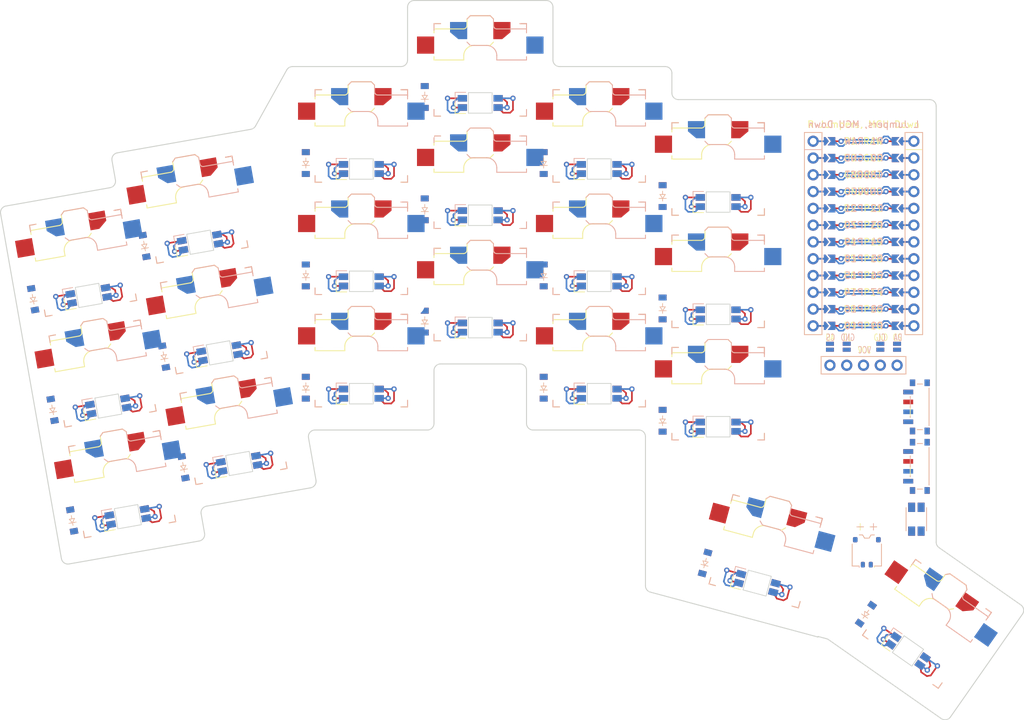
<source format=kicad_pcb>
(kicad_pcb (version 20171130) (host pcbnew 5.1.6)
  (title_block (title "BlockyType") (rev "v1.0.0") (company "Unknown"))
  (layers (0 F.Cu signal) (31 B.Cu signal) (34 B.Paste user) (35 F.Paste user) (36 B.SilkS user) (37 F.SilkS user) (38 B.Mask user) (39 F.Mask user) (44 Edge.Cuts user))
  (net 0 "")
  (net 1 "P21")
  (net 2 "outer_down")
  (net 3 "outer_home")
  (net 4 "outer_up")
  (net 5 "P20")
  (net 6 "pinky_down")
  (net 7 "pinky_home")
  (net 8 "pinky_up")
  (net 9 "P19")
  (net 10 "ring_down")
  (net 11 "ring_home")
  (net 12 "ring_up")
  (net 13 "P18")
  (net 14 "middle_down")
  (net 15 "middle_home")
  (net 16 "middle_up")
  (net 17 "P15")
  (net 18 "index_down")
  (net 19 "index_home")
  (net 20 "index_up")
  (net 21 "P14")
  (net 22 "inner_down")
  (net 23 "inner_home")
  (net 24 "inner_up")
  (net 25 "home_home")
  (net 26 "P16")
  (net 27 "P6")
  (net 28 "P5")
  (net 29 "P4")
  (net 30 "P7")
  (net 31 "VCC_LED")
  (net 32 "led_20")
  (net 33 "GND")
  (net 34 "led_x")
  (net 35 "led_19")
  (net 36 "led_18")
  (net 37 "led_15")
  (net 38 "led_16")
  (net 39 "led_17")
  (net 40 "led_14")
  (net 41 "led_13")
  (net 42 "led_12")
  (net 43 "led_9")
  (net 44 "led_10")
  (net 45 "led_11")
  (net 46 "led_8")
  (net 47 "led_7")
  (net 48 "led_6")
  (net 49 "led_3")
  (net 50 "led_4")
  (net 51 "led_5")
  (net 52 "led_2")
  (net 53 "P0")
  (net 54 "VCC")
  (net 55 "RST")
  (net 56 "BAT_P")
  (net 57 "RAW")
  (net 58 "P10")
  (net 59 "P1")
  (net 60 "P2")
  (net 61 "P3")
  (net 62 "P8")
  (net 63 "P9")
  (net 64 "P101")
  (net 65 "P102")
  (net 66 "P107")
  (net 67 "MCU1_24")
  (net 68 "MCU1_1")
  (net 69 "MCU1_23")
  (net 70 "MCU1_2")
  (net 71 "MCU1_22")
  (net 72 "MCU1_3")
  (net 73 "MCU1_21")
  (net 74 "MCU1_4")
  (net 75 "MCU1_20")
  (net 76 "MCU1_5")
  (net 77 "MCU1_19")
  (net 78 "MCU1_6")
  (net 79 "MCU1_18")
  (net 80 "MCU1_7")
  (net 81 "MCU1_17")
  (net 82 "MCU1_8")
  (net 83 "MCU1_16")
  (net 84 "MCU1_9")
  (net 85 "MCU1_15")
  (net 86 "MCU1_10")
  (net 87 "MCU1_14")
  (net 88 "MCU1_11")
  (net 89 "MCU1_13")
  (net 90 "MCU1_12")
  (net 91 "DISP1_1")
  (net 92 "DISP1_2")
  (net 93 "DISP1_4")
  (net 94 "DISP1_5")
  (module PG1350 (layer F.Cu) (at 0 0 10)
    (fp_text reference "S1" hide)
    (pad "" np_thru_hole circle (at 0 0) (size 3.429 3.429) (drill 3.429) (layers *.Cu *.Mask))
    (pad "" np_thru_hole circle (at 5.5 0) (size 1.7018 1.7018) (drill 1.7018) (layers *.Cu *.Mask))
    (pad "" np_thru_hole circle (at -5.5 0) (size 1.7018 1.7018) (drill 1.7018) (layers *.Cu *.Mask))
    (pad "" np_thru_hole circle (at 0 -5.95) (size 3 3) (drill 3) (layers *.Cu *.Mask))
    (pad 1 smd custom (at -3.275 -5.95 10) (size 1 1) (layers B.Cu B.Paste B.Mask) (options (clearance outline) (anchor rect)) (primitives (gr_poly (pts (xy -1.3 -1.3) (xy -1.3 0.25) (xy -0.05 1.3) (xy 1.3 1.3) (xy 1.3 -1.3)) (width 0))) (net 1 "P21"))
    (pad 2 smd rect (at 8.275 -3.75 10) (size 2.6 2.6) (layers B.Cu B.Paste B.Mask) (net 2 "outer_down"))
    (pad "" np_thru_hole circle (at 5 -3.75 195) (size 3 3) (drill 3) (layers *.Cu *.Mask))
    (pad 1 connect custom (at 3.275 -5.95 10) (size 0.5 0.5) (layers F.Cu F.Mask) (options (clearance outline) (anchor rect)) (primitives (gr_poly (pts (xy -1.3 -1.3) (xy -1.3 1.3) (xy 0.05 1.3) (xy 1.3 0.25) (xy 1.3 -1.3)) (width 0))) (net 1 "P21"))
    (pad 2 smd rect (at -8.275 -3.75 10) (size 2.6 2.6) (layers F.Cu F.Paste F.Mask) (net 2 "outer_down"))
    (pad "" np_thru_hole circle (at -5 -3.75 195) (size 3 3) (drill 3) (layers *.Cu *.Mask))
  )
  (module PG1350 (layer F.Cu) (at -2.952019 -16.7417318 10)
    (fp_text reference "S2" hide)
    (pad "" np_thru_hole circle (at 0 0) (size 3.429 3.429) (drill 3.429) (layers *.Cu *.Mask))
    (pad "" np_thru_hole circle (at 5.5 0) (size 1.7018 1.7018) (drill 1.7018) (layers *.Cu *.Mask))
    (pad "" np_thru_hole circle (at -5.5 0) (size 1.7018 1.7018) (drill 1.7018) (layers *.Cu *.Mask))
    (pad "" np_thru_hole circle (at 0 -5.95) (size 3 3) (drill 3) (layers *.Cu *.Mask))
    (pad 1 smd custom (at -3.275 -5.95 10) (size 1 1) (layers B.Cu B.Paste B.Mask) (options (clearance outline) (anchor rect)) (primitives (gr_poly (pts (xy -1.3 -1.3) (xy -1.3 0.25) (xy -0.05 1.3) (xy 1.3 1.3) (xy 1.3 -1.3)) (width 0))) (net 1 "P21"))
    (pad 2 smd rect (at 8.275 -3.75 10) (size 2.6 2.6) (layers B.Cu B.Paste B.Mask) (net 3 "outer_home"))
    (pad "" np_thru_hole circle (at 5 -3.75 195) (size 3 3) (drill 3) (layers *.Cu *.Mask))
    (pad 1 connect custom (at 3.275 -5.95 10) (size 0.5 0.5) (layers F.Cu F.Mask) (options (clearance outline) (anchor rect)) (primitives (gr_poly (pts (xy -1.3 -1.3) (xy -1.3 1.3) (xy 0.05 1.3) (xy 1.3 0.25) (xy 1.3 -1.3)) (width 0))) (net 1 "P21"))
    (pad 2 smd rect (at -8.275 -3.75 10) (size 2.6 2.6) (layers F.Cu F.Paste F.Mask) (net 3 "outer_home"))
    (pad "" np_thru_hole circle (at -5 -3.75 195) (size 3 3) (drill 3) (layers *.Cu *.Mask))
  )
  (module PG1350 (layer F.Cu) (at -5.904038 -33.4834636 10)
    (fp_text reference "S3" hide)
    (pad "" np_thru_hole circle (at 0 0) (size 3.429 3.429) (drill 3.429) (layers *.Cu *.Mask))
    (pad "" np_thru_hole circle (at 5.5 0) (size 1.7018 1.7018) (drill 1.7018) (layers *.Cu *.Mask))
    (pad "" np_thru_hole circle (at -5.5 0) (size 1.7018 1.7018) (drill 1.7018) (layers *.Cu *.Mask))
    (pad "" np_thru_hole circle (at 0 -5.95) (size 3 3) (drill 3) (layers *.Cu *.Mask))
    (pad 1 smd custom (at -3.275 -5.95 10) (size 1 1) (layers B.Cu B.Paste B.Mask) (options (clearance outline) (anchor rect)) (primitives (gr_poly (pts (xy -1.3 -1.3) (xy -1.3 0.25) (xy -0.05 1.3) (xy 1.3 1.3) (xy 1.3 -1.3)) (width 0))) (net 1 "P21"))
    (pad 2 smd rect (at 8.275 -3.75 10) (size 2.6 2.6) (layers B.Cu B.Paste B.Mask) (net 4 "outer_up"))
    (pad "" np_thru_hole circle (at 5 -3.75 195) (size 3 3) (drill 3) (layers *.Cu *.Mask))
    (pad 1 connect custom (at 3.275 -5.95 10) (size 0.5 0.5) (layers F.Cu F.Mask) (options (clearance outline) (anchor rect)) (primitives (gr_poly (pts (xy -1.3 -1.3) (xy -1.3 1.3) (xy 0.05 1.3) (xy 1.3 0.25) (xy 1.3 -1.3)) (width 0))) (net 1 "P21"))
    (pad 2 smd rect (at -8.275 -3.75 10) (size 2.6 2.6) (layers F.Cu F.Paste F.Mask) (net 4 "outer_up"))
    (pad "" np_thru_hole circle (at -5 -3.75 195) (size 3 3) (drill 3) (layers *.Cu *.Mask))
  )
  (module PG1350 (layer F.Cu) (at 16.8582987 -8.049706 10)
    (fp_text reference "S4" hide)
    (pad "" np_thru_hole circle (at 0 0) (size 3.429 3.429) (drill 3.429) (layers *.Cu *.Mask))
    (pad "" np_thru_hole circle (at 5.5 0) (size 1.7018 1.7018) (drill 1.7018) (layers *.Cu *.Mask))
    (pad "" np_thru_hole circle (at -5.5 0) (size 1.7018 1.7018) (drill 1.7018) (layers *.Cu *.Mask))
    (pad "" np_thru_hole circle (at 0 -5.95) (size 3 3) (drill 3) (layers *.Cu *.Mask))
    (pad 1 smd custom (at -3.275 -5.95 10) (size 1 1) (layers B.Cu B.Paste B.Mask) (options (clearance outline) (anchor rect)) (primitives (gr_poly (pts (xy -1.3 -1.3) (xy -1.3 0.25) (xy -0.05 1.3) (xy 1.3 1.3) (xy 1.3 -1.3)) (width 0))) (net 5 "P20"))
    (pad 2 smd rect (at 8.275 -3.75 10) (size 2.6 2.6) (layers B.Cu B.Paste B.Mask) (net 6 "pinky_down"))
    (pad "" np_thru_hole circle (at 5 -3.75 195) (size 3 3) (drill 3) (layers *.Cu *.Mask))
    (pad 1 connect custom (at 3.275 -5.95 10) (size 0.5 0.5) (layers F.Cu F.Mask) (options (clearance outline) (anchor rect)) (primitives (gr_poly (pts (xy -1.3 -1.3) (xy -1.3 1.3) (xy 0.05 1.3) (xy 1.3 0.25) (xy 1.3 -1.3)) (width 0))) (net 5 "P20"))
    (pad 2 smd rect (at -8.275 -3.75 10) (size 2.6 2.6) (layers F.Cu F.Paste F.Mask) (net 6 "pinky_down"))
    (pad "" np_thru_hole circle (at -5 -3.75 195) (size 3 3) (drill 3) (layers *.Cu *.Mask))
  )
  (module PG1350 (layer F.Cu) (at 13.9062796 -24.7914378 10)
    (fp_text reference "S5" hide)
    (pad "" np_thru_hole circle (at 0 0) (size 3.429 3.429) (drill 3.429) (layers *.Cu *.Mask))
    (pad "" np_thru_hole circle (at 5.5 0) (size 1.7018 1.7018) (drill 1.7018) (layers *.Cu *.Mask))
    (pad "" np_thru_hole circle (at -5.5 0) (size 1.7018 1.7018) (drill 1.7018) (layers *.Cu *.Mask))
    (pad "" np_thru_hole circle (at 0 -5.95) (size 3 3) (drill 3) (layers *.Cu *.Mask))
    (pad 1 smd custom (at -3.275 -5.95 10) (size 1 1) (layers B.Cu B.Paste B.Mask) (options (clearance outline) (anchor rect)) (primitives (gr_poly (pts (xy -1.3 -1.3) (xy -1.3 0.25) (xy -0.05 1.3) (xy 1.3 1.3) (xy 1.3 -1.3)) (width 0))) (net 5 "P20"))
    (pad 2 smd rect (at 8.275 -3.75 10) (size 2.6 2.6) (layers B.Cu B.Paste B.Mask) (net 7 "pinky_home"))
    (pad "" np_thru_hole circle (at 5 -3.75 195) (size 3 3) (drill 3) (layers *.Cu *.Mask))
    (pad 1 connect custom (at 3.275 -5.95 10) (size 0.5 0.5) (layers F.Cu F.Mask) (options (clearance outline) (anchor rect)) (primitives (gr_poly (pts (xy -1.3 -1.3) (xy -1.3 1.3) (xy 0.05 1.3) (xy 1.3 0.25) (xy 1.3 -1.3)) (width 0))) (net 5 "P20"))
    (pad 2 smd rect (at -8.275 -3.75 10) (size 2.6 2.6) (layers F.Cu F.Paste F.Mask) (net 7 "pinky_home"))
    (pad "" np_thru_hole circle (at -5 -3.75 195) (size 3 3) (drill 3) (layers *.Cu *.Mask))
  )
  (module PG1350 (layer F.Cu) (at 10.9542606 -41.5331696 10)
    (fp_text reference "S6" hide)
    (pad "" np_thru_hole circle (at 0 0) (size 3.429 3.429) (drill 3.429) (layers *.Cu *.Mask))
    (pad "" np_thru_hole circle (at 5.5 0) (size 1.7018 1.7018) (drill 1.7018) (layers *.Cu *.Mask))
    (pad "" np_thru_hole circle (at -5.5 0) (size 1.7018 1.7018) (drill 1.7018) (layers *.Cu *.Mask))
    (pad "" np_thru_hole circle (at 0 -5.95) (size 3 3) (drill 3) (layers *.Cu *.Mask))
    (pad 1 smd custom (at -3.275 -5.95 10) (size 1 1) (layers B.Cu B.Paste B.Mask) (options (clearance outline) (anchor rect)) (primitives (gr_poly (pts (xy -1.3 -1.3) (xy -1.3 0.25) (xy -0.05 1.3) (xy 1.3 1.3) (xy 1.3 -1.3)) (width 0))) (net 5 "P20"))
    (pad 2 smd rect (at 8.275 -3.75 10) (size 2.6 2.6) (layers B.Cu B.Paste B.Mask) (net 8 "pinky_up"))
    (pad "" np_thru_hole circle (at 5 -3.75 195) (size 3 3) (drill 3) (layers *.Cu *.Mask))
    (pad 1 connect custom (at 3.275 -5.95 10) (size 0.5 0.5) (layers F.Cu F.Mask) (options (clearance outline) (anchor rect)) (primitives (gr_poly (pts (xy -1.3 -1.3) (xy -1.3 1.3) (xy 0.05 1.3) (xy 1.3 0.25) (xy 1.3 -1.3)) (width 0))) (net 5 "P20"))
    (pad 2 smd rect (at -8.275 -3.75 10) (size 2.6 2.6) (layers F.Cu F.Paste F.Mask) (net 8 "pinky_up"))
    (pad "" np_thru_hole circle (at -5 -3.75 195) (size 3 3) (drill 3) (layers *.Cu *.Mask))
  )
  (module PG1350 (layer F.Cu) (at 36.2019074 -18.6921885 0)
    (fp_text reference "S7" hide)
    (pad "" np_thru_hole circle (at 0 0) (size 3.429 3.429) (drill 3.429) (layers *.Cu *.Mask))
    (pad "" np_thru_hole circle (at 5.5 0) (size 1.7018 1.7018) (drill 1.7018) (layers *.Cu *.Mask))
    (pad "" np_thru_hole circle (at -5.5 0) (size 1.7018 1.7018) (drill 1.7018) (layers *.Cu *.Mask))
    (pad "" np_thru_hole circle (at 0 -5.95) (size 3 3) (drill 3) (layers *.Cu *.Mask))
    (pad 1 smd custom (at -3.275 -5.95 0) (size 1 1) (layers B.Cu B.Paste B.Mask) (options (clearance outline) (anchor rect)) (primitives (gr_poly (pts (xy -1.3 -1.3) (xy -1.3 0.25) (xy -0.05 1.3) (xy 1.3 1.3) (xy 1.3 -1.3)) (width 0))) (net 9 "P19"))
    (pad 2 smd rect (at 8.275 -3.75 0) (size 2.6 2.6) (layers B.Cu B.Paste B.Mask) (net 10 "ring_down"))
    (pad "" np_thru_hole circle (at 5 -3.75 195) (size 3 3) (drill 3) (layers *.Cu *.Mask))
    (pad 1 connect custom (at 3.275 -5.95 0) (size 0.5 0.5) (layers F.Cu F.Mask) (options (clearance outline) (anchor rect)) (primitives (gr_poly (pts (xy -1.3 -1.3) (xy -1.3 1.3) (xy 0.05 1.3) (xy 1.3 0.25) (xy 1.3 -1.3)) (width 0))) (net 9 "P19"))
    (pad 2 smd rect (at -8.275 -3.75 0) (size 2.6 2.6) (layers F.Cu F.Paste F.Mask) (net 10 "ring_down"))
    (pad "" np_thru_hole circle (at -5 -3.75 195) (size 3 3) (drill 3) (layers *.Cu *.Mask))
  )
  (module PG1350 (layer F.Cu) (at 36.2019073 -35.6921885 0)
    (fp_text reference "S8" hide)
    (pad "" np_thru_hole circle (at 0 0) (size 3.429 3.429) (drill 3.429) (layers *.Cu *.Mask))
    (pad "" np_thru_hole circle (at 5.5 0) (size 1.7018 1.7018) (drill 1.7018) (layers *.Cu *.Mask))
    (pad "" np_thru_hole circle (at -5.5 0) (size 1.7018 1.7018) (drill 1.7018) (layers *.Cu *.Mask))
    (pad "" np_thru_hole circle (at 0 -5.95) (size 3 3) (drill 3) (layers *.Cu *.Mask))
    (pad 1 smd custom (at -3.275 -5.95 0) (size 1 1) (layers B.Cu B.Paste B.Mask) (options (clearance outline) (anchor rect)) (primitives (gr_poly (pts (xy -1.3 -1.3) (xy -1.3 0.25) (xy -0.05 1.3) (xy 1.3 1.3) (xy 1.3 -1.3)) (width 0))) (net 9 "P19"))
    (pad 2 smd rect (at 8.275 -3.75 0) (size 2.6 2.6) (layers B.Cu B.Paste B.Mask) (net 11 "ring_home"))
    (pad "" np_thru_hole circle (at 5 -3.75 195) (size 3 3) (drill 3) (layers *.Cu *.Mask))
    (pad 1 connect custom (at 3.275 -5.95 0) (size 0.5 0.5) (layers F.Cu F.Mask) (options (clearance outline) (anchor rect)) (primitives (gr_poly (pts (xy -1.3 -1.3) (xy -1.3 1.3) (xy 0.05 1.3) (xy 1.3 0.25) (xy 1.3 -1.3)) (width 0))) (net 9 "P19"))
    (pad 2 smd rect (at -8.275 -3.75 0) (size 2.6 2.6) (layers F.Cu F.Paste F.Mask) (net 11 "ring_home"))
    (pad "" np_thru_hole circle (at -5 -3.75 195) (size 3 3) (drill 3) (layers *.Cu *.Mask))
  )
  (module PG1350 (layer F.Cu) (at 36.2019073 -52.6921885 0)
    (fp_text reference "S9" hide)
    (pad "" np_thru_hole circle (at 0 0) (size 3.429 3.429) (drill 3.429) (layers *.Cu *.Mask))
    (pad "" np_thru_hole circle (at 5.5 0) (size 1.7018 1.7018) (drill 1.7018) (layers *.Cu *.Mask))
    (pad "" np_thru_hole circle (at -5.5 0) (size 1.7018 1.7018) (drill 1.7018) (layers *.Cu *.Mask))
    (pad "" np_thru_hole circle (at 0 -5.95) (size 3 3) (drill 3) (layers *.Cu *.Mask))
    (pad 1 smd custom (at -3.275 -5.95 0) (size 1 1) (layers B.Cu B.Paste B.Mask) (options (clearance outline) (anchor rect)) (primitives (gr_poly (pts (xy -1.3 -1.3) (xy -1.3 0.25) (xy -0.05 1.3) (xy 1.3 1.3) (xy 1.3 -1.3)) (width 0))) (net 9 "P19"))
    (pad 2 smd rect (at 8.275 -3.75 0) (size 2.6 2.6) (layers B.Cu B.Paste B.Mask) (net 12 "ring_up"))
    (pad "" np_thru_hole circle (at 5 -3.75 195) (size 3 3) (drill 3) (layers *.Cu *.Mask))
    (pad 1 connect custom (at 3.275 -5.95 0) (size 0.5 0.5) (layers F.Cu F.Mask) (options (clearance outline) (anchor rect)) (primitives (gr_poly (pts (xy -1.3 -1.3) (xy -1.3 1.3) (xy 0.05 1.3) (xy 1.3 0.25) (xy 1.3 -1.3)) (width 0))) (net 9 "P19"))
    (pad 2 smd rect (at -8.275 -3.75 0) (size 2.6 2.6) (layers F.Cu F.Paste F.Mask) (net 12 "ring_up"))
    (pad "" np_thru_hole circle (at -5 -3.75 195) (size 3 3) (drill 3) (layers *.Cu *.Mask))
  )
  (module PG1350 (layer F.Cu) (at 54.2019073 -28.6921884 0)
    (fp_text reference "S10" hide)
    (pad "" np_thru_hole circle (at 0 0) (size 3.429 3.429) (drill 3.429) (layers *.Cu *.Mask))
    (pad "" np_thru_hole circle (at 5.5 0) (size 1.7018 1.7018) (drill 1.7018) (layers *.Cu *.Mask))
    (pad "" np_thru_hole circle (at -5.5 0) (size 1.7018 1.7018) (drill 1.7018) (layers *.Cu *.Mask))
    (pad "" np_thru_hole circle (at 0 -5.95) (size 3 3) (drill 3) (layers *.Cu *.Mask))
    (pad 1 smd custom (at -3.275 -5.95 0) (size 1 1) (layers B.Cu B.Paste B.Mask) (options (clearance outline) (anchor rect)) (primitives (gr_poly (pts (xy -1.3 -1.3) (xy -1.3 0.25) (xy -0.05 1.3) (xy 1.3 1.3) (xy 1.3 -1.3)) (width 0))) (net 13 "P18"))
    (pad 2 smd rect (at 8.275 -3.75 0) (size 2.6 2.6) (layers B.Cu B.Paste B.Mask) (net 14 "middle_down"))
    (pad "" np_thru_hole circle (at 5 -3.75 195) (size 3 3) (drill 3) (layers *.Cu *.Mask))
    (pad 1 connect custom (at 3.275 -5.95 0) (size 0.5 0.5) (layers F.Cu F.Mask) (options (clearance outline) (anchor rect)) (primitives (gr_poly (pts (xy -1.3 -1.3) (xy -1.3 1.3) (xy 0.05 1.3) (xy 1.3 0.25) (xy 1.3 -1.3)) (width 0))) (net 13 "P18"))
    (pad 2 smd rect (at -8.275 -3.75 0) (size 2.6 2.6) (layers F.Cu F.Paste F.Mask) (net 14 "middle_down"))
    (pad "" np_thru_hole circle (at -5 -3.75 195) (size 3 3) (drill 3) (layers *.Cu *.Mask))
  )
  (module PG1350 (layer F.Cu) (at 54.2019073 -45.6921884 0)
    (fp_text reference "S11" hide)
    (pad "" np_thru_hole circle (at 0 0) (size 3.429 3.429) (drill 3.429) (layers *.Cu *.Mask))
    (pad "" np_thru_hole circle (at 5.5 0) (size 1.7018 1.7018) (drill 1.7018) (layers *.Cu *.Mask))
    (pad "" np_thru_hole circle (at -5.5 0) (size 1.7018 1.7018) (drill 1.7018) (layers *.Cu *.Mask))
    (pad "" np_thru_hole circle (at 0 -5.95) (size 3 3) (drill 3) (layers *.Cu *.Mask))
    (pad 1 smd custom (at -3.275 -5.95 0) (size 1 1) (layers B.Cu B.Paste B.Mask) (options (clearance outline) (anchor rect)) (primitives (gr_poly (pts (xy -1.3 -1.3) (xy -1.3 0.25) (xy -0.05 1.3) (xy 1.3 1.3) (xy 1.3 -1.3)) (width 0))) (net 13 "P18"))
    (pad 2 smd rect (at 8.275 -3.75 0) (size 2.6 2.6) (layers B.Cu B.Paste B.Mask) (net 15 "middle_home"))
    (pad "" np_thru_hole circle (at 5 -3.75 195) (size 3 3) (drill 3) (layers *.Cu *.Mask))
    (pad 1 connect custom (at 3.275 -5.95 0) (size 0.5 0.5) (layers F.Cu F.Mask) (options (clearance outline) (anchor rect)) (primitives (gr_poly (pts (xy -1.3 -1.3) (xy -1.3 1.3) (xy 0.05 1.3) (xy 1.3 0.25) (xy 1.3 -1.3)) (width 0))) (net 13 "P18"))
    (pad 2 smd rect (at -8.275 -3.75 0) (size 2.6 2.6) (layers F.Cu F.Paste F.Mask) (net 15 "middle_home"))
    (pad "" np_thru_hole circle (at -5 -3.75 195) (size 3 3) (drill 3) (layers *.Cu *.Mask))
  )
  (module PG1350 (layer F.Cu) (at 54.2019073 -62.6921884 0)
    (fp_text reference "S12" hide)
    (pad "" np_thru_hole circle (at 0 0) (size 3.429 3.429) (drill 3.429) (layers *.Cu *.Mask))
    (pad "" np_thru_hole circle (at 5.5 0) (size 1.7018 1.7018) (drill 1.7018) (layers *.Cu *.Mask))
    (pad "" np_thru_hole circle (at -5.5 0) (size 1.7018 1.7018) (drill 1.7018) (layers *.Cu *.Mask))
    (pad "" np_thru_hole circle (at 0 -5.95) (size 3 3) (drill 3) (layers *.Cu *.Mask))
    (pad 1 smd custom (at -3.275 -5.95 0) (size 1 1) (layers B.Cu B.Paste B.Mask) (options (clearance outline) (anchor rect)) (primitives (gr_poly (pts (xy -1.3 -1.3) (xy -1.3 0.25) (xy -0.05 1.3) (xy 1.3 1.3) (xy 1.3 -1.3)) (width 0))) (net 13 "P18"))
    (pad 2 smd rect (at 8.275 -3.75 0) (size 2.6 2.6) (layers B.Cu B.Paste B.Mask) (net 16 "middle_up"))
    (pad "" np_thru_hole circle (at 5 -3.75 195) (size 3 3) (drill 3) (layers *.Cu *.Mask))
    (pad 1 connect custom (at 3.275 -5.95 0) (size 0.5 0.5) (layers F.Cu F.Mask) (options (clearance outline) (anchor rect)) (primitives (gr_poly (pts (xy -1.3 -1.3) (xy -1.3 1.3) (xy 0.05 1.3) (xy 1.3 0.25) (xy 1.3 -1.3)) (width 0))) (net 13 "P18"))
    (pad 2 smd rect (at -8.275 -3.75 0) (size 2.6 2.6) (layers F.Cu F.Paste F.Mask) (net 16 "middle_up"))
    (pad "" np_thru_hole circle (at -5 -3.75 195) (size 3 3) (drill 3) (layers *.Cu *.Mask))
  )
  (module PG1350 (layer F.Cu) (at 72.2019073 -18.6921885 0)
    (fp_text reference "S13" hide)
    (pad "" np_thru_hole circle (at 0 0) (size 3.429 3.429) (drill 3.429) (layers *.Cu *.Mask))
    (pad "" np_thru_hole circle (at 5.5 0) (size 1.7018 1.7018) (drill 1.7018) (layers *.Cu *.Mask))
    (pad "" np_thru_hole circle (at -5.5 0) (size 1.7018 1.7018) (drill 1.7018) (layers *.Cu *.Mask))
    (pad "" np_thru_hole circle (at 0 -5.95) (size 3 3) (drill 3) (layers *.Cu *.Mask))
    (pad 1 smd custom (at -3.275 -5.95 0) (size 1 1) (layers B.Cu B.Paste B.Mask) (options (clearance outline) (anchor rect)) (primitives (gr_poly (pts (xy -1.3 -1.3) (xy -1.3 0.25) (xy -0.05 1.3) (xy 1.3 1.3) (xy 1.3 -1.3)) (width 0))) (net 17 "P15"))
    (pad 2 smd rect (at 8.275 -3.75 0) (size 2.6 2.6) (layers B.Cu B.Paste B.Mask) (net 18 "index_down"))
    (pad "" np_thru_hole circle (at 5 -3.75 195) (size 3 3) (drill 3) (layers *.Cu *.Mask))
    (pad 1 connect custom (at 3.275 -5.95 0) (size 0.5 0.5) (layers F.Cu F.Mask) (options (clearance outline) (anchor rect)) (primitives (gr_poly (pts (xy -1.3 -1.3) (xy -1.3 1.3) (xy 0.05 1.3) (xy 1.3 0.25) (xy 1.3 -1.3)) (width 0))) (net 17 "P15"))
    (pad 2 smd rect (at -8.275 -3.75 0) (size 2.6 2.6) (layers F.Cu F.Paste F.Mask) (net 18 "index_down"))
    (pad "" np_thru_hole circle (at -5 -3.75 195) (size 3 3) (drill 3) (layers *.Cu *.Mask))
  )
  (module PG1350 (layer F.Cu) (at 72.2019073 -35.6921885 0)
    (fp_text reference "S14" hide)
    (pad "" np_thru_hole circle (at 0 0) (size 3.429 3.429) (drill 3.429) (layers *.Cu *.Mask))
    (pad "" np_thru_hole circle (at 5.5 0) (size 1.7018 1.7018) (drill 1.7018) (layers *.Cu *.Mask))
    (pad "" np_thru_hole circle (at -5.5 0) (size 1.7018 1.7018) (drill 1.7018) (layers *.Cu *.Mask))
    (pad "" np_thru_hole circle (at 0 -5.95) (size 3 3) (drill 3) (layers *.Cu *.Mask))
    (pad 1 smd custom (at -3.275 -5.95 0) (size 1 1) (layers B.Cu B.Paste B.Mask) (options (clearance outline) (anchor rect)) (primitives (gr_poly (pts (xy -1.3 -1.3) (xy -1.3 0.25) (xy -0.05 1.3) (xy 1.3 1.3) (xy 1.3 -1.3)) (width 0))) (net 17 "P15"))
    (pad 2 smd rect (at 8.275 -3.75 0) (size 2.6 2.6) (layers B.Cu B.Paste B.Mask) (net 19 "index_home"))
    (pad "" np_thru_hole circle (at 5 -3.75 195) (size 3 3) (drill 3) (layers *.Cu *.Mask))
    (pad 1 connect custom (at 3.275 -5.95 0) (size 0.5 0.5) (layers F.Cu F.Mask) (options (clearance outline) (anchor rect)) (primitives (gr_poly (pts (xy -1.3 -1.3) (xy -1.3 1.3) (xy 0.05 1.3) (xy 1.3 0.25) (xy 1.3 -1.3)) (width 0))) (net 17 "P15"))
    (pad 2 smd rect (at -8.275 -3.75 0) (size 2.6 2.6) (layers F.Cu F.Paste F.Mask) (net 19 "index_home"))
    (pad "" np_thru_hole circle (at -5 -3.75 195) (size 3 3) (drill 3) (layers *.Cu *.Mask))
  )
  (module PG1350 (layer F.Cu) (at 72.2019073 -52.6921885 0)
    (fp_text reference "S15" hide)
    (pad "" np_thru_hole circle (at 0 0) (size 3.429 3.429) (drill 3.429) (layers *.Cu *.Mask))
    (pad "" np_thru_hole circle (at 5.5 0) (size 1.7018 1.7018) (drill 1.7018) (layers *.Cu *.Mask))
    (pad "" np_thru_hole circle (at -5.5 0) (size 1.7018 1.7018) (drill 1.7018) (layers *.Cu *.Mask))
    (pad "" np_thru_hole circle (at 0 -5.95) (size 3 3) (drill 3) (layers *.Cu *.Mask))
    (pad 1 smd custom (at -3.275 -5.95 0) (size 1 1) (layers B.Cu B.Paste B.Mask) (options (clearance outline) (anchor rect)) (primitives (gr_poly (pts (xy -1.3 -1.3) (xy -1.3 0.25) (xy -0.05 1.3) (xy 1.3 1.3) (xy 1.3 -1.3)) (width 0))) (net 17 "P15"))
    (pad 2 smd rect (at 8.275 -3.75 0) (size 2.6 2.6) (layers B.Cu B.Paste B.Mask) (net 20 "index_up"))
    (pad "" np_thru_hole circle (at 5 -3.75 195) (size 3 3) (drill 3) (layers *.Cu *.Mask))
    (pad 1 connect custom (at 3.275 -5.95 0) (size 0.5 0.5) (layers F.Cu F.Mask) (options (clearance outline) (anchor rect)) (primitives (gr_poly (pts (xy -1.3 -1.3) (xy -1.3 1.3) (xy 0.05 1.3) (xy 1.3 0.25) (xy 1.3 -1.3)) (width 0))) (net 17 "P15"))
    (pad 2 smd rect (at -8.275 -3.75 0) (size 2.6 2.6) (layers F.Cu F.Paste F.Mask) (net 20 "index_up"))
    (pad "" np_thru_hole circle (at -5 -3.75 195) (size 3 3) (drill 3) (layers *.Cu *.Mask))
  )
  (module PG1350 (layer F.Cu) (at 90.2019074 -13.6921884 0)
    (fp_text reference "S16" hide)
    (pad "" np_thru_hole circle (at 0 0) (size 3.429 3.429) (drill 3.429) (layers *.Cu *.Mask))
    (pad "" np_thru_hole circle (at 5.5 0) (size 1.7018 1.7018) (drill 1.7018) (layers *.Cu *.Mask))
    (pad "" np_thru_hole circle (at -5.5 0) (size 1.7018 1.7018) (drill 1.7018) (layers *.Cu *.Mask))
    (pad "" np_thru_hole circle (at 0 -5.95) (size 3 3) (drill 3) (layers *.Cu *.Mask))
    (pad 1 smd custom (at -3.275 -5.95 0) (size 1 1) (layers B.Cu B.Paste B.Mask) (options (clearance outline) (anchor rect)) (primitives (gr_poly (pts (xy -1.3 -1.3) (xy -1.3 0.25) (xy -0.05 1.3) (xy 1.3 1.3) (xy 1.3 -1.3)) (width 0))) (net 21 "P14"))
    (pad 2 smd rect (at 8.275 -3.75 0) (size 2.6 2.6) (layers B.Cu B.Paste B.Mask) (net 22 "inner_down"))
    (pad "" np_thru_hole circle (at 5 -3.75 195) (size 3 3) (drill 3) (layers *.Cu *.Mask))
    (pad 1 connect custom (at 3.275 -5.95 0) (size 0.5 0.5) (layers F.Cu F.Mask) (options (clearance outline) (anchor rect)) (primitives (gr_poly (pts (xy -1.3 -1.3) (xy -1.3 1.3) (xy 0.05 1.3) (xy 1.3 0.25) (xy 1.3 -1.3)) (width 0))) (net 21 "P14"))
    (pad 2 smd rect (at -8.275 -3.75 0) (size 2.6 2.6) (layers F.Cu F.Paste F.Mask) (net 22 "inner_down"))
    (pad "" np_thru_hole circle (at -5 -3.75 195) (size 3 3) (drill 3) (layers *.Cu *.Mask))
  )
  (module PG1350 (layer F.Cu) (at 90.2019074 -30.6921884 0)
    (fp_text reference "S17" hide)
    (pad "" np_thru_hole circle (at 0 0) (size 3.429 3.429) (drill 3.429) (layers *.Cu *.Mask))
    (pad "" np_thru_hole circle (at 5.5 0) (size 1.7018 1.7018) (drill 1.7018) (layers *.Cu *.Mask))
    (pad "" np_thru_hole circle (at -5.5 0) (size 1.7018 1.7018) (drill 1.7018) (layers *.Cu *.Mask))
    (pad "" np_thru_hole circle (at 0 -5.95) (size 3 3) (drill 3) (layers *.Cu *.Mask))
    (pad 1 smd custom (at -3.275 -5.95 0) (size 1 1) (layers B.Cu B.Paste B.Mask) (options (clearance outline) (anchor rect)) (primitives (gr_poly (pts (xy -1.3 -1.3) (xy -1.3 0.25) (xy -0.05 1.3) (xy 1.3 1.3) (xy 1.3 -1.3)) (width 0))) (net 21 "P14"))
    (pad 2 smd rect (at 8.275 -3.75 0) (size 2.6 2.6) (layers B.Cu B.Paste B.Mask) (net 23 "inner_home"))
    (pad "" np_thru_hole circle (at 5 -3.75 195) (size 3 3) (drill 3) (layers *.Cu *.Mask))
    (pad 1 connect custom (at 3.275 -5.95 0) (size 0.5 0.5) (layers F.Cu F.Mask) (options (clearance outline) (anchor rect)) (primitives (gr_poly (pts (xy -1.3 -1.3) (xy -1.3 1.3) (xy 0.05 1.3) (xy 1.3 0.25) (xy 1.3 -1.3)) (width 0))) (net 21 "P14"))
    (pad 2 smd rect (at -8.275 -3.75 0) (size 2.6 2.6) (layers F.Cu F.Paste F.Mask) (net 23 "inner_home"))
    (pad "" np_thru_hole circle (at -5 -3.75 195) (size 3 3) (drill 3) (layers *.Cu *.Mask))
  )
  (module PG1350 (layer F.Cu) (at 90.2019073 -47.6921884 0)
    (fp_text reference "S18" hide)
    (pad "" np_thru_hole circle (at 0 0) (size 3.429 3.429) (drill 3.429) (layers *.Cu *.Mask))
    (pad "" np_thru_hole circle (at 5.5 0) (size 1.7018 1.7018) (drill 1.7018) (layers *.Cu *.Mask))
    (pad "" np_thru_hole circle (at -5.5 0) (size 1.7018 1.7018) (drill 1.7018) (layers *.Cu *.Mask))
    (pad "" np_thru_hole circle (at 0 -5.95) (size 3 3) (drill 3) (layers *.Cu *.Mask))
    (pad 1 smd custom (at -3.275 -5.95 0) (size 1 1) (layers B.Cu B.Paste B.Mask) (options (clearance outline) (anchor rect)) (primitives (gr_poly (pts (xy -1.3 -1.3) (xy -1.3 0.25) (xy -0.05 1.3) (xy 1.3 1.3) (xy 1.3 -1.3)) (width 0))) (net 21 "P14"))
    (pad 2 smd rect (at 8.275 -3.75 0) (size 2.6 2.6) (layers B.Cu B.Paste B.Mask) (net 24 "inner_up"))
    (pad "" np_thru_hole circle (at 5 -3.75 195) (size 3 3) (drill 3) (layers *.Cu *.Mask))
    (pad 1 connect custom (at 3.275 -5.95 0) (size 0.5 0.5) (layers F.Cu F.Mask) (options (clearance outline) (anchor rect)) (primitives (gr_poly (pts (xy -1.3 -1.3) (xy -1.3 1.3) (xy 0.05 1.3) (xy 1.3 0.25) (xy 1.3 -1.3)) (width 0))) (net 21 "P14"))
    (pad 2 smd rect (at -8.275 -3.75 0) (size 2.6 2.6) (layers F.Cu F.Paste F.Mask) (net 24 "inner_up"))
    (pad "" np_thru_hole circle (at -5 -3.75 195) (size 3 3) (drill 3) (layers *.Cu *.Mask))
  )
  (module PG1350 (layer F.Cu) (at 97.4020598 10.1492897 -15)
    (fp_text reference "S19" hide)
    (pad "" np_thru_hole circle (at 0 0) (size 3.429 3.429) (drill 3.429) (layers *.Cu *.Mask))
    (pad "" np_thru_hole circle (at 5.5 0) (size 1.7018 1.7018) (drill 1.7018) (layers *.Cu *.Mask))
    (pad "" np_thru_hole circle (at -5.5 0) (size 1.7018 1.7018) (drill 1.7018) (layers *.Cu *.Mask))
    (pad "" np_thru_hole circle (at 0 -5.95) (size 3 3) (drill 3) (layers *.Cu *.Mask))
    (pad 1 smd custom (at -3.275 -5.95 -15) (size 1 1) (layers B.Cu B.Paste B.Mask) (options (clearance outline) (anchor rect)) (primitives (gr_poly (pts (xy -1.3 -1.3) (xy -1.3 0.25) (xy -0.05 1.3) (xy 1.3 1.3) (xy 1.3 -1.3)) (width 0))) (net 21 "P14"))
    (pad 2 smd rect (at 8.275 -3.75 -15) (size 2.6 2.6) (layers B.Cu B.Paste B.Mask) (net 25 "home_home"))
    (pad "" np_thru_hole circle (at 5 -3.75 195) (size 3 3) (drill 3) (layers *.Cu *.Mask))
    (pad 1 connect custom (at 3.275 -5.95 -15) (size 0.5 0.5) (layers F.Cu F.Mask) (options (clearance outline) (anchor rect)) (primitives (gr_poly (pts (xy -1.3 -1.3) (xy -1.3 1.3) (xy 0.05 1.3) (xy 1.3 0.25) (xy 1.3 -1.3)) (width 0))) (net 21 "P14"))
    (pad 2 smd rect (at -8.275 -3.75 -15) (size 2.6 2.6) (layers F.Cu F.Paste F.Mask) (net 25 "home_home"))
    (pad "" np_thru_hole circle (at -5 -3.75 195) (size 3 3) (drill 3) (layers *.Cu *.Mask))
  )
  (module PG1350 (layer F.Cu) (at 121.7982266 21.14221 -35)
    (fp_text reference "S20" hide)
    (pad "" np_thru_hole circle (at 0 0) (size 3.429 3.429) (drill 3.429) (layers *.Cu *.Mask))
    (pad "" np_thru_hole circle (at 5.5 0) (size 1.7018 1.7018) (drill 1.7018) (layers *.Cu *.Mask))
    (pad "" np_thru_hole circle (at -5.5 0) (size 1.7018 1.7018) (drill 1.7018) (layers *.Cu *.Mask))
    (pad "" np_thru_hole circle (at 0 -5.95) (size 3 3) (drill 3) (layers *.Cu *.Mask))
    (pad 1 smd custom (at -3.275 -5.95 -35) (size 1 1) (layers B.Cu B.Paste B.Mask) (options (clearance outline) (anchor rect)) (primitives (gr_poly (pts (xy -1.3 -1.3) (xy -1.3 0.25) (xy -0.05 1.3) (xy 1.3 1.3) (xy 1.3 -1.3)) (width 0))) (net 26 "P16"))
    (pad 2 smd rect (at 8.275 -3.75 -35) (size 2.6 2.6) (layers B.Cu B.Paste B.Mask) (net 23 "inner_home"))
    (pad "" np_thru_hole circle (at 5 -3.75 195) (size 3 3) (drill 3) (layers *.Cu *.Mask))
    (pad 1 connect custom (at 3.275 -5.95 -35) (size 0.5 0.5) (layers F.Cu F.Mask) (options (clearance outline) (anchor rect)) (primitives (gr_poly (pts (xy -1.3 -1.3) (xy -1.3 1.3) (xy 0.05 1.3) (xy 1.3 0.25) (xy 1.3 -1.3)) (width 0))) (net 26 "P16"))
    (pad 2 smd rect (at -8.275 -3.75 -35) (size 2.6 2.6) (layers F.Cu F.Paste F.Mask) (net 23 "inner_home"))
    (pad "" np_thru_hole circle (at -5 -3.75 195) (size 3 3) (drill 3) (layers *.Cu *.Mask))
  )
  (module ComboDiode (layer F.Cu) (at -7.5604276 5.4963565 100)
    (fp_text reference "D1" hide)
    (fp_text value "" hide)
    (pad 1 smd rect (at -1.65 0 100) (size 0.9 1.2) (layers F.Cu F.Paste F.Mask) (net 27 "P6"))
    (pad 2 smd rect (at 1.65 0 100) (size 0.9 1.2) (layers B.Cu B.Paste B.Mask) (net 2 "outer_down"))
    (pad 1 smd rect (at -1.65 0 100) (size 0.9 1.2) (layers B.Cu B.Paste B.Mask) (net 27 "P6"))
    (pad 2 smd rect (at 1.65 0 100) (size 0.9 1.2) (layers F.Cu F.Paste F.Mask) (net 2 "outer_down"))
  )
  (module ComboDiode (layer F.Cu) (at -10.5124466 -11.2453753 100)
    (fp_text reference "D2" hide)
    (fp_text value "" hide)
    (pad 1 smd rect (at -1.65 0 100) (size 0.9 1.2) (layers F.Cu F.Paste F.Mask) (net 28 "P5"))
    (pad 2 smd rect (at 1.65 0 100) (size 0.9 1.2) (layers B.Cu B.Paste B.Mask) (net 3 "outer_home"))
    (pad 1 smd rect (at -1.65 0 100) (size 0.9 1.2) (layers B.Cu B.Paste B.Mask) (net 28 "P5"))
    (pad 2 smd rect (at 1.65 0 100) (size 0.9 1.2) (layers F.Cu F.Paste F.Mask) (net 3 "outer_home"))
  )
  (module ComboDiode (layer F.Cu) (at -13.4644656 -27.9871071 100)
    (fp_text reference "D3" hide)
    (fp_text value "" hide)
    (pad 1 smd rect (at -1.65 0 100) (size 0.9 1.2) (layers F.Cu F.Paste F.Mask) (net 29 "P4"))
    (pad 2 smd rect (at 1.65 0 100) (size 0.9 1.2) (layers B.Cu B.Paste B.Mask) (net 4 "outer_up"))
    (pad 1 smd rect (at -1.65 0 100) (size 0.9 1.2) (layers B.Cu B.Paste B.Mask) (net 29 "P4"))
    (pad 2 smd rect (at 1.65 0 100) (size 0.9 1.2) (layers F.Cu F.Paste F.Mask) (net 4 "outer_up"))
  )
  (module ComboDiode (layer F.Cu) (at 9.297871099999998 -2.5533495000000004 100)
    (fp_text reference "D4" hide)
    (fp_text value "" hide)
    (pad 1 smd rect (at -1.65 0 100) (size 0.9 1.2) (layers F.Cu F.Paste F.Mask) (net 27 "P6"))
    (pad 2 smd rect (at 1.65 0 100) (size 0.9 1.2) (layers B.Cu B.Paste B.Mask) (net 6 "pinky_down"))
    (pad 1 smd rect (at -1.65 0 100) (size 0.9 1.2) (layers B.Cu B.Paste B.Mask) (net 27 "P6"))
    (pad 2 smd rect (at 1.65 0 100) (size 0.9 1.2) (layers F.Cu F.Paste F.Mask) (net 6 "pinky_down"))
  )
  (module ComboDiode (layer F.Cu) (at 6.345852 -19.2950813 100)
    (fp_text reference "D5" hide)
    (fp_text value "" hide)
    (pad 1 smd rect (at -1.65 0 100) (size 0.9 1.2) (layers F.Cu F.Paste F.Mask) (net 28 "P5"))
    (pad 2 smd rect (at 1.65 0 100) (size 0.9 1.2) (layers B.Cu B.Paste B.Mask) (net 7 "pinky_home"))
    (pad 1 smd rect (at -1.65 0 100) (size 0.9 1.2) (layers B.Cu B.Paste B.Mask) (net 28 "P5"))
    (pad 2 smd rect (at 1.65 0 100) (size 0.9 1.2) (layers F.Cu F.Paste F.Mask) (net 7 "pinky_home"))
  )
  (module ComboDiode (layer F.Cu) (at 3.393833 -36.0368131 100)
    (fp_text reference "D6" hide)
    (fp_text value "" hide)
    (pad 1 smd rect (at -1.65 0 100) (size 0.9 1.2) (layers F.Cu F.Paste F.Mask) (net 29 "P4"))
    (pad 2 smd rect (at 1.65 0 100) (size 0.9 1.2) (layers B.Cu B.Paste B.Mask) (net 8 "pinky_up"))
    (pad 1 smd rect (at -1.65 0 100) (size 0.9 1.2) (layers B.Cu B.Paste B.Mask) (net 29 "P4"))
    (pad 2 smd rect (at 1.65 0 100) (size 0.9 1.2) (layers F.Cu F.Paste F.Mask) (net 8 "pinky_up"))
  )
  (module ComboDiode (layer F.Cu) (at 27.801907400000005 -14.5921885 90)
    (fp_text reference "D7" hide)
    (fp_text value "" hide)
    (pad 1 smd rect (at -1.65 0 90) (size 0.9 1.2) (layers F.Cu F.Paste F.Mask) (net 27 "P6"))
    (pad 2 smd rect (at 1.65 0 90) (size 0.9 1.2) (layers B.Cu B.Paste B.Mask) (net 10 "ring_down"))
    (pad 1 smd rect (at -1.65 0 90) (size 0.9 1.2) (layers B.Cu B.Paste B.Mask) (net 27 "P6"))
    (pad 2 smd rect (at 1.65 0 90) (size 0.9 1.2) (layers F.Cu F.Paste F.Mask) (net 10 "ring_down"))
  )
  (module ComboDiode (layer F.Cu) (at 27.801907300000003 -31.5921885 90)
    (fp_text reference "D8" hide)
    (fp_text value "" hide)
    (pad 1 smd rect (at -1.65 0 90) (size 0.9 1.2) (layers F.Cu F.Paste F.Mask) (net 28 "P5"))
    (pad 2 smd rect (at 1.65 0 90) (size 0.9 1.2) (layers B.Cu B.Paste B.Mask) (net 11 "ring_home"))
    (pad 1 smd rect (at -1.65 0 90) (size 0.9 1.2) (layers B.Cu B.Paste B.Mask) (net 28 "P5"))
    (pad 2 smd rect (at 1.65 0 90) (size 0.9 1.2) (layers F.Cu F.Paste F.Mask) (net 11 "ring_home"))
  )
  (module ComboDiode (layer F.Cu) (at 27.801907300000003 -48.5921885 90)
    (fp_text reference "D9" hide)
    (fp_text value "" hide)
    (pad 1 smd rect (at -1.65 0 90) (size 0.9 1.2) (layers F.Cu F.Paste F.Mask) (net 29 "P4"))
    (pad 2 smd rect (at 1.65 0 90) (size 0.9 1.2) (layers B.Cu B.Paste B.Mask) (net 12 "ring_up"))
    (pad 1 smd rect (at -1.65 0 90) (size 0.9 1.2) (layers B.Cu B.Paste B.Mask) (net 29 "P4"))
    (pad 2 smd rect (at 1.65 0 90) (size 0.9 1.2) (layers F.Cu F.Paste F.Mask) (net 12 "ring_up"))
  )
  (module ComboDiode (layer F.Cu) (at 45.8019073 -24.592188399999998 90)
    (fp_text reference "D10" hide)
    (fp_text value "" hide)
    (pad 1 smd rect (at -1.65 0 90) (size 0.9 1.2) (layers F.Cu F.Paste F.Mask) (net 27 "P6"))
    (pad 2 smd rect (at 1.65 0 90) (size 0.9 1.2) (layers B.Cu B.Paste B.Mask) (net 14 "middle_down"))
    (pad 1 smd rect (at -1.65 0 90) (size 0.9 1.2) (layers B.Cu B.Paste B.Mask) (net 27 "P6"))
    (pad 2 smd rect (at 1.65 0 90) (size 0.9 1.2) (layers F.Cu F.Paste F.Mask) (net 14 "middle_down"))
  )
  (module ComboDiode (layer F.Cu) (at 45.8019073 -41.5921884 90)
    (fp_text reference "D11" hide)
    (fp_text value "" hide)
    (pad 1 smd rect (at -1.65 0 90) (size 0.9 1.2) (layers F.Cu F.Paste F.Mask) (net 28 "P5"))
    (pad 2 smd rect (at 1.65 0 90) (size 0.9 1.2) (layers B.Cu B.Paste B.Mask) (net 15 "middle_home"))
    (pad 1 smd rect (at -1.65 0 90) (size 0.9 1.2) (layers B.Cu B.Paste B.Mask) (net 28 "P5"))
    (pad 2 smd rect (at 1.65 0 90) (size 0.9 1.2) (layers F.Cu F.Paste F.Mask) (net 15 "middle_home"))
  )
  (module ComboDiode (layer F.Cu) (at 45.8019073 -58.5921884 90)
    (fp_text reference "D12" hide)
    (fp_text value "" hide)
    (pad 1 smd rect (at -1.65 0 90) (size 0.9 1.2) (layers F.Cu F.Paste F.Mask) (net 29 "P4"))
    (pad 2 smd rect (at 1.65 0 90) (size 0.9 1.2) (layers B.Cu B.Paste B.Mask) (net 16 "middle_up"))
    (pad 1 smd rect (at -1.65 0 90) (size 0.9 1.2) (layers B.Cu B.Paste B.Mask) (net 29 "P4"))
    (pad 2 smd rect (at 1.65 0 90) (size 0.9 1.2) (layers F.Cu F.Paste F.Mask) (net 16 "middle_up"))
  )
  (module ComboDiode (layer F.Cu) (at 63.8019073 -14.5921885 90)
    (fp_text reference "D13" hide)
    (fp_text value "" hide)
    (pad 1 smd rect (at -1.65 0 90) (size 0.9 1.2) (layers F.Cu F.Paste F.Mask) (net 27 "P6"))
    (pad 2 smd rect (at 1.65 0 90) (size 0.9 1.2) (layers B.Cu B.Paste B.Mask) (net 18 "index_down"))
    (pad 1 smd rect (at -1.65 0 90) (size 0.9 1.2) (layers B.Cu B.Paste B.Mask) (net 27 "P6"))
    (pad 2 smd rect (at 1.65 0 90) (size 0.9 1.2) (layers F.Cu F.Paste F.Mask) (net 18 "index_down"))
  )
  (module ComboDiode (layer F.Cu) (at 63.8019073 -31.5921885 90)
    (fp_text reference "D14" hide)
    (fp_text value "" hide)
    (pad 1 smd rect (at -1.65 0 90) (size 0.9 1.2) (layers F.Cu F.Paste F.Mask) (net 28 "P5"))
    (pad 2 smd rect (at 1.65 0 90) (size 0.9 1.2) (layers B.Cu B.Paste B.Mask) (net 19 "index_home"))
    (pad 1 smd rect (at -1.65 0 90) (size 0.9 1.2) (layers B.Cu B.Paste B.Mask) (net 28 "P5"))
    (pad 2 smd rect (at 1.65 0 90) (size 0.9 1.2) (layers F.Cu F.Paste F.Mask) (net 19 "index_home"))
  )
  (module ComboDiode (layer F.Cu) (at 63.8019073 -48.5921885 90)
    (fp_text reference "D15" hide)
    (fp_text value "" hide)
    (pad 1 smd rect (at -1.65 0 90) (size 0.9 1.2) (layers F.Cu F.Paste F.Mask) (net 29 "P4"))
    (pad 2 smd rect (at 1.65 0 90) (size 0.9 1.2) (layers B.Cu B.Paste B.Mask) (net 20 "index_up"))
    (pad 1 smd rect (at -1.65 0 90) (size 0.9 1.2) (layers B.Cu B.Paste B.Mask) (net 29 "P4"))
    (pad 2 smd rect (at 1.65 0 90) (size 0.9 1.2) (layers F.Cu F.Paste F.Mask) (net 20 "index_up"))
  )
  (module ComboDiode (layer F.Cu) (at 81.80190739999999 -9.5921884 90)
    (fp_text reference "D16" hide)
    (fp_text value "" hide)
    (pad 1 smd rect (at -1.65 0 90) (size 0.9 1.2) (layers F.Cu F.Paste F.Mask) (net 27 "P6"))
    (pad 2 smd rect (at 1.65 0 90) (size 0.9 1.2) (layers B.Cu B.Paste B.Mask) (net 22 "inner_down"))
    (pad 1 smd rect (at -1.65 0 90) (size 0.9 1.2) (layers B.Cu B.Paste B.Mask) (net 27 "P6"))
    (pad 2 smd rect (at 1.65 0 90) (size 0.9 1.2) (layers F.Cu F.Paste F.Mask) (net 22 "inner_down"))
  )
  (module ComboDiode (layer F.Cu) (at 81.80190739999999 -26.592188399999998 90)
    (fp_text reference "D17" hide)
    (fp_text value "" hide)
    (pad 1 smd rect (at -1.65 0 90) (size 0.9 1.2) (layers F.Cu F.Paste F.Mask) (net 28 "P5"))
    (pad 2 smd rect (at 1.65 0 90) (size 0.9 1.2) (layers B.Cu B.Paste B.Mask) (net 23 "inner_home"))
    (pad 1 smd rect (at -1.65 0 90) (size 0.9 1.2) (layers B.Cu B.Paste B.Mask) (net 28 "P5"))
    (pad 2 smd rect (at 1.65 0 90) (size 0.9 1.2) (layers F.Cu F.Paste F.Mask) (net 23 "inner_home"))
  )
  (module ComboDiode (layer F.Cu) (at 81.8019073 -43.5921884 90)
    (fp_text reference "D18" hide)
    (fp_text value "" hide)
    (pad 1 smd rect (at -1.65 0 90) (size 0.9 1.2) (layers F.Cu F.Paste F.Mask) (net 29 "P4"))
    (pad 2 smd rect (at 1.65 0 90) (size 0.9 1.2) (layers B.Cu B.Paste B.Mask) (net 24 "inner_up"))
    (pad 1 smd rect (at -1.65 0 90) (size 0.9 1.2) (layers B.Cu B.Paste B.Mask) (net 29 "P4"))
    (pad 2 smd rect (at 1.65 0 90) (size 0.9 1.2) (layers F.Cu F.Paste F.Mask) (net 24 "inner_up"))
  )
  (module ComboDiode (layer F.Cu) (at 88.2271248 11.9355056 75)
    (fp_text reference "D19" hide)
    (fp_text value "" hide)
    (pad 1 smd rect (at -1.65 0 75) (size 0.9 1.2) (layers F.Cu F.Paste F.Mask) (net 30 "P7"))
    (pad 2 smd rect (at 1.65 0 75) (size 0.9 1.2) (layers B.Cu B.Paste B.Mask) (net 25 "home_home"))
    (pad 1 smd rect (at -1.65 0 75) (size 0.9 1.2) (layers B.Cu B.Paste B.Mask) (net 30 "P7"))
    (pad 2 smd rect (at 1.65 0 75) (size 0.9 1.2) (layers F.Cu F.Paste F.Mask) (net 25 "home_home"))
  )
  (module ComboDiode (layer F.Cu) (at 112.565686 19.6826913 55)
    (fp_text reference "D20" hide)
    (fp_text value "" hide)
    (pad 1 smd rect (at -1.65 0 55) (size 0.9 1.2) (layers F.Cu F.Paste F.Mask) (net 30 "P7"))
    (pad 2 smd rect (at 1.65 0 55) (size 0.9 1.2) (layers B.Cu B.Paste B.Mask) (net 23 "inner_home"))
    (pad 1 smd rect (at -1.65 0 55) (size 0.9 1.2) (layers B.Cu B.Paste B.Mask) (net 30 "P7"))
    (pad 2 smd rect (at 1.65 0 55) (size 0.9 1.2) (layers F.Cu F.Paste F.Mask) (net 23 "inner_home"))
  )
  (footprint "ceoloide:led_SK6812mini-e (per-key, reversible)" (layer "B.Cu") (at 0.8682409 4.9240388 10)
    (property "Reference" "LED1" hide)
    (pad "4" smd rect (at -2.7 -0.7 10) (size 1.4 1) (layers "F.Cu" "F.Paste" "F.Mask") (net 34 "led_x"))
    (pad "3" smd rect (at -2.7 0.7 10) (size 1.4 1) (layers "F.Cu" "F.Paste" "F.Mask") (net 33 "GND"))
    (pad "1" smd rect (at 2.7 -0.7 10) (size 1.4 1) (layers "F.Cu" "F.Paste" "F.Mask") (net 31 "VCC_LED"))
    (pad "2" smd rect (at 2.7 0.7 10) (size 1.4 1) (layers "F.Cu" "F.Paste" "F.Mask") (net 32 "led_20"))
    (pad "2" smd rect (at 2.70 -0.7 10) (size 1.4 1) (layers "B.Cu" "B.Paste" "B.Mask") (net 32 "led_20"))
    (pad "1" smd rect (at 2.70 0.7 10) (size 1.4 1) (layers "B.Cu" "B.Paste" "B.Mask") (net 31 "VCC_LED"))
    (pad "3" smd rect (at -2.70 -0.7 10) (size 1.4 1) (layers "B.Cu" "B.Paste" "B.Mask") (net 33 "GND"))
    (pad "4" smd rect (at -2.70 0.7 10) (size 1.4 1) (layers "B.Cu" "B.Paste" "B.Mask") (net 34 "led_x"))
    (fp_rect (start -1.8 -1.55) (end 1.8 1.55) (layer "Edge.Cuts") (stroke (width 0.12)) (fill none))
  )
  (segment (start 4.0950334999999995 3.6442696) (end 4.848168299999999 4.1147203) (width 0.25) (layer "F.Cu") (net 31))
  (segment (start 4.848168299999999 4.1147203) (end 4.9881141 4.9083926) (width 0.25) (layer "F.Cu") (net 31))
  (segment (start 3.4056681 3.7658233) (end 4.0950334999999995 3.6442696) (width 0.25) (layer "F.Cu") (net 31))
  (via (at 4.9881141 4.9083926) (size 0.8) (drill 0.4) (layers "F.Cu" "B.Cu") (net 31))
  (segment (start 3.6487756 5.1445541) (end 4.9881141 4.9083926) (width 0.25) (layer "B.Cu") (net 31))
  (segment (start 5.6214856 3.3751149) (end 3.4056681 3.7658233) (width 0.25) (layer "B.Cu") (net 32))
  (via (at 5.6214856 3.3751149) (size 0.8) (drill 0.4) (layers "F.Cu" "B.Cu") (net 32))
  (segment (start 3.6487756 5.1445541) (end 4.5542242 5.782009) (width 0.25) (layer "F.Cu") (net 32))
  (segment (start 4.5542242 5.782009) (end 5.5863028 5.6000257) (width 0.25) (layer "F.Cu") (net 32))
  (segment (start 5.9271063 5.1083765) (end 5.6214856 3.3751149) (width 0.25) (layer "F.Cu") (net 32))
  (segment (start 5.5863028 5.6000257) (end 5.9271063 5.1083765) (width 0.25) (layer "F.Cu") (net 32))
  (segment (start -2.6016592 4.8250772) (end -3.1484707 5.5247435) (width 0.25) (layer "B.Cu") (net 33))
  (segment (start -3.1484707 5.5247435) (end -3.0085249 6.3184158) (width 0.25) (layer "B.Cu") (net 33))
  (segment (start -1.9122938 4.7035235) (end -2.6016592 4.8250772) (width 0.25) (layer "B.Cu") (net 33))
  (via (at -3.0085249 6.3184158) (size 0.8) (drill 0.4) (layers "F.Cu" "B.Cu") (net 33))
  (segment (start -1.6691863000000002 6.0822543) (end -3.0085249 6.3184158) (width 0.25) (layer "F.Cu") (net 33))
  (segment (start -4.1281112 5.0942319) (end -1.9122938 4.7035235) (width 0.25) (layer "F.Cu") (net 34))
  (via (at -4.1281112 5.0942319) (size 0.8) (drill 0.4) (layers "F.Cu" "B.Cu") (net 34))
  (segment (start -1.6691863000000002 6.0822543) (end -2.3020073 6.9909476) (width 0.25) (layer "B.Cu") (net 34))
  (segment (start -2.3020073 6.9909476) (end -3.3340859 7.1729309) (width 0.25) (layer "B.Cu") (net 34))
  (segment (start -3.8224904000000004 6.8274935) (end -4.1281112 5.0942319) (width 0.25) (layer "B.Cu") (net 34))
  (segment (start -3.3340859 7.1729309) (end -3.8224904000000004 6.8274935) (width 0.25) (layer "B.Cu") (net 34))
  (footprint "ceoloide:led_SK6812mini-e (per-key, reversible)" (layer "B.Cu") (at -2.0837781 -11.817693 10)
    (property "Reference" "LED2" hide)
    (pad "4" smd rect (at -2.7 -0.7 10) (size 1.4 1) (layers "F.Cu" "F.Paste" "F.Mask") (net 32 "led_20"))
    (pad "3" smd rect (at -2.7 0.7 10) (size 1.4 1) (layers "F.Cu" "F.Paste" "F.Mask") (net 33 "GND"))
    (pad "1" smd rect (at 2.7 -0.7 10) (size 1.4 1) (layers "F.Cu" "F.Paste" "F.Mask") (net 31 "VCC_LED"))
    (pad "2" smd rect (at 2.7 0.7 10) (size 1.4 1) (layers "F.Cu" "F.Paste" "F.Mask") (net 35 "led_19"))
    (pad "2" smd rect (at 2.70 -0.7 10) (size 1.4 1) (layers "B.Cu" "B.Paste" "B.Mask") (net 35 "led_19"))
    (pad "1" smd rect (at 2.70 0.7 10) (size 1.4 1) (layers "B.Cu" "B.Paste" "B.Mask") (net 31 "VCC_LED"))
    (pad "3" smd rect (at -2.70 -0.7 10) (size 1.4 1) (layers "B.Cu" "B.Paste" "B.Mask") (net 33 "GND"))
    (pad "4" smd rect (at -2.70 0.7 10) (size 1.4 1) (layers "B.Cu" "B.Paste" "B.Mask") (net 32 "led_20"))
    (fp_rect (start -1.8 -1.55) (end 1.8 1.55) (layer "Edge.Cuts") (stroke (width 0.12)) (fill none))
  )
  (segment (start 1.1430145 -13.0974622) (end 1.8961492999999998 -12.6270115) (width 0.25) (layer "F.Cu") (net 31))
  (segment (start 1.8961492999999998 -12.6270115) (end 2.0360951 -11.833339200000001) (width 0.25) (layer "F.Cu") (net 31))
  (segment (start 0.45364910000000025 -12.975908500000001) (end 1.1430145 -13.0974622) (width 0.25) (layer "F.Cu") (net 31))
  (via (at 2.0360951 -11.833339200000001) (size 0.8) (drill 0.4) (layers "F.Cu" "B.Cu") (net 31))
  (segment (start 0.6967566000000001 -11.5971777) (end 2.0360951 -11.833339200000001) (width 0.25) (layer "B.Cu") (net 31))
  (segment (start 2.6694666 -13.3666169) (end 0.45364910000000025 -12.975908500000001) (width 0.25) (layer "B.Cu") (net 35))
  (via (at 2.6694666 -13.3666169) (size 0.8) (drill 0.4) (layers "F.Cu" "B.Cu") (net 35))
  (segment (start 0.6967566000000001 -11.5971777) (end 1.6022052000000002 -10.9597228) (width 0.25) (layer "F.Cu") (net 35))
  (segment (start 1.6022052000000002 -10.9597228) (end 2.6342838000000004 -11.1417061) (width 0.25) (layer "F.Cu") (net 35))
  (segment (start 2.9750873 -11.6333553) (end 2.6694666 -13.3666169) (width 0.25) (layer "F.Cu") (net 35))
  (segment (start 2.6342838000000004 -11.1417061) (end 2.9750873 -11.6333553) (width 0.25) (layer "F.Cu") (net 35))
  (segment (start -5.5536782 -11.916654600000001) (end -6.1004897 -11.2169883) (width 0.25) (layer "B.Cu") (net 33))
  (segment (start -6.1004897 -11.2169883) (end -5.960543899999999 -10.423316) (width 0.25) (layer "B.Cu") (net 33))
  (segment (start -4.8643128 -12.0382083) (end -5.5536782 -11.916654600000001) (width 0.25) (layer "B.Cu") (net 33))
  (via (at -5.960543899999999 -10.423316) (size 0.8) (drill 0.4) (layers "F.Cu" "B.Cu") (net 33))
  (segment (start -4.6212053 -10.6594775) (end -5.960543899999999 -10.423316) (width 0.25) (layer "F.Cu") (net 33))
  (segment (start -7.0801302 -11.6474999) (end -4.8643128 -12.0382083) (width 0.25) (layer "F.Cu") (net 32))
  (via (at -7.0801302 -11.6474999) (size 0.8) (drill 0.4) (layers "F.Cu" "B.Cu") (net 32))
  (segment (start -4.6212053 -10.6594775) (end -5.2540263 -9.7507842) (width 0.25) (layer "B.Cu") (net 32))
  (segment (start -5.2540263 -9.7507842) (end -6.2861049 -9.5688009) (width 0.25) (layer "B.Cu") (net 32))
  (segment (start -6.7745094 -9.914238300000001) (end -7.0801302 -11.6474999) (width 0.25) (layer "B.Cu") (net 32))
  (segment (start -6.2861049 -9.5688009) (end -6.7745094 -9.914238300000001) (width 0.25) (layer "B.Cu") (net 32))
  (footprint "ceoloide:led_SK6812mini-e (per-key, reversible)" (layer "B.Cu") (at -5.0357971 -28.559424800000002 10)
    (property "Reference" "LED3" hide)
    (pad "4" smd rect (at -2.7 -0.7 10) (size 1.4 1) (layers "F.Cu" "F.Paste" "F.Mask") (net 35 "led_19"))
    (pad "3" smd rect (at -2.7 0.7 10) (size 1.4 1) (layers "F.Cu" "F.Paste" "F.Mask") (net 33 "GND"))
    (pad "1" smd rect (at 2.7 -0.7 10) (size 1.4 1) (layers "F.Cu" "F.Paste" "F.Mask") (net 31 "VCC_LED"))
    (pad "2" smd rect (at 2.7 0.7 10) (size 1.4 1) (layers "F.Cu" "F.Paste" "F.Mask") (net 36 "led_18"))
    (pad "2" smd rect (at 2.70 -0.7 10) (size 1.4 1) (layers "B.Cu" "B.Paste" "B.Mask") (net 36 "led_18"))
    (pad "1" smd rect (at 2.70 0.7 10) (size 1.4 1) (layers "B.Cu" "B.Paste" "B.Mask") (net 31 "VCC_LED"))
    (pad "3" smd rect (at -2.70 -0.7 10) (size 1.4 1) (layers "B.Cu" "B.Paste" "B.Mask") (net 33 "GND"))
    (pad "4" smd rect (at -2.70 0.7 10) (size 1.4 1) (layers "B.Cu" "B.Paste" "B.Mask") (net 35 "led_19"))
    (fp_rect (start -1.8 -1.55) (end 1.8 1.55) (layer "Edge.Cuts") (stroke (width 0.12)) (fill none))
  )
  (segment (start -1.8090045 -29.839194000000003) (end -1.0558697000000001 -29.368743300000002) (width 0.25) (layer "F.Cu") (net 31))
  (segment (start -1.0558697000000001 -29.368743300000002) (end -0.9159239000000001 -28.575071) (width 0.25) (layer "F.Cu") (net 31))
  (segment (start -2.4983698999999997 -29.717640300000003) (end -1.8090045 -29.839194000000003) (width 0.25) (layer "F.Cu") (net 31))
  (via (at -0.9159239000000001 -28.575071) (size 0.8) (drill 0.4) (layers "F.Cu" "B.Cu") (net 31))
  (segment (start -2.2552624 -28.338909500000003) (end -0.9159239000000001 -28.575071) (width 0.25) (layer "B.Cu") (net 31))
  (segment (start -0.28255240000000015 -30.1083487) (end -2.4983698999999997 -29.717640300000003) (width 0.25) (layer "B.Cu") (net 36))
  (via (at -0.28255240000000015 -30.1083487) (size 0.8) (drill 0.4) (layers "F.Cu" "B.Cu") (net 36))
  (segment (start -2.2552624 -28.338909500000003) (end -1.3498137999999997 -27.7014546) (width 0.25) (layer "F.Cu") (net 36))
  (segment (start -1.3498137999999997 -27.7014546) (end -0.31773519999999955 -27.8834379) (width 0.25) (layer "F.Cu") (net 36))
  (segment (start 0.023068300000000264 -28.375087100000002) (end -0.28255240000000015 -30.1083487) (width 0.25) (layer "F.Cu") (net 36))
  (segment (start -0.31773519999999955 -27.8834379) (end 0.023068300000000264 -28.375087100000002) (width 0.25) (layer "F.Cu") (net 36))
  (segment (start -8.5056972 -28.6583864) (end -9.0525087 -27.9587201) (width 0.25) (layer "B.Cu") (net 33))
  (segment (start -9.0525087 -27.9587201) (end -8.9125629 -27.165047800000004) (width 0.25) (layer "B.Cu") (net 33))
  (segment (start -7.8163318 -28.7799401) (end -8.5056972 -28.6583864) (width 0.25) (layer "B.Cu") (net 33))
  (via (at -8.9125629 -27.165047800000004) (size 0.8) (drill 0.4) (layers "F.Cu" "B.Cu") (net 33))
  (segment (start -7.5732243 -27.4012093) (end -8.9125629 -27.165047800000004) (width 0.25) (layer "F.Cu") (net 33))
  (segment (start -10.0321492 -28.389231700000003) (end -7.8163318 -28.7799401) (width 0.25) (layer "F.Cu") (net 35))
  (via (at -10.0321492 -28.389231700000003) (size 0.8) (drill 0.4) (layers "F.Cu" "B.Cu") (net 35))
  (segment (start -7.5732243 -27.4012093) (end -8.2060453 -26.492516000000002) (width 0.25) (layer "B.Cu") (net 35))
  (segment (start -8.2060453 -26.492516000000002) (end -9.2381239 -26.310532700000003) (width 0.25) (layer "B.Cu") (net 35))
  (segment (start -9.7265284 -26.6559701) (end -10.0321492 -28.389231700000003) (width 0.25) (layer "B.Cu") (net 35))
  (segment (start -9.2381239 -26.310532700000003) (end -9.7265284 -26.6559701) (width 0.25) (layer "B.Cu") (net 35))
  (footprint "ceoloide:led_SK6812mini-e (per-key, reversible)" (layer "B.Cu") (at 17.7265396 -3.1256672000000005 10)
    (property "Reference" "LED4" hide)
    (pad "4" smd rect (at -2.7 -0.7 10) (size 1.4 1) (layers "F.Cu" "F.Paste" "F.Mask") (net 38 "led_16"))
    (pad "3" smd rect (at -2.7 0.7 10) (size 1.4 1) (layers "F.Cu" "F.Paste" "F.Mask") (net 33 "GND"))
    (pad "1" smd rect (at 2.7 -0.7 10) (size 1.4 1) (layers "F.Cu" "F.Paste" "F.Mask") (net 31 "VCC_LED"))
    (pad "2" smd rect (at 2.7 0.7 10) (size 1.4 1) (layers "F.Cu" "F.Paste" "F.Mask") (net 37 "led_15"))
    (pad "2" smd rect (at 2.70 -0.7 10) (size 1.4 1) (layers "B.Cu" "B.Paste" "B.Mask") (net 37 "led_15"))
    (pad "1" smd rect (at 2.70 0.7 10) (size 1.4 1) (layers "B.Cu" "B.Paste" "B.Mask") (net 31 "VCC_LED"))
    (pad "3" smd rect (at -2.70 -0.7 10) (size 1.4 1) (layers "B.Cu" "B.Paste" "B.Mask") (net 33 "GND"))
    (pad "4" smd rect (at -2.70 0.7 10) (size 1.4 1) (layers "B.Cu" "B.Paste" "B.Mask") (net 38 "led_16"))
    (fp_rect (start -1.8 -1.55) (end 1.8 1.55) (layer "Edge.Cuts") (stroke (width 0.12)) (fill none))
  )
  (segment (start 20.9533322 -4.405436400000001) (end 21.706467 -3.9349857000000004) (width 0.25) (layer "F.Cu") (net 31))
  (segment (start 21.706467 -3.9349857000000004) (end 21.8464128 -3.1413134000000005) (width 0.25) (layer "F.Cu") (net 31))
  (segment (start 20.2639668 -4.2838827) (end 20.9533322 -4.405436400000001) (width 0.25) (layer "F.Cu") (net 31))
  (via (at 21.8464128 -3.1413134000000005) (size 0.8) (drill 0.4) (layers "F.Cu" "B.Cu") (net 31))
  (segment (start 20.5070743 -2.9051519000000003) (end 21.8464128 -3.1413134000000005) (width 0.25) (layer "B.Cu") (net 31))
  (segment (start 22.4797843 -4.674591100000001) (end 20.2639668 -4.2838827) (width 0.25) (layer "B.Cu") (net 37))
  (via (at 22.4797843 -4.674591100000001) (size 0.8) (drill 0.4) (layers "F.Cu" "B.Cu") (net 37))
  (segment (start 20.5070743 -2.9051519000000003) (end 21.4125229 -2.2676970000000005) (width 0.25) (layer "F.Cu") (net 37))
  (segment (start 21.4125229 -2.2676970000000005) (end 22.444601499999997 -2.4496803000000007) (width 0.25) (layer "F.Cu") (net 37))
  (segment (start 22.785404999999997 -2.9413295000000006) (end 22.4797843 -4.674591100000001) (width 0.25) (layer "F.Cu") (net 37))
  (segment (start 22.444601499999997 -2.4496803000000007) (end 22.785404999999997 -2.9413295000000006) (width 0.25) (layer "F.Cu") (net 37))
  (segment (start 14.256639499999999 -3.2246288000000005) (end 13.709827999999998 -2.5249625000000004) (width 0.25) (layer "B.Cu") (net 33))
  (segment (start 13.709827999999998 -2.5249625000000004) (end 13.8497738 -1.7312902000000006) (width 0.25) (layer "B.Cu") (net 33))
  (segment (start 14.946004899999998 -3.3461825000000007) (end 14.256639499999999 -3.2246288000000005) (width 0.25) (layer "B.Cu") (net 33))
  (via (at 13.8497738 -1.7312902000000006) (size 0.8) (drill 0.4) (layers "F.Cu" "B.Cu") (net 33))
  (segment (start 15.189112399999999 -1.9674517000000005) (end 13.8497738 -1.7312902000000006) (width 0.25) (layer "F.Cu") (net 33))
  (segment (start 12.7301875 -2.9554741000000004) (end 14.946004899999998 -3.3461825000000007) (width 0.25) (layer "F.Cu") (net 38))
  (via (at 12.7301875 -2.9554741000000004) (size 0.8) (drill 0.4) (layers "F.Cu" "B.Cu") (net 38))
  (segment (start 15.189112399999999 -1.9674517000000005) (end 14.5562914 -1.0587584000000003) (width 0.25) (layer "B.Cu") (net 38))
  (segment (start 14.5562914 -1.0587584000000003) (end 13.524212799999999 -0.8767751000000006) (width 0.25) (layer "B.Cu") (net 38))
  (segment (start 13.0358083 -1.2222125000000006) (end 12.7301875 -2.9554741000000004) (width 0.25) (layer "B.Cu") (net 38))
  (segment (start 13.524212799999999 -0.8767751000000006) (end 13.0358083 -1.2222125000000006) (width 0.25) (layer "B.Cu") (net 38))
  (footprint "ceoloide:led_SK6812mini-e (per-key, reversible)" (layer "B.Cu") (at 14.7745205 -19.867399 10)
    (property "Reference" "LED5" hide)
    (pad "4" smd rect (at -2.7 -0.7 10) (size 1.4 1) (layers "F.Cu" "F.Paste" "F.Mask") (net 39 "led_17"))
    (pad "3" smd rect (at -2.7 0.7 10) (size 1.4 1) (layers "F.Cu" "F.Paste" "F.Mask") (net 33 "GND"))
    (pad "1" smd rect (at 2.7 -0.7 10) (size 1.4 1) (layers "F.Cu" "F.Paste" "F.Mask") (net 31 "VCC_LED"))
    (pad "2" smd rect (at 2.7 0.7 10) (size 1.4 1) (layers "F.Cu" "F.Paste" "F.Mask") (net 38 "led_16"))
    (pad "2" smd rect (at 2.70 -0.7 10) (size 1.4 1) (layers "B.Cu" "B.Paste" "B.Mask") (net 38 "led_16"))
    (pad "1" smd rect (at 2.70 0.7 10) (size 1.4 1) (layers "B.Cu" "B.Paste" "B.Mask") (net 31 "VCC_LED"))
    (pad "3" smd rect (at -2.70 -0.7 10) (size 1.4 1) (layers "B.Cu" "B.Paste" "B.Mask") (net 33 "GND"))
    (pad "4" smd rect (at -2.70 0.7 10) (size 1.4 1) (layers "B.Cu" "B.Paste" "B.Mask") (net 39 "led_17"))
    (fp_rect (start -1.8 -1.55) (end 1.8 1.55) (layer "Edge.Cuts") (stroke (width 0.12)) (fill none))
  )
  (segment (start 18.0013131 -21.1471682) (end 18.7544479 -20.6767175) (width 0.25) (layer "F.Cu") (net 31))
  (segment (start 18.7544479 -20.6767175) (end 18.8943937 -19.883045199999998) (width 0.25) (layer "F.Cu") (net 31))
  (segment (start 17.3119477 -21.0256145) (end 18.0013131 -21.1471682) (width 0.25) (layer "F.Cu") (net 31))
  (via (at 18.8943937 -19.883045199999998) (size 0.8) (drill 0.4) (layers "F.Cu" "B.Cu") (net 31))
  (segment (start 17.555055199999998 -19.6468837) (end 18.8943937 -19.883045199999998) (width 0.25) (layer "B.Cu") (net 31))
  (segment (start 19.527765199999997 -21.416322899999997) (end 17.3119477 -21.0256145) (width 0.25) (layer "B.Cu") (net 38))
  (via (at 19.527765199999997 -21.416322899999997) (size 0.8) (drill 0.4) (layers "F.Cu" "B.Cu") (net 38))
  (segment (start 17.555055199999998 -19.6468837) (end 18.460503799999998 -19.0094288) (width 0.25) (layer "F.Cu") (net 38))
  (segment (start 18.460503799999998 -19.0094288) (end 19.4925824 -19.191412099999997) (width 0.25) (layer "F.Cu") (net 38))
  (segment (start 19.8333859 -19.6830613) (end 19.527765199999997 -21.416322899999997) (width 0.25) (layer "F.Cu") (net 38))
  (segment (start 19.4925824 -19.191412099999997) (end 19.8333859 -19.6830613) (width 0.25) (layer "F.Cu") (net 38))
  (segment (start 11.3046204 -19.966360599999998) (end 10.7578089 -19.266694299999997) (width 0.25) (layer "B.Cu") (net 33))
  (segment (start 10.7578089 -19.266694299999997) (end 10.8977547 -18.473022) (width 0.25) (layer "B.Cu") (net 33))
  (segment (start 11.993985799999999 -20.087914299999998) (end 11.3046204 -19.966360599999998) (width 0.25) (layer "B.Cu") (net 33))
  (via (at 10.8977547 -18.473022) (size 0.8) (drill 0.4) (layers "F.Cu" "B.Cu") (net 33))
  (segment (start 12.2370933 -18.709183499999998) (end 10.8977547 -18.473022) (width 0.25) (layer "F.Cu") (net 33))
  (segment (start 9.778168399999998 -19.6972059) (end 11.993985799999999 -20.087914299999998) (width 0.25) (layer "F.Cu") (net 39))
  (via (at 9.778168399999998 -19.6972059) (size 0.8) (drill 0.4) (layers "F.Cu" "B.Cu") (net 39))
  (segment (start 12.2370933 -18.709183499999998) (end 11.6042723 -17.8004902) (width 0.25) (layer "B.Cu") (net 39))
  (segment (start 11.6042723 -17.8004902) (end 10.5721937 -17.6185069) (width 0.25) (layer "B.Cu") (net 39))
  (segment (start 10.083789199999998 -17.963944299999998) (end 9.778168399999998 -19.6972059) (width 0.25) (layer "B.Cu") (net 39))
  (segment (start 10.5721937 -17.6185069) (end 10.083789199999998 -17.963944299999998) (width 0.25) (layer "B.Cu") (net 39))
  (footprint "ceoloide:led_SK6812mini-e (per-key, reversible)" (layer "B.Cu") (at 11.8225015 -36.6091308 10)
    (property "Reference" "LED6" hide)
    (pad "4" smd rect (at -2.7 -0.7 10) (size 1.4 1) (layers "F.Cu" "F.Paste" "F.Mask") (net 36 "led_18"))
    (pad "3" smd rect (at -2.7 0.7 10) (size 1.4 1) (layers "F.Cu" "F.Paste" "F.Mask") (net 33 "GND"))
    (pad "1" smd rect (at 2.7 -0.7 10) (size 1.4 1) (layers "F.Cu" "F.Paste" "F.Mask") (net 31 "VCC_LED"))
    (pad "2" smd rect (at 2.7 0.7 10) (size 1.4 1) (layers "F.Cu" "F.Paste" "F.Mask") (net 39 "led_17"))
    (pad "2" smd rect (at 2.70 -0.7 10) (size 1.4 1) (layers "B.Cu" "B.Paste" "B.Mask") (net 39 "led_17"))
    (pad "1" smd rect (at 2.70 0.7 10) (size 1.4 1) (layers "B.Cu" "B.Paste" "B.Mask") (net 31 "VCC_LED"))
    (pad "3" smd rect (at -2.70 -0.7 10) (size 1.4 1) (layers "B.Cu" "B.Paste" "B.Mask") (net 33 "GND"))
    (pad "4" smd rect (at -2.70 0.7 10) (size 1.4 1) (layers "B.Cu" "B.Paste" "B.Mask") (net 36 "led_18"))
    (fp_rect (start -1.8 -1.55) (end 1.8 1.55) (layer "Edge.Cuts") (stroke (width 0.12)) (fill none))
  )
  (segment (start 15.0492941 -37.8889) (end 15.802428899999999 -37.418449300000006) (width 0.25) (layer "F.Cu") (net 31))
  (segment (start 15.802428899999999 -37.418449300000006) (end 15.942374699999998 -36.624777) (width 0.25) (layer "F.Cu") (net 31))
  (segment (start 14.3599287 -37.7673463) (end 15.0492941 -37.8889) (width 0.25) (layer "F.Cu") (net 31))
  (via (at 15.942374699999998 -36.624777) (size 0.8) (drill 0.4) (layers "F.Cu" "B.Cu") (net 31))
  (segment (start 14.6030362 -36.3886155) (end 15.942374699999998 -36.624777) (width 0.25) (layer "B.Cu") (net 31))
  (segment (start 16.575746199999998 -38.1580547) (end 14.3599287 -37.7673463) (width 0.25) (layer "B.Cu") (net 39))
  (via (at 16.575746199999998 -38.1580547) (size 0.8) (drill 0.4) (layers "F.Cu" "B.Cu") (net 39))
  (segment (start 14.6030362 -36.3886155) (end 15.5084848 -35.751160600000006) (width 0.25) (layer "F.Cu") (net 39))
  (segment (start 15.5084848 -35.751160600000006) (end 16.5405634 -35.933143900000005) (width 0.25) (layer "F.Cu") (net 39))
  (segment (start 16.8813669 -36.4247931) (end 16.575746199999998 -38.1580547) (width 0.25) (layer "F.Cu") (net 39))
  (segment (start 16.5405634 -35.933143900000005) (end 16.8813669 -36.4247931) (width 0.25) (layer "F.Cu") (net 39))
  (segment (start 8.3526014 -36.708092400000005) (end 7.8057899 -36.0084261) (width 0.25) (layer "B.Cu") (net 33))
  (segment (start 7.8057899 -36.0084261) (end 7.9457357 -35.214753800000004) (width 0.25) (layer "B.Cu") (net 33))
  (segment (start 9.041966799999999 -36.829646100000005) (end 8.3526014 -36.708092400000005) (width 0.25) (layer "B.Cu") (net 33))
  (via (at 7.9457357 -35.214753800000004) (size 0.8) (drill 0.4) (layers "F.Cu" "B.Cu") (net 33))
  (segment (start 9.2850743 -35.450915300000005) (end 7.9457357 -35.214753800000004) (width 0.25) (layer "F.Cu") (net 33))
  (segment (start 6.826149399999999 -36.438937700000004) (end 9.041966799999999 -36.829646100000005) (width 0.25) (layer "F.Cu") (net 36))
  (via (at 6.826149399999999 -36.438937700000004) (size 0.8) (drill 0.4) (layers "F.Cu" "B.Cu") (net 36))
  (segment (start 9.2850743 -35.450915300000005) (end 8.6522533 -34.542222) (width 0.25) (layer "B.Cu") (net 36))
  (segment (start 8.6522533 -34.542222) (end 7.6201747 -34.360238700000004) (width 0.25) (layer "B.Cu") (net 36))
  (segment (start 7.131770199999999 -34.705676100000005) (end 6.826149399999999 -36.438937700000004) (width 0.25) (layer "B.Cu") (net 36))
  (segment (start 7.6201747 -34.360238700000004) (end 7.131770199999999 -34.705676100000005) (width 0.25) (layer "B.Cu") (net 36))
  (footprint "ceoloide:led_SK6812mini-e (per-key, reversible)" (layer "B.Cu") (at 36.2019074 -13.6921885 0)
    (property "Reference" "LED7" hide)
    (pad "4" smd rect (at -2.7 -0.7 0) (size 1.4 1) (layers "F.Cu" "F.Paste" "F.Mask") (net 37 "led_15"))
    (pad "3" smd rect (at -2.7 0.7 0) (size 1.4 1) (layers "F.Cu" "F.Paste" "F.Mask") (net 33 "GND"))
    (pad "1" smd rect (at 2.7 -0.7 0) (size 1.4 1) (layers "F.Cu" "F.Paste" "F.Mask") (net 31 "VCC_LED"))
    (pad "2" smd rect (at 2.7 0.7 0) (size 1.4 1) (layers "F.Cu" "F.Paste" "F.Mask") (net 40 "led_14"))
    (pad "2" smd rect (at 2.70 -0.7 0) (size 1.4 1) (layers "B.Cu" "B.Paste" "B.Mask") (net 40 "led_14"))
    (pad "1" smd rect (at 2.70 0.7 0) (size 1.4 1) (layers "B.Cu" "B.Paste" "B.Mask") (net 31 "VCC_LED"))
    (pad "3" smd rect (at -2.70 -0.7 0) (size 1.4 1) (layers "B.Cu" "B.Paste" "B.Mask") (net 33 "GND"))
    (pad "4" smd rect (at -2.70 0.7 0) (size 1.4 1) (layers "B.Cu" "B.Paste" "B.Mask") (net 37 "led_15"))
    (fp_rect (start -1.8 -1.55) (end 1.8 1.55) (layer "Edge.Cuts") (stroke (width 0.12)) (fill none))
  )
  (segment (start 39.6019074 -14.3921885) (end 40.261907400000005 -13.7981045) (width 0.25) (layer "F.Cu") (net 31))
  (segment (start 40.261907400000005 -13.7981045) (end 40.261907400000005 -12.992188500000001) (width 0.25) (layer "F.Cu") (net 31))
  (segment (start 38.901907400000006 -14.3921885) (end 39.6019074 -14.3921885) (width 0.25) (layer "F.Cu") (net 31))
  (via (at 40.261907400000005 -12.992188500000001) (size 0.8) (drill 0.4) (layers "F.Cu" "B.Cu") (net 31))
  (segment (start 38.901907400000006 -12.992188500000001) (end 40.261907400000005 -12.992188500000001) (width 0.25) (layer "B.Cu") (net 31))
  (segment (start 41.151907400000006 -14.3921885) (end 38.901907400000006 -14.3921885) (width 0.25) (layer "B.Cu") (net 40))
  (via (at 41.151907400000006 -14.3921885) (size 0.8) (drill 0.4) (layers "F.Cu" "B.Cu") (net 40))
  (segment (start 38.901907400000006 -12.992188500000001) (end 39.682907400000005 -12.2071885) (width 0.25) (layer "F.Cu") (net 40))
  (segment (start 39.682907400000005 -12.2071885) (end 40.73090740000001 -12.2071885) (width 0.25) (layer "F.Cu") (net 40))
  (segment (start 41.151907400000006 -12.6321885) (end 41.151907400000006 -14.3921885) (width 0.25) (layer "F.Cu") (net 40))
  (segment (start 40.73090740000001 -12.2071885) (end 41.151907400000006 -12.6321885) (width 0.25) (layer "F.Cu") (net 40))
  (segment (start 32.801907400000005 -14.3921885) (end 32.1419074 -13.7981045) (width 0.25) (layer "B.Cu") (net 33))
  (segment (start 32.1419074 -13.7981045) (end 32.1419074 -12.992188500000001) (width 0.25) (layer "B.Cu") (net 33))
  (segment (start 33.5019074 -14.3921885) (end 32.801907400000005 -14.3921885) (width 0.25) (layer "B.Cu") (net 33))
  (via (at 32.1419074 -12.992188500000001) (size 0.8) (drill 0.4) (layers "F.Cu" "B.Cu") (net 33))
  (segment (start 33.5019074 -12.992188500000001) (end 32.1419074 -12.992188500000001) (width 0.25) (layer "F.Cu") (net 33))
  (segment (start 31.251907400000004 -14.3921885) (end 33.5019074 -14.3921885) (width 0.25) (layer "F.Cu") (net 37))
  (via (at 31.251907400000004 -14.3921885) (size 0.8) (drill 0.4) (layers "F.Cu" "B.Cu") (net 37))
  (segment (start 33.5019074 -12.992188500000001) (end 32.7209074 -12.2071885) (width 0.25) (layer "B.Cu") (net 37))
  (segment (start 32.7209074 -12.2071885) (end 31.672907400000003 -12.2071885) (width 0.25) (layer "B.Cu") (net 37))
  (segment (start 31.251907400000004 -12.6321885) (end 31.251907400000004 -14.3921885) (width 0.25) (layer "B.Cu") (net 37))
  (segment (start 31.672907400000003 -12.2071885) (end 31.251907400000004 -12.6321885) (width 0.25) (layer "B.Cu") (net 37))
  (footprint "ceoloide:led_SK6812mini-e (per-key, reversible)" (layer "B.Cu") (at 36.2019073 -30.6921885 0)
    (property "Reference" "LED8" hide)
    (pad "4" smd rect (at -2.7 -0.7 0) (size 1.4 1) (layers "F.Cu" "F.Paste" "F.Mask") (net 40 "led_14"))
    (pad "3" smd rect (at -2.7 0.7 0) (size 1.4 1) (layers "F.Cu" "F.Paste" "F.Mask") (net 33 "GND"))
    (pad "1" smd rect (at 2.7 -0.7 0) (size 1.4 1) (layers "F.Cu" "F.Paste" "F.Mask") (net 31 "VCC_LED"))
    (pad "2" smd rect (at 2.7 0.7 0) (size 1.4 1) (layers "F.Cu" "F.Paste" "F.Mask") (net 41 "led_13"))
    (pad "2" smd rect (at 2.70 -0.7 0) (size 1.4 1) (layers "B.Cu" "B.Paste" "B.Mask") (net 41 "led_13"))
    (pad "1" smd rect (at 2.70 0.7 0) (size 1.4 1) (layers "B.Cu" "B.Paste" "B.Mask") (net 31 "VCC_LED"))
    (pad "3" smd rect (at -2.70 -0.7 0) (size 1.4 1) (layers "B.Cu" "B.Paste" "B.Mask") (net 33 "GND"))
    (pad "4" smd rect (at -2.70 0.7 0) (size 1.4 1) (layers "B.Cu" "B.Paste" "B.Mask") (net 40 "led_14"))
    (fp_rect (start -1.8 -1.55) (end 1.8 1.55) (layer "Edge.Cuts") (stroke (width 0.12)) (fill none))
  )
  (segment (start 39.6019073 -31.3921885) (end 40.261907300000004 -30.7981045) (width 0.25) (layer "F.Cu") (net 31))
  (segment (start 40.261907300000004 -30.7981045) (end 40.261907300000004 -29.9921885) (width 0.25) (layer "F.Cu") (net 31))
  (segment (start 38.901907300000005 -31.3921885) (end 39.6019073 -31.3921885) (width 0.25) (layer "F.Cu") (net 31))
  (via (at 40.261907300000004 -29.9921885) (size 0.8) (drill 0.4) (layers "F.Cu" "B.Cu") (net 31))
  (segment (start 38.901907300000005 -29.9921885) (end 40.261907300000004 -29.9921885) (width 0.25) (layer "B.Cu") (net 31))
  (segment (start 41.151907300000005 -31.3921885) (end 38.901907300000005 -31.3921885) (width 0.25) (layer "B.Cu") (net 41))
  (via (at 41.151907300000005 -31.3921885) (size 0.8) (drill 0.4) (layers "F.Cu" "B.Cu") (net 41))
  (segment (start 38.901907300000005 -29.9921885) (end 39.682907300000004 -29.2071885) (width 0.25) (layer "F.Cu") (net 41))
  (segment (start 39.682907300000004 -29.2071885) (end 40.7309073 -29.2071885) (width 0.25) (layer "F.Cu") (net 41))
  (segment (start 41.151907300000005 -29.6321885) (end 41.151907300000005 -31.3921885) (width 0.25) (layer "F.Cu") (net 41))
  (segment (start 40.7309073 -29.2071885) (end 41.151907300000005 -29.6321885) (width 0.25) (layer "F.Cu") (net 41))
  (segment (start 32.8019073 -31.3921885) (end 32.1419073 -30.7981045) (width 0.25) (layer "B.Cu") (net 33))
  (segment (start 32.1419073 -30.7981045) (end 32.1419073 -29.9921885) (width 0.25) (layer "B.Cu") (net 33))
  (segment (start 33.5019073 -31.3921885) (end 32.8019073 -31.3921885) (width 0.25) (layer "B.Cu") (net 33))
  (via (at 32.1419073 -29.9921885) (size 0.8) (drill 0.4) (layers "F.Cu" "B.Cu") (net 33))
  (segment (start 33.5019073 -29.9921885) (end 32.1419073 -29.9921885) (width 0.25) (layer "F.Cu") (net 33))
  (segment (start 31.251907300000003 -31.3921885) (end 33.5019073 -31.3921885) (width 0.25) (layer "F.Cu") (net 40))
  (via (at 31.251907300000003 -31.3921885) (size 0.8) (drill 0.4) (layers "F.Cu" "B.Cu") (net 40))
  (segment (start 33.5019073 -29.9921885) (end 32.7209073 -29.2071885) (width 0.25) (layer "B.Cu") (net 40))
  (segment (start 32.7209073 -29.2071885) (end 31.672907300000002 -29.2071885) (width 0.25) (layer "B.Cu") (net 40))
  (segment (start 31.251907300000003 -29.6321885) (end 31.251907300000003 -31.3921885) (width 0.25) (layer "B.Cu") (net 40))
  (segment (start 31.672907300000002 -29.2071885) (end 31.251907300000003 -29.6321885) (width 0.25) (layer "B.Cu") (net 40))
  (footprint "ceoloide:led_SK6812mini-e (per-key, reversible)" (layer "B.Cu") (at 36.2019073 -47.6921885 0)
    (property "Reference" "LED9" hide)
    (pad "4" smd rect (at -2.7 -0.7 0) (size 1.4 1) (layers "F.Cu" "F.Paste" "F.Mask") (net 41 "led_13"))
    (pad "3" smd rect (at -2.7 0.7 0) (size 1.4 1) (layers "F.Cu" "F.Paste" "F.Mask") (net 33 "GND"))
    (pad "1" smd rect (at 2.7 -0.7 0) (size 1.4 1) (layers "F.Cu" "F.Paste" "F.Mask") (net 31 "VCC_LED"))
    (pad "2" smd rect (at 2.7 0.7 0) (size 1.4 1) (layers "F.Cu" "F.Paste" "F.Mask") (net 42 "led_12"))
    (pad "2" smd rect (at 2.70 -0.7 0) (size 1.4 1) (layers "B.Cu" "B.Paste" "B.Mask") (net 42 "led_12"))
    (pad "1" smd rect (at 2.70 0.7 0) (size 1.4 1) (layers "B.Cu" "B.Paste" "B.Mask") (net 31 "VCC_LED"))
    (pad "3" smd rect (at -2.70 -0.7 0) (size 1.4 1) (layers "B.Cu" "B.Paste" "B.Mask") (net 33 "GND"))
    (pad "4" smd rect (at -2.70 0.7 0) (size 1.4 1) (layers "B.Cu" "B.Paste" "B.Mask") (net 41 "led_13"))
    (fp_rect (start -1.8 -1.55) (end 1.8 1.55) (layer "Edge.Cuts") (stroke (width 0.12)) (fill none))
  )
  (segment (start 39.6019073 -48.3921885) (end 40.261907300000004 -47.7981045) (width 0.25) (layer "F.Cu") (net 31))
  (segment (start 40.261907300000004 -47.7981045) (end 40.261907300000004 -46.9921885) (width 0.25) (layer "F.Cu") (net 31))
  (segment (start 38.901907300000005 -48.3921885) (end 39.6019073 -48.3921885) (width 0.25) (layer "F.Cu") (net 31))
  (via (at 40.261907300000004 -46.9921885) (size 0.8) (drill 0.4) (layers "F.Cu" "B.Cu") (net 31))
  (segment (start 38.901907300000005 -46.9921885) (end 40.261907300000004 -46.9921885) (width 0.25) (layer "B.Cu") (net 31))
  (segment (start 41.151907300000005 -48.3921885) (end 38.901907300000005 -48.3921885) (width 0.25) (layer "B.Cu") (net 42))
  (via (at 41.151907300000005 -48.3921885) (size 0.8) (drill 0.4) (layers "F.Cu" "B.Cu") (net 42))
  (segment (start 38.901907300000005 -46.9921885) (end 39.682907300000004 -46.2071885) (width 0.25) (layer "F.Cu") (net 42))
  (segment (start 39.682907300000004 -46.2071885) (end 40.7309073 -46.2071885) (width 0.25) (layer "F.Cu") (net 42))
  (segment (start 41.151907300000005 -46.6321885) (end 41.151907300000005 -48.3921885) (width 0.25) (layer "F.Cu") (net 42))
  (segment (start 40.7309073 -46.2071885) (end 41.151907300000005 -46.6321885) (width 0.25) (layer "F.Cu") (net 42))
  (segment (start 32.8019073 -48.3921885) (end 32.1419073 -47.7981045) (width 0.25) (layer "B.Cu") (net 33))
  (segment (start 32.1419073 -47.7981045) (end 32.1419073 -46.9921885) (width 0.25) (layer "B.Cu") (net 33))
  (segment (start 33.5019073 -48.3921885) (end 32.8019073 -48.3921885) (width 0.25) (layer "B.Cu") (net 33))
  (via (at 32.1419073 -46.9921885) (size 0.8) (drill 0.4) (layers "F.Cu" "B.Cu") (net 33))
  (segment (start 33.5019073 -46.9921885) (end 32.1419073 -46.9921885) (width 0.25) (layer "F.Cu") (net 33))
  (segment (start 31.251907300000003 -48.3921885) (end 33.5019073 -48.3921885) (width 0.25) (layer "F.Cu") (net 41))
  (via (at 31.251907300000003 -48.3921885) (size 0.8) (drill 0.4) (layers "F.Cu" "B.Cu") (net 41))
  (segment (start 33.5019073 -46.9921885) (end 32.7209073 -46.2071885) (width 0.25) (layer "B.Cu") (net 41))
  (segment (start 32.7209073 -46.2071885) (end 31.672907300000002 -46.2071885) (width 0.25) (layer "B.Cu") (net 41))
  (segment (start 31.251907300000003 -46.6321885) (end 31.251907300000003 -48.3921885) (width 0.25) (layer "B.Cu") (net 41))
  (segment (start 31.672907300000002 -46.2071885) (end 31.251907300000003 -46.6321885) (width 0.25) (layer "B.Cu") (net 41))
  (footprint "ceoloide:led_SK6812mini-e (per-key, reversible)" (layer "B.Cu") (at 54.2019073 -23.6921884 0)
    (property "Reference" "LED10" hide)
    (pad "4" smd rect (at -2.7 -0.7 0) (size 1.4 1) (layers "F.Cu" "F.Paste" "F.Mask") (net 44 "led_10"))
    (pad "3" smd rect (at -2.7 0.7 0) (size 1.4 1) (layers "F.Cu" "F.Paste" "F.Mask") (net 33 "GND"))
    (pad "1" smd rect (at 2.7 -0.7 0) (size 1.4 1) (layers "F.Cu" "F.Paste" "F.Mask") (net 31 "VCC_LED"))
    (pad "2" smd rect (at 2.7 0.7 0) (size 1.4 1) (layers "F.Cu" "F.Paste" "F.Mask") (net 43 "led_9"))
    (pad "2" smd rect (at 2.70 -0.7 0) (size 1.4 1) (layers "B.Cu" "B.Paste" "B.Mask") (net 43 "led_9"))
    (pad "1" smd rect (at 2.70 0.7 0) (size 1.4 1) (layers "B.Cu" "B.Paste" "B.Mask") (net 31 "VCC_LED"))
    (pad "3" smd rect (at -2.70 -0.7 0) (size 1.4 1) (layers "B.Cu" "B.Paste" "B.Mask") (net 33 "GND"))
    (pad "4" smd rect (at -2.70 0.7 0) (size 1.4 1) (layers "B.Cu" "B.Paste" "B.Mask") (net 44 "led_10"))
    (fp_rect (start -1.8 -1.55) (end 1.8 1.55) (layer "Edge.Cuts") (stroke (width 0.12)) (fill none))
  )
  (segment (start 57.6019073 -24.3921884) (end 58.261907300000004 -23.7981044) (width 0.25) (layer "F.Cu") (net 31))
  (segment (start 58.261907300000004 -23.7981044) (end 58.261907300000004 -22.9921884) (width 0.25) (layer "F.Cu") (net 31))
  (segment (start 56.901907300000005 -24.3921884) (end 57.6019073 -24.3921884) (width 0.25) (layer "F.Cu") (net 31))
  (via (at 58.261907300000004 -22.9921884) (size 0.8) (drill 0.4) (layers "F.Cu" "B.Cu") (net 31))
  (segment (start 56.901907300000005 -22.9921884) (end 58.261907300000004 -22.9921884) (width 0.25) (layer "B.Cu") (net 31))
  (segment (start 59.151907300000005 -24.3921884) (end 56.901907300000005 -24.3921884) (width 0.25) (layer "B.Cu") (net 43))
  (via (at 59.151907300000005 -24.3921884) (size 0.8) (drill 0.4) (layers "F.Cu" "B.Cu") (net 43))
  (segment (start 56.901907300000005 -22.9921884) (end 57.682907300000004 -22.2071884) (width 0.25) (layer "F.Cu") (net 43))
  (segment (start 57.682907300000004 -22.2071884) (end 58.7309073 -22.2071884) (width 0.25) (layer "F.Cu") (net 43))
  (segment (start 59.151907300000005 -22.6321884) (end 59.151907300000005 -24.3921884) (width 0.25) (layer "F.Cu") (net 43))
  (segment (start 58.7309073 -22.2071884) (end 59.151907300000005 -22.6321884) (width 0.25) (layer "F.Cu") (net 43))
  (segment (start 50.8019073 -24.3921884) (end 50.1419073 -23.7981044) (width 0.25) (layer "B.Cu") (net 33))
  (segment (start 50.1419073 -23.7981044) (end 50.1419073 -22.9921884) (width 0.25) (layer "B.Cu") (net 33))
  (segment (start 51.5019073 -24.3921884) (end 50.8019073 -24.3921884) (width 0.25) (layer "B.Cu") (net 33))
  (via (at 50.1419073 -22.9921884) (size 0.8) (drill 0.4) (layers "F.Cu" "B.Cu") (net 33))
  (segment (start 51.5019073 -22.9921884) (end 50.1419073 -22.9921884) (width 0.25) (layer "F.Cu") (net 33))
  (segment (start 49.2519073 -24.3921884) (end 51.5019073 -24.3921884) (width 0.25) (layer "F.Cu") (net 44))
  (via (at 49.2519073 -24.3921884) (size 0.8) (drill 0.4) (layers "F.Cu" "B.Cu") (net 44))
  (segment (start 51.5019073 -22.9921884) (end 50.7209073 -22.2071884) (width 0.25) (layer "B.Cu") (net 44))
  (segment (start 50.7209073 -22.2071884) (end 49.672907300000006 -22.2071884) (width 0.25) (layer "B.Cu") (net 44))
  (segment (start 49.2519073 -22.6321884) (end 49.2519073 -24.3921884) (width 0.25) (layer "B.Cu") (net 44))
  (segment (start 49.672907300000006 -22.2071884) (end 49.2519073 -22.6321884) (width 0.25) (layer "B.Cu") (net 44))
  (footprint "ceoloide:led_SK6812mini-e (per-key, reversible)" (layer "B.Cu") (at 54.2019073 -40.6921884 0)
    (property "Reference" "LED11" hide)
    (pad "4" smd rect (at -2.7 -0.7 0) (size 1.4 1) (layers "F.Cu" "F.Paste" "F.Mask") (net 45 "led_11"))
    (pad "3" smd rect (at -2.7 0.7 0) (size 1.4 1) (layers "F.Cu" "F.Paste" "F.Mask") (net 33 "GND"))
    (pad "1" smd rect (at 2.7 -0.7 0) (size 1.4 1) (layers "F.Cu" "F.Paste" "F.Mask") (net 31 "VCC_LED"))
    (pad "2" smd rect (at 2.7 0.7 0) (size 1.4 1) (layers "F.Cu" "F.Paste" "F.Mask") (net 44 "led_10"))
    (pad "2" smd rect (at 2.70 -0.7 0) (size 1.4 1) (layers "B.Cu" "B.Paste" "B.Mask") (net 44 "led_10"))
    (pad "1" smd rect (at 2.70 0.7 0) (size 1.4 1) (layers "B.Cu" "B.Paste" "B.Mask") (net 31 "VCC_LED"))
    (pad "3" smd rect (at -2.70 -0.7 0) (size 1.4 1) (layers "B.Cu" "B.Paste" "B.Mask") (net 33 "GND"))
    (pad "4" smd rect (at -2.70 0.7 0) (size 1.4 1) (layers "B.Cu" "B.Paste" "B.Mask") (net 45 "led_11"))
    (fp_rect (start -1.8 -1.55) (end 1.8 1.55) (layer "Edge.Cuts") (stroke (width 0.12)) (fill none))
  )
  (segment (start 57.6019073 -41.3921884) (end 58.261907300000004 -40.7981044) (width 0.25) (layer "F.Cu") (net 31))
  (segment (start 58.261907300000004 -40.7981044) (end 58.261907300000004 -39.992188399999996) (width 0.25) (layer "F.Cu") (net 31))
  (segment (start 56.901907300000005 -41.3921884) (end 57.6019073 -41.3921884) (width 0.25) (layer "F.Cu") (net 31))
  (via (at 58.261907300000004 -39.992188399999996) (size 0.8) (drill 0.4) (layers "F.Cu" "B.Cu") (net 31))
  (segment (start 56.901907300000005 -39.992188399999996) (end 58.261907300000004 -39.992188399999996) (width 0.25) (layer "B.Cu") (net 31))
  (segment (start 59.151907300000005 -41.3921884) (end 56.901907300000005 -41.3921884) (width 0.25) (layer "B.Cu") (net 44))
  (via (at 59.151907300000005 -41.3921884) (size 0.8) (drill 0.4) (layers "F.Cu" "B.Cu") (net 44))
  (segment (start 56.901907300000005 -39.992188399999996) (end 57.682907300000004 -39.2071884) (width 0.25) (layer "F.Cu") (net 44))
  (segment (start 57.682907300000004 -39.2071884) (end 58.7309073 -39.2071884) (width 0.25) (layer "F.Cu") (net 44))
  (segment (start 59.151907300000005 -39.6321884) (end 59.151907300000005 -41.3921884) (width 0.25) (layer "F.Cu") (net 44))
  (segment (start 58.7309073 -39.2071884) (end 59.151907300000005 -39.6321884) (width 0.25) (layer "F.Cu") (net 44))
  (segment (start 50.8019073 -41.3921884) (end 50.1419073 -40.7981044) (width 0.25) (layer "B.Cu") (net 33))
  (segment (start 50.1419073 -40.7981044) (end 50.1419073 -39.992188399999996) (width 0.25) (layer "B.Cu") (net 33))
  (segment (start 51.5019073 -41.3921884) (end 50.8019073 -41.3921884) (width 0.25) (layer "B.Cu") (net 33))
  (via (at 50.1419073 -39.992188399999996) (size 0.8) (drill 0.4) (layers "F.Cu" "B.Cu") (net 33))
  (segment (start 51.5019073 -39.992188399999996) (end 50.1419073 -39.992188399999996) (width 0.25) (layer "F.Cu") (net 33))
  (segment (start 49.2519073 -41.3921884) (end 51.5019073 -41.3921884) (width 0.25) (layer "F.Cu") (net 45))
  (via (at 49.2519073 -41.3921884) (size 0.8) (drill 0.4) (layers "F.Cu" "B.Cu") (net 45))
  (segment (start 51.5019073 -39.992188399999996) (end 50.7209073 -39.2071884) (width 0.25) (layer "B.Cu") (net 45))
  (segment (start 50.7209073 -39.2071884) (end 49.672907300000006 -39.2071884) (width 0.25) (layer "B.Cu") (net 45))
  (segment (start 49.2519073 -39.6321884) (end 49.2519073 -41.3921884) (width 0.25) (layer "B.Cu") (net 45))
  (segment (start 49.672907300000006 -39.2071884) (end 49.2519073 -39.6321884) (width 0.25) (layer "B.Cu") (net 45))
  (footprint "ceoloide:led_SK6812mini-e (per-key, reversible)" (layer "B.Cu") (at 54.2019073 -57.6921884 0)
    (property "Reference" "LED12" hide)
    (pad "4" smd rect (at -2.7 -0.7 0) (size 1.4 1) (layers "F.Cu" "F.Paste" "F.Mask") (net 42 "led_12"))
    (pad "3" smd rect (at -2.7 0.7 0) (size 1.4 1) (layers "F.Cu" "F.Paste" "F.Mask") (net 33 "GND"))
    (pad "1" smd rect (at 2.7 -0.7 0) (size 1.4 1) (layers "F.Cu" "F.Paste" "F.Mask") (net 31 "VCC_LED"))
    (pad "2" smd rect (at 2.7 0.7 0) (size 1.4 1) (layers "F.Cu" "F.Paste" "F.Mask") (net 45 "led_11"))
    (pad "2" smd rect (at 2.70 -0.7 0) (size 1.4 1) (layers "B.Cu" "B.Paste" "B.Mask") (net 45 "led_11"))
    (pad "1" smd rect (at 2.70 0.7 0) (size 1.4 1) (layers "B.Cu" "B.Paste" "B.Mask") (net 31 "VCC_LED"))
    (pad "3" smd rect (at -2.70 -0.7 0) (size 1.4 1) (layers "B.Cu" "B.Paste" "B.Mask") (net 33 "GND"))
    (pad "4" smd rect (at -2.70 0.7 0) (size 1.4 1) (layers "B.Cu" "B.Paste" "B.Mask") (net 42 "led_12"))
    (fp_rect (start -1.8 -1.55) (end 1.8 1.55) (layer "Edge.Cuts") (stroke (width 0.12)) (fill none))
  )
  (segment (start 57.6019073 -58.3921884) (end 58.261907300000004 -57.7981044) (width 0.25) (layer "F.Cu") (net 31))
  (segment (start 58.261907300000004 -57.7981044) (end 58.261907300000004 -56.992188399999996) (width 0.25) (layer "F.Cu") (net 31))
  (segment (start 56.901907300000005 -58.3921884) (end 57.6019073 -58.3921884) (width 0.25) (layer "F.Cu") (net 31))
  (via (at 58.261907300000004 -56.992188399999996) (size 0.8) (drill 0.4) (layers "F.Cu" "B.Cu") (net 31))
  (segment (start 56.901907300000005 -56.992188399999996) (end 58.261907300000004 -56.992188399999996) (width 0.25) (layer "B.Cu") (net 31))
  (segment (start 59.151907300000005 -58.3921884) (end 56.901907300000005 -58.3921884) (width 0.25) (layer "B.Cu") (net 45))
  (via (at 59.151907300000005 -58.3921884) (size 0.8) (drill 0.4) (layers "F.Cu" "B.Cu") (net 45))
  (segment (start 56.901907300000005 -56.992188399999996) (end 57.682907300000004 -56.2071884) (width 0.25) (layer "F.Cu") (net 45))
  (segment (start 57.682907300000004 -56.2071884) (end 58.7309073 -56.2071884) (width 0.25) (layer "F.Cu") (net 45))
  (segment (start 59.151907300000005 -56.6321884) (end 59.151907300000005 -58.3921884) (width 0.25) (layer "F.Cu") (net 45))
  (segment (start 58.7309073 -56.2071884) (end 59.151907300000005 -56.6321884) (width 0.25) (layer "F.Cu") (net 45))
  (segment (start 50.8019073 -58.3921884) (end 50.1419073 -57.7981044) (width 0.25) (layer "B.Cu") (net 33))
  (segment (start 50.1419073 -57.7981044) (end 50.1419073 -56.992188399999996) (width 0.25) (layer "B.Cu") (net 33))
  (segment (start 51.5019073 -58.3921884) (end 50.8019073 -58.3921884) (width 0.25) (layer "B.Cu") (net 33))
  (via (at 50.1419073 -56.992188399999996) (size 0.8) (drill 0.4) (layers "F.Cu" "B.Cu") (net 33))
  (segment (start 51.5019073 -56.992188399999996) (end 50.1419073 -56.992188399999996) (width 0.25) (layer "F.Cu") (net 33))
  (segment (start 49.2519073 -58.3921884) (end 51.5019073 -58.3921884) (width 0.25) (layer "F.Cu") (net 42))
  (via (at 49.2519073 -58.3921884) (size 0.8) (drill 0.4) (layers "F.Cu" "B.Cu") (net 42))
  (segment (start 51.5019073 -56.992188399999996) (end 50.7209073 -56.2071884) (width 0.25) (layer "B.Cu") (net 42))
  (segment (start 50.7209073 -56.2071884) (end 49.672907300000006 -56.2071884) (width 0.25) (layer "B.Cu") (net 42))
  (segment (start 49.2519073 -56.6321884) (end 49.2519073 -58.3921884) (width 0.25) (layer "B.Cu") (net 42))
  (segment (start 49.672907300000006 -56.2071884) (end 49.2519073 -56.6321884) (width 0.25) (layer "B.Cu") (net 42))
  (footprint "ceoloide:led_SK6812mini-e (per-key, reversible)" (layer "B.Cu") (at 72.2019073 -13.6921885 0)
    (property "Reference" "LED13" hide)
    (pad "4" smd rect (at -2.7 -0.7 0) (size 1.4 1) (layers "F.Cu" "F.Paste" "F.Mask") (net 43 "led_9"))
    (pad "3" smd rect (at -2.7 0.7 0) (size 1.4 1) (layers "F.Cu" "F.Paste" "F.Mask") (net 33 "GND"))
    (pad "1" smd rect (at 2.7 -0.7 0) (size 1.4 1) (layers "F.Cu" "F.Paste" "F.Mask") (net 31 "VCC_LED"))
    (pad "2" smd rect (at 2.7 0.7 0) (size 1.4 1) (layers "F.Cu" "F.Paste" "F.Mask") (net 46 "led_8"))
    (pad "2" smd rect (at 2.70 -0.7 0) (size 1.4 1) (layers "B.Cu" "B.Paste" "B.Mask") (net 46 "led_8"))
    (pad "1" smd rect (at 2.70 0.7 0) (size 1.4 1) (layers "B.Cu" "B.Paste" "B.Mask") (net 31 "VCC_LED"))
    (pad "3" smd rect (at -2.70 -0.7 0) (size 1.4 1) (layers "B.Cu" "B.Paste" "B.Mask") (net 33 "GND"))
    (pad "4" smd rect (at -2.70 0.7 0) (size 1.4 1) (layers "B.Cu" "B.Paste" "B.Mask") (net 43 "led_9"))
    (fp_rect (start -1.8 -1.55) (end 1.8 1.55) (layer "Edge.Cuts") (stroke (width 0.12)) (fill none))
  )
  (segment (start 75.60190730000001 -14.3921885) (end 76.2619073 -13.7981045) (width 0.25) (layer "F.Cu") (net 31))
  (segment (start 76.2619073 -13.7981045) (end 76.2619073 -12.992188500000001) (width 0.25) (layer "F.Cu") (net 31))
  (segment (start 74.9019073 -14.3921885) (end 75.60190730000001 -14.3921885) (width 0.25) (layer "F.Cu") (net 31))
  (via (at 76.2619073 -12.992188500000001) (size 0.8) (drill 0.4) (layers "F.Cu" "B.Cu") (net 31))
  (segment (start 74.9019073 -12.992188500000001) (end 76.2619073 -12.992188500000001) (width 0.25) (layer "B.Cu") (net 31))
  (segment (start 77.1519073 -14.3921885) (end 74.9019073 -14.3921885) (width 0.25) (layer "B.Cu") (net 46))
  (via (at 77.1519073 -14.3921885) (size 0.8) (drill 0.4) (layers "F.Cu" "B.Cu") (net 46))
  (segment (start 74.9019073 -12.992188500000001) (end 75.6829073 -12.2071885) (width 0.25) (layer "F.Cu") (net 46))
  (segment (start 75.6829073 -12.2071885) (end 76.7309073 -12.2071885) (width 0.25) (layer "F.Cu") (net 46))
  (segment (start 77.1519073 -12.6321885) (end 77.1519073 -14.3921885) (width 0.25) (layer "F.Cu") (net 46))
  (segment (start 76.7309073 -12.2071885) (end 77.1519073 -12.6321885) (width 0.25) (layer "F.Cu") (net 46))
  (segment (start 68.8019073 -14.3921885) (end 68.1419073 -13.7981045) (width 0.25) (layer "B.Cu") (net 33))
  (segment (start 68.1419073 -13.7981045) (end 68.1419073 -12.992188500000001) (width 0.25) (layer "B.Cu") (net 33))
  (segment (start 69.5019073 -14.3921885) (end 68.8019073 -14.3921885) (width 0.25) (layer "B.Cu") (net 33))
  (via (at 68.1419073 -12.992188500000001) (size 0.8) (drill 0.4) (layers "F.Cu" "B.Cu") (net 33))
  (segment (start 69.5019073 -12.992188500000001) (end 68.1419073 -12.992188500000001) (width 0.25) (layer "F.Cu") (net 33))
  (segment (start 67.2519073 -14.3921885) (end 69.5019073 -14.3921885) (width 0.25) (layer "F.Cu") (net 43))
  (via (at 67.2519073 -14.3921885) (size 0.8) (drill 0.4) (layers "F.Cu" "B.Cu") (net 43))
  (segment (start 69.5019073 -12.992188500000001) (end 68.72090730000001 -12.2071885) (width 0.25) (layer "B.Cu") (net 43))
  (segment (start 68.72090730000001 -12.2071885) (end 67.6729073 -12.2071885) (width 0.25) (layer "B.Cu") (net 43))
  (segment (start 67.2519073 -12.6321885) (end 67.2519073 -14.3921885) (width 0.25) (layer "B.Cu") (net 43))
  (segment (start 67.6729073 -12.2071885) (end 67.2519073 -12.6321885) (width 0.25) (layer "B.Cu") (net 43))
  (footprint "ceoloide:led_SK6812mini-e (per-key, reversible)" (layer "B.Cu") (at 72.2019073 -30.6921885 0)
    (property "Reference" "LED14" hide)
    (pad "4" smd rect (at -2.7 -0.7 0) (size 1.4 1) (layers "F.Cu" "F.Paste" "F.Mask") (net 46 "led_8"))
    (pad "3" smd rect (at -2.7 0.7 0) (size 1.4 1) (layers "F.Cu" "F.Paste" "F.Mask") (net 33 "GND"))
    (pad "1" smd rect (at 2.7 -0.7 0) (size 1.4 1) (layers "F.Cu" "F.Paste" "F.Mask") (net 31 "VCC_LED"))
    (pad "2" smd rect (at 2.7 0.7 0) (size 1.4 1) (layers "F.Cu" "F.Paste" "F.Mask") (net 47 "led_7"))
    (pad "2" smd rect (at 2.70 -0.7 0) (size 1.4 1) (layers "B.Cu" "B.Paste" "B.Mask") (net 47 "led_7"))
    (pad "1" smd rect (at 2.70 0.7 0) (size 1.4 1) (layers "B.Cu" "B.Paste" "B.Mask") (net 31 "VCC_LED"))
    (pad "3" smd rect (at -2.70 -0.7 0) (size 1.4 1) (layers "B.Cu" "B.Paste" "B.Mask") (net 33 "GND"))
    (pad "4" smd rect (at -2.70 0.7 0) (size 1.4 1) (layers "B.Cu" "B.Paste" "B.Mask") (net 46 "led_8"))
    (fp_rect (start -1.8 -1.55) (end 1.8 1.55) (layer "Edge.Cuts") (stroke (width 0.12)) (fill none))
  )
  (segment (start 75.60190730000001 -31.3921885) (end 76.2619073 -30.7981045) (width 0.25) (layer "F.Cu") (net 31))
  (segment (start 76.2619073 -30.7981045) (end 76.2619073 -29.9921885) (width 0.25) (layer "F.Cu") (net 31))
  (segment (start 74.9019073 -31.3921885) (end 75.60190730000001 -31.3921885) (width 0.25) (layer "F.Cu") (net 31))
  (via (at 76.2619073 -29.9921885) (size 0.8) (drill 0.4) (layers "F.Cu" "B.Cu") (net 31))
  (segment (start 74.9019073 -29.9921885) (end 76.2619073 -29.9921885) (width 0.25) (layer "B.Cu") (net 31))
  (segment (start 77.1519073 -31.3921885) (end 74.9019073 -31.3921885) (width 0.25) (layer "B.Cu") (net 47))
  (via (at 77.1519073 -31.3921885) (size 0.8) (drill 0.4) (layers "F.Cu" "B.Cu") (net 47))
  (segment (start 74.9019073 -29.9921885) (end 75.6829073 -29.2071885) (width 0.25) (layer "F.Cu") (net 47))
  (segment (start 75.6829073 -29.2071885) (end 76.7309073 -29.2071885) (width 0.25) (layer "F.Cu") (net 47))
  (segment (start 77.1519073 -29.6321885) (end 77.1519073 -31.3921885) (width 0.25) (layer "F.Cu") (net 47))
  (segment (start 76.7309073 -29.2071885) (end 77.1519073 -29.6321885) (width 0.25) (layer "F.Cu") (net 47))
  (segment (start 68.8019073 -31.3921885) (end 68.1419073 -30.7981045) (width 0.25) (layer "B.Cu") (net 33))
  (segment (start 68.1419073 -30.7981045) (end 68.1419073 -29.9921885) (width 0.25) (layer "B.Cu") (net 33))
  (segment (start 69.5019073 -31.3921885) (end 68.8019073 -31.3921885) (width 0.25) (layer "B.Cu") (net 33))
  (via (at 68.1419073 -29.9921885) (size 0.8) (drill 0.4) (layers "F.Cu" "B.Cu") (net 33))
  (segment (start 69.5019073 -29.9921885) (end 68.1419073 -29.9921885) (width 0.25) (layer "F.Cu") (net 33))
  (segment (start 67.2519073 -31.3921885) (end 69.5019073 -31.3921885) (width 0.25) (layer "F.Cu") (net 46))
  (via (at 67.2519073 -31.3921885) (size 0.8) (drill 0.4) (layers "F.Cu" "B.Cu") (net 46))
  (segment (start 69.5019073 -29.9921885) (end 68.72090730000001 -29.2071885) (width 0.25) (layer "B.Cu") (net 46))
  (segment (start 68.72090730000001 -29.2071885) (end 67.6729073 -29.2071885) (width 0.25) (layer "B.Cu") (net 46))
  (segment (start 67.2519073 -29.6321885) (end 67.2519073 -31.3921885) (width 0.25) (layer "B.Cu") (net 46))
  (segment (start 67.6729073 -29.2071885) (end 67.2519073 -29.6321885) (width 0.25) (layer "B.Cu") (net 46))
  (footprint "ceoloide:led_SK6812mini-e (per-key, reversible)" (layer "B.Cu") (at 72.2019073 -47.6921885 0)
    (property "Reference" "LED15" hide)
    (pad "4" smd rect (at -2.7 -0.7 0) (size 1.4 1) (layers "F.Cu" "F.Paste" "F.Mask") (net 47 "led_7"))
    (pad "3" smd rect (at -2.7 0.7 0) (size 1.4 1) (layers "F.Cu" "F.Paste" "F.Mask") (net 33 "GND"))
    (pad "1" smd rect (at 2.7 -0.7 0) (size 1.4 1) (layers "F.Cu" "F.Paste" "F.Mask") (net 31 "VCC_LED"))
    (pad "2" smd rect (at 2.7 0.7 0) (size 1.4 1) (layers "F.Cu" "F.Paste" "F.Mask") (net 48 "led_6"))
    (pad "2" smd rect (at 2.70 -0.7 0) (size 1.4 1) (layers "B.Cu" "B.Paste" "B.Mask") (net 48 "led_6"))
    (pad "1" smd rect (at 2.70 0.7 0) (size 1.4 1) (layers "B.Cu" "B.Paste" "B.Mask") (net 31 "VCC_LED"))
    (pad "3" smd rect (at -2.70 -0.7 0) (size 1.4 1) (layers "B.Cu" "B.Paste" "B.Mask") (net 33 "GND"))
    (pad "4" smd rect (at -2.70 0.7 0) (size 1.4 1) (layers "B.Cu" "B.Paste" "B.Mask") (net 47 "led_7"))
    (fp_rect (start -1.8 -1.55) (end 1.8 1.55) (layer "Edge.Cuts") (stroke (width 0.12)) (fill none))
  )
  (segment (start 75.60190730000001 -48.3921885) (end 76.2619073 -47.7981045) (width 0.25) (layer "F.Cu") (net 31))
  (segment (start 76.2619073 -47.7981045) (end 76.2619073 -46.9921885) (width 0.25) (layer "F.Cu") (net 31))
  (segment (start 74.9019073 -48.3921885) (end 75.60190730000001 -48.3921885) (width 0.25) (layer "F.Cu") (net 31))
  (via (at 76.2619073 -46.9921885) (size 0.8) (drill 0.4) (layers "F.Cu" "B.Cu") (net 31))
  (segment (start 74.9019073 -46.9921885) (end 76.2619073 -46.9921885) (width 0.25) (layer "B.Cu") (net 31))
  (segment (start 77.1519073 -48.3921885) (end 74.9019073 -48.3921885) (width 0.25) (layer "B.Cu") (net 48))
  (via (at 77.1519073 -48.3921885) (size 0.8) (drill 0.4) (layers "F.Cu" "B.Cu") (net 48))
  (segment (start 74.9019073 -46.9921885) (end 75.6829073 -46.2071885) (width 0.25) (layer "F.Cu") (net 48))
  (segment (start 75.6829073 -46.2071885) (end 76.7309073 -46.2071885) (width 0.25) (layer "F.Cu") (net 48))
  (segment (start 77.1519073 -46.6321885) (end 77.1519073 -48.3921885) (width 0.25) (layer "F.Cu") (net 48))
  (segment (start 76.7309073 -46.2071885) (end 77.1519073 -46.6321885) (width 0.25) (layer "F.Cu") (net 48))
  (segment (start 68.8019073 -48.3921885) (end 68.1419073 -47.7981045) (width 0.25) (layer "B.Cu") (net 33))
  (segment (start 68.1419073 -47.7981045) (end 68.1419073 -46.9921885) (width 0.25) (layer "B.Cu") (net 33))
  (segment (start 69.5019073 -48.3921885) (end 68.8019073 -48.3921885) (width 0.25) (layer "B.Cu") (net 33))
  (via (at 68.1419073 -46.9921885) (size 0.8) (drill 0.4) (layers "F.Cu" "B.Cu") (net 33))
  (segment (start 69.5019073 -46.9921885) (end 68.1419073 -46.9921885) (width 0.25) (layer "F.Cu") (net 33))
  (segment (start 67.2519073 -48.3921885) (end 69.5019073 -48.3921885) (width 0.25) (layer "F.Cu") (net 47))
  (via (at 67.2519073 -48.3921885) (size 0.8) (drill 0.4) (layers "F.Cu" "B.Cu") (net 47))
  (segment (start 69.5019073 -46.9921885) (end 68.72090730000001 -46.2071885) (width 0.25) (layer "B.Cu") (net 47))
  (segment (start 68.72090730000001 -46.2071885) (end 67.6729073 -46.2071885) (width 0.25) (layer "B.Cu") (net 47))
  (segment (start 67.2519073 -46.6321885) (end 67.2519073 -48.3921885) (width 0.25) (layer "B.Cu") (net 47))
  (segment (start 67.6729073 -46.2071885) (end 67.2519073 -46.6321885) (width 0.25) (layer "B.Cu") (net 47))
  (footprint "ceoloide:led_SK6812mini-e (per-key, reversible)" (layer "B.Cu") (at 90.2019074 -8.6921884 0)
    (property "Reference" "LED16" hide)
    (pad "4" smd rect (at -2.7 -0.7 0) (size 1.4 1) (layers "F.Cu" "F.Paste" "F.Mask") (net 50 "led_4"))
    (pad "3" smd rect (at -2.7 0.7 0) (size 1.4 1) (layers "F.Cu" "F.Paste" "F.Mask") (net 33 "GND"))
    (pad "1" smd rect (at 2.7 -0.7 0) (size 1.4 1) (layers "F.Cu" "F.Paste" "F.Mask") (net 31 "VCC_LED"))
    (pad "2" smd rect (at 2.7 0.7 0) (size 1.4 1) (layers "F.Cu" "F.Paste" "F.Mask") (net 49 "led_3"))
    (pad "2" smd rect (at 2.70 -0.7 0) (size 1.4 1) (layers "B.Cu" "B.Paste" "B.Mask") (net 49 "led_3"))
    (pad "1" smd rect (at 2.70 0.7 0) (size 1.4 1) (layers "B.Cu" "B.Paste" "B.Mask") (net 31 "VCC_LED"))
    (pad "3" smd rect (at -2.70 -0.7 0) (size 1.4 1) (layers "B.Cu" "B.Paste" "B.Mask") (net 33 "GND"))
    (pad "4" smd rect (at -2.70 0.7 0) (size 1.4 1) (layers "B.Cu" "B.Paste" "B.Mask") (net 50 "led_4"))
    (fp_rect (start -1.8 -1.55) (end 1.8 1.55) (layer "Edge.Cuts") (stroke (width 0.12)) (fill none))
  )
  (segment (start 93.6019074 -9.392188399999998) (end 94.2619074 -8.7981044) (width 0.25) (layer "F.Cu") (net 31))
  (segment (start 94.2619074 -8.7981044) (end 94.2619074 -7.992188399999999) (width 0.25) (layer "F.Cu") (net 31))
  (segment (start 92.9019074 -9.392188399999998) (end 93.6019074 -9.392188399999998) (width 0.25) (layer "F.Cu") (net 31))
  (via (at 94.2619074 -7.992188399999999) (size 0.8) (drill 0.4) (layers "F.Cu" "B.Cu") (net 31))
  (segment (start 92.9019074 -7.992188399999999) (end 94.2619074 -7.992188399999999) (width 0.25) (layer "B.Cu") (net 31))
  (segment (start 95.1519074 -9.392188399999998) (end 92.9019074 -9.392188399999998) (width 0.25) (layer "B.Cu") (net 49))
  (via (at 95.1519074 -9.392188399999998) (size 0.8) (drill 0.4) (layers "F.Cu" "B.Cu") (net 49))
  (segment (start 92.9019074 -7.992188399999999) (end 93.68290739999999 -7.207188399999999) (width 0.25) (layer "F.Cu") (net 49))
  (segment (start 93.68290739999999 -7.207188399999999) (end 94.73090739999999 -7.207188399999999) (width 0.25) (layer "F.Cu") (net 49))
  (segment (start 95.1519074 -7.632188399999999) (end 95.1519074 -9.392188399999998) (width 0.25) (layer "F.Cu") (net 49))
  (segment (start 94.73090739999999 -7.207188399999999) (end 95.1519074 -7.632188399999999) (width 0.25) (layer "F.Cu") (net 49))
  (segment (start 86.80190739999999 -9.392188399999998) (end 86.1419074 -8.7981044) (width 0.25) (layer "B.Cu") (net 33))
  (segment (start 86.1419074 -8.7981044) (end 86.1419074 -7.992188399999999) (width 0.25) (layer "B.Cu") (net 33))
  (segment (start 87.5019074 -9.392188399999998) (end 86.80190739999999 -9.392188399999998) (width 0.25) (layer "B.Cu") (net 33))
  (via (at 86.1419074 -7.992188399999999) (size 0.8) (drill 0.4) (layers "F.Cu" "B.Cu") (net 33))
  (segment (start 87.5019074 -7.992188399999999) (end 86.1419074 -7.992188399999999) (width 0.25) (layer "F.Cu") (net 33))
  (segment (start 85.2519074 -9.392188399999998) (end 87.5019074 -9.392188399999998) (width 0.25) (layer "F.Cu") (net 50))
  (via (at 85.2519074 -9.392188399999998) (size 0.8) (drill 0.4) (layers "F.Cu" "B.Cu") (net 50))
  (segment (start 87.5019074 -7.992188399999999) (end 86.7209074 -7.207188399999999) (width 0.25) (layer "B.Cu") (net 50))
  (segment (start 86.7209074 -7.207188399999999) (end 85.6729074 -7.207188399999999) (width 0.25) (layer "B.Cu") (net 50))
  (segment (start 85.2519074 -7.632188399999999) (end 85.2519074 -9.392188399999998) (width 0.25) (layer "B.Cu") (net 50))
  (segment (start 85.6729074 -7.207188399999999) (end 85.2519074 -7.632188399999999) (width 0.25) (layer "B.Cu") (net 50))
  (footprint "ceoloide:led_SK6812mini-e (per-key, reversible)" (layer "B.Cu") (at 90.2019074 -25.6921884 0)
    (property "Reference" "LED17" hide)
    (pad "4" smd rect (at -2.7 -0.7 0) (size 1.4 1) (layers "F.Cu" "F.Paste" "F.Mask") (net 51 "led_5"))
    (pad "3" smd rect (at -2.7 0.7 0) (size 1.4 1) (layers "F.Cu" "F.Paste" "F.Mask") (net 33 "GND"))
    (pad "1" smd rect (at 2.7 -0.7 0) (size 1.4 1) (layers "F.Cu" "F.Paste" "F.Mask") (net 31 "VCC_LED"))
    (pad "2" smd rect (at 2.7 0.7 0) (size 1.4 1) (layers "F.Cu" "F.Paste" "F.Mask") (net 50 "led_4"))
    (pad "2" smd rect (at 2.70 -0.7 0) (size 1.4 1) (layers "B.Cu" "B.Paste" "B.Mask") (net 50 "led_4"))
    (pad "1" smd rect (at 2.70 0.7 0) (size 1.4 1) (layers "B.Cu" "B.Paste" "B.Mask") (net 31 "VCC_LED"))
    (pad "3" smd rect (at -2.70 -0.7 0) (size 1.4 1) (layers "B.Cu" "B.Paste" "B.Mask") (net 33 "GND"))
    (pad "4" smd rect (at -2.70 0.7 0) (size 1.4 1) (layers "B.Cu" "B.Paste" "B.Mask") (net 51 "led_5"))
    (fp_rect (start -1.8 -1.55) (end 1.8 1.55) (layer "Edge.Cuts") (stroke (width 0.12)) (fill none))
  )
  (segment (start 93.6019074 -26.3921884) (end 94.2619074 -25.7981044) (width 0.25) (layer "F.Cu") (net 31))
  (segment (start 94.2619074 -25.7981044) (end 94.2619074 -24.9921884) (width 0.25) (layer "F.Cu") (net 31))
  (segment (start 92.9019074 -26.3921884) (end 93.6019074 -26.3921884) (width 0.25) (layer "F.Cu") (net 31))
  (via (at 94.2619074 -24.9921884) (size 0.8) (drill 0.4) (layers "F.Cu" "B.Cu") (net 31))
  (segment (start 92.9019074 -24.9921884) (end 94.2619074 -24.9921884) (width 0.25) (layer "B.Cu") (net 31))
  (segment (start 95.1519074 -26.3921884) (end 92.9019074 -26.3921884) (width 0.25) (layer "B.Cu") (net 50))
  (via (at 95.1519074 -26.3921884) (size 0.8) (drill 0.4) (layers "F.Cu" "B.Cu") (net 50))
  (segment (start 92.9019074 -24.9921884) (end 93.68290739999999 -24.2071884) (width 0.25) (layer "F.Cu") (net 50))
  (segment (start 93.68290739999999 -24.2071884) (end 94.73090739999999 -24.2071884) (width 0.25) (layer "F.Cu") (net 50))
  (segment (start 95.1519074 -24.6321884) (end 95.1519074 -26.3921884) (width 0.25) (layer "F.Cu") (net 50))
  (segment (start 94.73090739999999 -24.2071884) (end 95.1519074 -24.6321884) (width 0.25) (layer "F.Cu") (net 50))
  (segment (start 86.80190739999999 -26.3921884) (end 86.1419074 -25.7981044) (width 0.25) (layer "B.Cu") (net 33))
  (segment (start 86.1419074 -25.7981044) (end 86.1419074 -24.9921884) (width 0.25) (layer "B.Cu") (net 33))
  (segment (start 87.5019074 -26.3921884) (end 86.80190739999999 -26.3921884) (width 0.25) (layer "B.Cu") (net 33))
  (via (at 86.1419074 -24.9921884) (size 0.8) (drill 0.4) (layers "F.Cu" "B.Cu") (net 33))
  (segment (start 87.5019074 -24.9921884) (end 86.1419074 -24.9921884) (width 0.25) (layer "F.Cu") (net 33))
  (segment (start 85.2519074 -26.3921884) (end 87.5019074 -26.3921884) (width 0.25) (layer "F.Cu") (net 51))
  (via (at 85.2519074 -26.3921884) (size 0.8) (drill 0.4) (layers "F.Cu" "B.Cu") (net 51))
  (segment (start 87.5019074 -24.9921884) (end 86.7209074 -24.2071884) (width 0.25) (layer "B.Cu") (net 51))
  (segment (start 86.7209074 -24.2071884) (end 85.6729074 -24.2071884) (width 0.25) (layer "B.Cu") (net 51))
  (segment (start 85.2519074 -24.6321884) (end 85.2519074 -26.3921884) (width 0.25) (layer "B.Cu") (net 51))
  (segment (start 85.6729074 -24.2071884) (end 85.2519074 -24.6321884) (width 0.25) (layer "B.Cu") (net 51))
  (footprint "ceoloide:led_SK6812mini-e (per-key, reversible)" (layer "B.Cu") (at 90.2019073 -42.6921884 0)
    (property "Reference" "LED18" hide)
    (pad "4" smd rect (at -2.7 -0.7 0) (size 1.4 1) (layers "F.Cu" "F.Paste" "F.Mask") (net 48 "led_6"))
    (pad "3" smd rect (at -2.7 0.7 0) (size 1.4 1) (layers "F.Cu" "F.Paste" "F.Mask") (net 33 "GND"))
    (pad "1" smd rect (at 2.7 -0.7 0) (size 1.4 1) (layers "F.Cu" "F.Paste" "F.Mask") (net 31 "VCC_LED"))
    (pad "2" smd rect (at 2.7 0.7 0) (size 1.4 1) (layers "F.Cu" "F.Paste" "F.Mask") (net 51 "led_5"))
    (pad "2" smd rect (at 2.70 -0.7 0) (size 1.4 1) (layers "B.Cu" "B.Paste" "B.Mask") (net 51 "led_5"))
    (pad "1" smd rect (at 2.70 0.7 0) (size 1.4 1) (layers "B.Cu" "B.Paste" "B.Mask") (net 31 "VCC_LED"))
    (pad "3" smd rect (at -2.70 -0.7 0) (size 1.4 1) (layers "B.Cu" "B.Paste" "B.Mask") (net 33 "GND"))
    (pad "4" smd rect (at -2.70 0.7 0) (size 1.4 1) (layers "B.Cu" "B.Paste" "B.Mask") (net 48 "led_6"))
    (fp_rect (start -1.8 -1.55) (end 1.8 1.55) (layer "Edge.Cuts") (stroke (width 0.12)) (fill none))
  )
  (segment (start 93.60190730000001 -43.3921884) (end 94.2619073 -42.7981044) (width 0.25) (layer "F.Cu") (net 31))
  (segment (start 94.2619073 -42.7981044) (end 94.2619073 -41.992188399999996) (width 0.25) (layer "F.Cu") (net 31))
  (segment (start 92.9019073 -43.3921884) (end 93.60190730000001 -43.3921884) (width 0.25) (layer "F.Cu") (net 31))
  (via (at 94.2619073 -41.992188399999996) (size 0.8) (drill 0.4) (layers "F.Cu" "B.Cu") (net 31))
  (segment (start 92.9019073 -41.992188399999996) (end 94.2619073 -41.992188399999996) (width 0.25) (layer "B.Cu") (net 31))
  (segment (start 95.1519073 -43.3921884) (end 92.9019073 -43.3921884) (width 0.25) (layer "B.Cu") (net 51))
  (via (at 95.1519073 -43.3921884) (size 0.8) (drill 0.4) (layers "F.Cu" "B.Cu") (net 51))
  (segment (start 92.9019073 -41.992188399999996) (end 93.6829073 -41.2071884) (width 0.25) (layer "F.Cu") (net 51))
  (segment (start 93.6829073 -41.2071884) (end 94.7309073 -41.2071884) (width 0.25) (layer "F.Cu") (net 51))
  (segment (start 95.1519073 -41.6321884) (end 95.1519073 -43.3921884) (width 0.25) (layer "F.Cu") (net 51))
  (segment (start 94.7309073 -41.2071884) (end 95.1519073 -41.6321884) (width 0.25) (layer "F.Cu") (net 51))
  (segment (start 86.8019073 -43.3921884) (end 86.1419073 -42.7981044) (width 0.25) (layer "B.Cu") (net 33))
  (segment (start 86.1419073 -42.7981044) (end 86.1419073 -41.992188399999996) (width 0.25) (layer "B.Cu") (net 33))
  (segment (start 87.5019073 -43.3921884) (end 86.8019073 -43.3921884) (width 0.25) (layer "B.Cu") (net 33))
  (via (at 86.1419073 -41.992188399999996) (size 0.8) (drill 0.4) (layers "F.Cu" "B.Cu") (net 33))
  (segment (start 87.5019073 -41.992188399999996) (end 86.1419073 -41.992188399999996) (width 0.25) (layer "F.Cu") (net 33))
  (segment (start 85.2519073 -43.3921884) (end 87.5019073 -43.3921884) (width 0.25) (layer "F.Cu") (net 48))
  (via (at 85.2519073 -43.3921884) (size 0.8) (drill 0.4) (layers "F.Cu" "B.Cu") (net 48))
  (segment (start 87.5019073 -41.992188399999996) (end 86.72090730000001 -41.2071884) (width 0.25) (layer "B.Cu") (net 48))
  (segment (start 86.72090730000001 -41.2071884) (end 85.6729073 -41.2071884) (width 0.25) (layer "B.Cu") (net 48))
  (segment (start 85.2519073 -41.6321884) (end 85.2519073 -43.3921884) (width 0.25) (layer "B.Cu") (net 48))
  (segment (start 85.6729073 -41.2071884) (end 85.2519073 -41.6321884) (width 0.25) (layer "B.Cu") (net 48))
  (footprint "ceoloide:led_SK6812mini-e (per-key, reversible)" (layer "B.Cu") (at 96.1079646 14.9789188 -15)
    (property "Reference" "LED19" hide)
    (pad "4" smd rect (at -2.7 -0.7 -15) (size 1.4 1) (layers "F.Cu" "F.Paste" "F.Mask") (net 49 "led_3"))
    (pad "3" smd rect (at -2.7 0.7 -15) (size 1.4 1) (layers "F.Cu" "F.Paste" "F.Mask") (net 33 "GND"))
    (pad "1" smd rect (at 2.7 -0.7 -15) (size 1.4 1) (layers "F.Cu" "F.Paste" "F.Mask") (net 31 "VCC_LED"))
    (pad "2" smd rect (at 2.7 0.7 -15) (size 1.4 1) (layers "F.Cu" "F.Paste" "F.Mask") (net 52 "led_2"))
    (pad "2" smd rect (at 2.70 -0.7 -15) (size 1.4 1) (layers "B.Cu" "B.Paste" "B.Mask") (net 52 "led_2"))
    (pad "1" smd rect (at 2.70 0.7 -15) (size 1.4 1) (layers "B.Cu" "B.Paste" "B.Mask") (net 31 "VCC_LED"))
    (pad "3" smd rect (at -2.70 -0.7 -15) (size 1.4 1) (layers "B.Cu" "B.Paste" "B.Mask") (net 33 "GND"))
    (pad "4" smd rect (at -2.70 0.7 -15) (size 1.4 1) (layers "B.Cu" "B.Paste" "B.Mask") (net 49 "led_3"))
    (fp_rect (start -1.8 -1.55) (end 1.8 1.55) (layer "Edge.Cuts") (stroke (width 0.12)) (fill none))
  )
  (segment (start 99.5732857 15.1827555) (end 100.05703650000001 15.927417100000001) (width 0.25) (layer "F.Cu") (net 31))
  (segment (start 100.05703650000001 15.927417100000001) (end 99.84845010000001 16.7058722) (width 0.25) (layer "F.Cu") (net 31))
  (segment (start 98.8971377 15.0015821) (end 99.5732857 15.1827555) (width 0.25) (layer "F.Cu") (net 31))
  (via (at 99.84845010000001 16.7058722) (size 0.8) (drill 0.4) (layers "F.Cu" "B.Cu") (net 31))
  (segment (start 98.534791 16.3538783) (end 99.84845010000001 16.7058722) (width 0.25) (layer "B.Cu") (net 31))
  (segment (start 101.07047080000001 15.583925) (end 98.8971377 15.0015821) (width 0.25) (layer "B.Cu") (net 52))
  (via (at 101.07047080000001 15.583925) (size 0.8) (drill 0.4) (layers "F.Cu" "B.Cu") (net 52))
  (segment (start 98.534791 16.3538783) (end 99.0860061 17.314267700000002) (width 0.25) (layer "F.Cu") (net 52))
  (segment (start 99.0860061 17.314267700000002) (end 100.09829640000001 17.5855101) (width 0.25) (layer "F.Cu") (net 52))
  (segment (start 100.6149493 17.2839544) (end 101.07047080000001 15.583925) (width 0.25) (layer "F.Cu") (net 52))
  (segment (start 100.09829640000001 17.5855101) (end 100.6149493 17.2839544) (width 0.25) (layer "F.Cu") (net 52))
  (segment (start 93.0049901 13.422786) (end 92.21371880000001 13.8258065) (width 0.25) (layer "B.Cu") (net 33))
  (segment (start 92.21371880000001 13.8258065) (end 92.00513240000001 14.604261600000001) (width 0.25) (layer "B.Cu") (net 33))
  (segment (start 93.6811382 13.603959300000001) (end 93.0049901 13.422786) (width 0.25) (layer "B.Cu") (net 33))
  (via (at 92.00513240000001 14.604261600000001) (size 0.8) (drill 0.4) (layers "F.Cu" "B.Cu") (net 33))
  (segment (start 93.3187915 14.956255500000001) (end 92.00513240000001 14.604261600000001) (width 0.25) (layer "F.Cu") (net 33))
  (segment (start 91.5078051 13.021616400000001) (end 93.6811382 13.603959300000001) (width 0.25) (layer "F.Cu") (net 49))
  (via (at 91.5078051 13.021616400000001) (size 0.8) (drill 0.4) (layers "F.Cu" "B.Cu") (net 49))
  (segment (start 93.3187915 14.956255500000001) (end 92.3612305 15.512369600000001) (width 0.25) (layer "B.Cu") (net 49))
  (segment (start 92.3612305 15.512369600000001) (end 91.34894030000001 15.241127200000001) (width 0.25) (layer "B.Cu") (net 49))
  (segment (start 91.05228360000001 14.7216459) (end 91.5078051 13.021616400000001) (width 0.25) (layer "B.Cu") (net 49))
  (segment (start 91.34894030000001 15.241127200000001) (end 91.05228360000001 14.7216459) (width 0.25) (layer "B.Cu") (net 49))
  (footprint "ceoloide:led_SK6812mini-e (per-key, reversible)" (layer "B.Cu") (at 118.93034440000001 25.2379702 -35)
    (property "Reference" "LED20" hide)
    (pad "4" smd rect (at -2.7 -0.7 -35) (size 1.4 1) (layers "F.Cu" "F.Paste" "F.Mask") (net 52 "led_2"))
    (pad "3" smd rect (at -2.7 0.7 -35) (size 1.4 1) (layers "F.Cu" "F.Paste" "F.Mask") (net 33 "GND"))
    (pad "1" smd rect (at 2.7 -0.7 -35) (size 1.4 1) (layers "F.Cu" "F.Paste" "F.Mask") (net 31 "VCC_LED"))
    (pad "2" smd rect (at 2.7 0.7 -35) (size 1.4 1) (layers "F.Cu" "F.Paste" "F.Mask") (net 53 "P0"))
    (pad "2" smd rect (at 2.70 -0.7 -35) (size 1.4 1) (layers "B.Cu" "B.Paste" "B.Mask") (net 53 "P0"))
    (pad "1" smd rect (at 2.70 0.7 -35) (size 1.4 1) (layers "B.Cu" "B.Paste" "B.Mask") (net 31 "VCC_LED"))
    (pad "3" smd rect (at -2.70 -0.7 -35) (size 1.4 1) (layers "B.Cu" "B.Paste" "B.Mask") (net 33 "GND"))
    (pad "4" smd rect (at -2.70 0.7 -35) (size 1.4 1) (layers "B.Cu" "B.Paste" "B.Mask") (net 52 "led_2"))
    (fp_rect (start -1.8 -1.55) (end 1.8 1.55) (layer "Edge.Cuts") (stroke (width 0.12)) (fill none))
  )
  (segment (start 122.11696490000001 26.6147237) (end 122.3168526 27.4799292) (width 0.25) (layer "F.Cu") (net 31))
  (segment (start 122.3168526 27.4799292) (end 121.85459820000001 28.140097) (width 0.25) (layer "F.Cu") (net 31))
  (segment (start 121.54355840000001 26.2132201) (end 122.11696490000001 26.6147237) (width 0.25) (layer "F.Cu") (net 31))
  (via (at 121.85459820000001 28.140097) (size 0.8) (drill 0.4) (layers "F.Cu" "B.Cu") (net 31))
  (segment (start 120.74055140000002 27.360033) (end 121.85459820000001 28.140097) (width 0.25) (layer "B.Cu") (net 31))
  (segment (start 123.38665050000002 27.503767099999997) (end 121.54355840000001 26.2132201) (width 0.25) (layer "B.Cu") (net 53))
  (via (at 123.38665050000002 27.503767099999997) (size 0.8) (drill 0.4) (layers "F.Cu" "B.Cu") (net 53))
  (segment (start 120.74055140000002 27.360033) (end 120.9300517 28.4510306) (width 0.25) (layer "F.Cu") (net 53))
  (segment (start 120.9300517 28.4510306) (end 121.78852300000001 29.0521387) (width 0.25) (layer "F.Cu") (net 53))
  (segment (start 122.37715600000001 28.9454747) (end 123.38665050000002 27.503767099999997) (width 0.25) (layer "F.Cu") (net 53))
  (segment (start 121.78852300000001 29.0521387) (end 122.37715600000001 28.9454747) (width 0.25) (layer "F.Cu") (net 53))
  (segment (start 116.54673100000001 22.7144039) (end 115.665338 22.8224886) (width 0.25) (layer "B.Cu") (net 33))
  (segment (start 115.665338 22.8224886) (end 115.20308360000001 23.4826563) (width 0.25) (layer "B.Cu") (net 33))
  (segment (start 117.1201374 23.115907399999998) (end 116.54673100000001 22.7144039) (width 0.25) (layer "B.Cu") (net 33))
  (via (at 115.20308360000001 23.4826563) (size 0.8) (drill 0.4) (layers "F.Cu" "B.Cu") (net 33))
  (segment (start 116.31713040000001 24.262720299999998) (end 115.20308360000001 23.4826563) (width 0.25) (layer "F.Cu") (net 33))
  (segment (start 115.27704530000001 21.8253604) (end 117.1201374 23.115907399999998) (width 0.25) (layer "F.Cu") (net 52))
  (via (at 115.27704530000001 21.8253604) (size 0.8) (drill 0.4) (layers "F.Cu" "B.Cu") (net 52))
  (segment (start 116.31713040000001 24.262720299999998) (end 115.2271151 24.457791399999998) (width 0.25) (layer "B.Cu") (net 52))
  (segment (start 115.2271151 24.457791399999998) (end 114.36864380000002 23.8566833) (width 0.25) (layer "B.Cu") (net 52))
  (segment (start 114.26755080000001 23.267068) (end 115.27704530000001 21.8253604) (width 0.25) (layer "B.Cu") (net 52))
  (segment (start 114.36864380000002 23.8566833) (end 114.26755080000001 23.267068) (width 0.25) (layer "B.Cu") (net 52))
  (module power_switch (layer F.Cu) (at 120.7019074 -2.692188399999999 0)
    (fp_text reference "SW1" hide)
    (pad "" smd rect (at 1.125 -3.65 90) (size 1 0.8) (layers F.Cu F.Paste F.Mask))
    (pad "" smd rect (at -1.085 -3.65 90) (size 1 0.8) (layers F.Cu F.Paste F.Mask))
    (pad "" smd rect (at -1.085 3.65 90) (size 1 0.8) (layers F.Cu F.Paste F.Mask))
    (pad 1 smd rect (at -1.735 2.25 90) (size 0.7 1.5) (layers F.Cu F.Paste F.Mask))
    (pad 2 smd rect (at -1.735 -0.75 90) (size 0.7 1.5) (layers F.Cu F.Paste F.Mask) (net 31 "VCC_LED"))
    (pad 3 smd rect (at -1.735 -2.25 90) (size 0.7 1.5) (layers F.Cu F.Paste F.Mask) (net 54 "VCC"))
    (pad "" smd rect (at 1.125 3.65 90) (size 1 0.8) (layers F.Cu F.Paste F.Mask))
    (pad "" smd rect (at -1.085 -3.65 270) (size 1 0.8) (layers B.Cu B.Paste B.Mask))
    (pad "" smd rect (at 1.125 -3.65 270) (size 1 0.8) (layers B.Cu B.Paste B.Mask))
    (pad 4 smd rect (at -1.735 2.25 270) (size 0.7 1.5) (layers B.Cu B.Paste B.Mask))
    (pad "" smd rect (at -1.085 3.65 270) (size 1 0.8) (layers B.Cu B.Paste B.Mask))
    (pad 5 smd rect (at -1.735 0.75 270) (size 0.7 1.5) (layers B.Cu B.Paste B.Mask) (net 31 "VCC_LED"))
    (pad 6 smd rect (at -1.735 -2.25 270) (size 0.7 1.5) (layers B.Cu B.Paste B.Mask) (net 54 "VCC"))
    (pad "" smd rect (at 1.125 3.65 270) (size 1 0.8) (layers B.Cu B.Paste B.Mask))
    (pad "" np_thru_hole circle (at 0.025 -1.5 90) (size 0.9 0.9) (drill 0.9) (layers *.Cu *.Mask))
    (pad "" np_thru_hole circle (at 0.025 1.5 90) (size 0.9 0.9) (drill 0.9) (layers *.Cu *.Mask))
  )
  (module sw_reset_side (layer F.Cu) (at 120.2019074 5.307811600000001 0)
    (fp_text reference "SW2" hide)
    (pad 1 smd rect (at -0.72 -1.8 90) (size 1.4 1.05) (layers F.Cu F.Paste F.Mask) (net 33 "GND"))
    (pad 1 smd rect (at -0.72 1.8 90) (size 1.4 1.05) (layers F.Cu F.Paste F.Mask) (net 33 "GND"))
    (pad 2 smd rect (at 0.72 -1.8 90) (size 1.4 1.05) (layers F.Cu F.Paste F.Mask) (net 55 "RST"))
    (pad 2 smd rect (at 0.72 1.8 90) (size 1.4 1.05) (layers F.Cu F.Paste F.Mask) (net 55 "RST"))
    (pad 1 smd rect (at -0.72 -1.8 270) (size 1.4 1.05) (layers B.Cu B.Paste B.Mask) (net 33 "GND"))
    (pad 2 smd rect (at 0.72 1.8 270) (size 1.4 1.05) (layers B.Cu B.Paste B.Mask) (net 55 "RST"))
    (pad 2 smd rect (at 0.72 -1.8 270) (size 1.4 1.05) (layers B.Cu B.Paste B.Mask) (net 55 "RST"))
    (pad 1 smd rect (at -0.72 1.8 270) (size 1.4 1.05) (layers B.Cu B.Paste B.Mask) (net 33 "GND"))
  )
  (module power_switch (layer F.Cu) (at 120.7019074 -11.6921884 0)
    (fp_text reference "SW3" hide)
    (pad "" smd rect (at 1.125 -3.65 90) (size 1 0.8) (layers F.Cu F.Paste F.Mask))
    (pad "" smd rect (at -1.085 -3.65 90) (size 1 0.8) (layers F.Cu F.Paste F.Mask))
    (pad "" smd rect (at -1.085 3.65 90) (size 1 0.8) (layers F.Cu F.Paste F.Mask))
    (pad 1 smd rect (at -1.735 2.25 90) (size 0.7 1.5) (layers F.Cu F.Paste F.Mask))
    (pad 2 smd rect (at -1.735 -0.75 90) (size 0.7 1.5) (layers F.Cu F.Paste F.Mask) (net 56 "BAT_P"))
    (pad 3 smd rect (at -1.735 -2.25 90) (size 0.7 1.5) (layers F.Cu F.Paste F.Mask) (net 57 "RAW"))
    (pad "" smd rect (at 1.125 3.65 90) (size 1 0.8) (layers F.Cu F.Paste F.Mask))
    (pad "" smd rect (at -1.085 -3.65 270) (size 1 0.8) (layers B.Cu B.Paste B.Mask))
    (pad "" smd rect (at 1.125 -3.65 270) (size 1 0.8) (layers B.Cu B.Paste B.Mask))
    (pad 4 smd rect (at -1.735 2.25 270) (size 0.7 1.5) (layers B.Cu B.Paste B.Mask))
    (pad "" smd rect (at -1.085 3.65 270) (size 1 0.8) (layers B.Cu B.Paste B.Mask))
    (pad 5 smd rect (at -1.735 0.75 270) (size 0.7 1.5) (layers B.Cu B.Paste B.Mask) (net 56 "BAT_P"))
    (pad 6 smd rect (at -1.735 -2.25 270) (size 0.7 1.5) (layers B.Cu B.Paste B.Mask) (net 57 "RAW"))
    (pad "" smd rect (at 1.125 3.65 270) (size 1 0.8) (layers B.Cu B.Paste B.Mask))
    (pad "" np_thru_hole circle (at 0.025 -1.5 90) (size 0.9 0.9) (drill 0.9) (layers *.Cu *.Mask))
    (pad "" np_thru_hole circle (at 0.025 1.5 90) (size 0.9 0.9) (drill 0.9) (layers *.Cu *.Mask))
  )
  (footprint "ceoloide:battery_connector_molex_pico_ezmate_1x02" (layer "F.Cu") (at 112.7019074 10.3078116 180)
    (property "Reference" "CONN1" hide)
    (pad "" smd roundrect (at 1.75 1.9 180) (size 0.7 0.8) (layers "F.Cu" "F.Paste" "F.Mask"))
    (pad "" smd roundrect (at -1.75 1.9 180) (size 0.7 0.8) (layers "F.Cu" "F.Paste" "F.Mask"))
    (pad "2" smd roundrect (at 0.6 -1.875 180) (size 0.6 0.85) (layers "F.Cu" "F.Paste" "F.Mask") (net 56 "BAT_P"))
    (pad "1" smd roundrect (at -0.6 -1.875 180) (size 0.6 0.85) (layers "F.Cu" "F.Paste" "F.Mask") (net 33 "GND"))
    (pad "" smd roundrect (at 1.75 1.9 360) (size 0.7 0.8) (layers "B.Cu" "B.Paste" "B.Mask"))
    (pad "" smd roundrect (at -1.75 1.9 360) (size 0.7 0.8) (layers "B.Cu" "B.Paste" "B.Mask"))
    (pad "1" smd roundrect (at 0.6 -1.875 360) (size 0.6 0.85) (layers "B.Cu" "B.Paste" "B.Mask") (net 33 "GND"))
    (pad "2" smd roundrect (at -0.6 -1.875 360) (size 0.6 0.85) (layers "B.Cu" "B.Paste" "B.Mask") (net 56 "BAT_P"))
  )
  (footprint "ceoloide:mcu_nice_nano" (layer "F.Cu") (at 112.2019073 -39.1921884 0)
    (property "Reference" "MCU1" hide)
    (pad "24" thru_hole circle (at -7.62 -12.7 0) (size 1.7 1.7) (drill 1) (layers "*.Cu" "*.Mask") (net 67 "MCU1_24"))
    (pad "1" thru_hole circle (at 7.62 -12.7 0) (size 1.7 1.7) (drill 1) (layers "*.Cu" "*.Mask") (net 68 "MCU1_1"))
    (pad "101" thru_hole circle (at 3.4 -12.7 0) (size 0.8 0.8) (drill 0.4) (layers "*.Cu" "*.Mask") (net 59 "P1"))
    (pad "124" thru_hole circle (at -3.4 -12.7 0) (size 0.8 0.8) (drill 0.4) (layers "*.Cu" "*.Mask") (net 57 "RAW"))
    (pad "24" smd custom (at -5.5 -12.7 0) (size 0.2 0.2) (layers "F.Cu" "F.Paste" "F.Mask") (net 67 "MCU1_24") (options (clearance outline) (anchor rect)) (primitives (gr_poly (pts (xy -0.5 -0.625) (xy -0.25 -0.625) (xy 0.25 0) (xy -0.25 0.625) (xy -0.5 0.625)) (width 0) (fill yes))))
    (pad "124" smd custom (at -4.775 -12.7 0) (size 0.2 0.2) (layers "F.Cu" "F.Paste" "F.Mask") (net 57 "RAW") (options (clearance outline) (anchor rect)) (primitives (gr_poly (pts (xy -0.65 -0.625) (xy 0.5 -0.625) (xy 0.5 0.625) (xy -0.65 0.625) (xy -0.15 0)) (width 0) (fill yes))))
    (pad "101" smd custom (at 4.775 -12.7 180) (size 0.2 0.2) (layers "F.Cu" "F.Paste" "F.Mask") (net 59 "P1") (options (clearance outline) (anchor rect)) (primitives (gr_poly (pts (xy -0.65 -0.625) (xy 0.5 -0.625) (xy 0.5 0.625) (xy -0.65 0.625) (xy -0.15 0)) (width 0) (fill yes))))
    (pad "1" smd custom (at 5.5 -12.7 180) (size 0.2 0.2) (layers "F.Cu" "F.Paste" "F.Mask") (net 68 "MCU1_1") (options (clearance outline) (anchor rect)) (primitives (gr_poly (pts (xy -0.5 -0.625) (xy -0.25 -0.625) (xy 0.25 0) (xy -0.25 0.625) (xy -0.5 0.625)) (width 0) (fill yes))))
    (pad "24" smd custom (at -5.5 -12.7 0) (size 0.2 0.2) (layers "B.Cu" "B.Paste" "B.Mask") (net 67 "MCU1_24") (options (clearance outline) (anchor rect)) (primitives (gr_poly (pts (xy -0.5 0.625) (xy -0.25 0.625) (xy 0.25 0) (xy -0.25 -0.625) (xy -0.5 -0.625)) (width 0) (fill yes))))
    (pad "101" smd custom (at -4.775 -12.7 0) (size 0.2 0.2) (layers "B.Cu" "B.Paste" "B.Mask") (net 59 "P1") (options (clearance outline) (anchor rect)) (primitives (gr_poly (pts (xy -0.65 0.625) (xy 0.5 0.625) (xy 0.5 -0.625) (xy -0.65 -0.625) (xy -0.15 0)) (width 0) (fill yes))))
    (pad "124" smd custom (at 4.775 -12.7 180) (size 0.2 0.2) (layers "B.Cu" "B.Paste" "B.Mask") (net 57 "RAW") (options (clearance outline) (anchor rect)) (primitives (gr_poly (pts (xy -0.65 0.625) (xy 0.5 0.625) (xy 0.5 -0.625) (xy -0.65 -0.625) (xy -0.15 0)) (width 0) (fill yes))))
    (pad "1" smd custom (at 5.5 -12.7 180) (size 0.2 0.2) (layers "B.Cu" "B.Paste" "B.Mask") (net 68 "MCU1_1") (options (clearance outline) (anchor rect)) (primitives (gr_poly (pts (xy -0.5 0.625) (xy -0.25 0.625) (xy 0.25 0) (xy -0.25 -0.625) (xy -0.5 -0.625)) (width 0) (fill yes))))
    (fp_text user "P1" (at -2.04 -12.7 0) (layer "F.SilkS"))
    (fp_text user "RAW" (at 1.45 -12.7 0) (layer "F.SilkS"))
    (fp_text user "RAW" (at -1.45 -12.7 0) (layer "B.SilkS") (effects (justify mirror)))
    (fp_text user "P1" (at 2.04 -12.7 0) (layer "B.SilkS") (effects (justify mirror)))
    (pad "23" thru_hole circle (at -7.62 -10.16 0) (size 1.7 1.7) (drill 1) (layers "*.Cu" "*.Mask") (net 69 "MCU1_23"))
    (pad "2" thru_hole circle (at 7.62 -10.16 0) (size 1.7 1.7) (drill 1) (layers "*.Cu" "*.Mask") (net 70 "MCU1_2"))
    (pad "102" thru_hole circle (at 3.4 -10.16 0) (size 0.8 0.8) (drill 0.4) (layers "*.Cu" "*.Mask") (net 53 "P0"))
    (pad "123" thru_hole circle (at -3.4 -10.16 0) (size 0.8 0.8) (drill 0.4) (layers "*.Cu" "*.Mask") (net 33 "GND"))
    (pad "23" smd custom (at -5.5 -10.16 0) (size 0.2 0.2) (layers "F.Cu" "F.Paste" "F.Mask") (net 69 "MCU1_23") (options (clearance outline) (anchor rect)) (primitives (gr_poly (pts (xy -0.5 -0.625) (xy -0.25 -0.625) (xy 0.25 0) (xy -0.25 0.625) (xy -0.5 0.625)) (width 0) (fill yes))))
    (pad "123" smd custom (at -4.775 -10.16 0) (size 0.2 0.2) (layers "F.Cu" "F.Paste" "F.Mask") (net 33 "GND") (options (clearance outline) (anchor rect)) (primitives (gr_poly (pts (xy -0.65 -0.625) (xy 0.5 -0.625) (xy 0.5 0.625) (xy -0.65 0.625) (xy -0.15 0)) (width 0) (fill yes))))
    (pad "102" smd custom (at 4.775 -10.16 180) (size 0.2 0.2) (layers "F.Cu" "F.Paste" "F.Mask") (net 53 "P0") (options (clearance outline) (anchor rect)) (primitives (gr_poly (pts (xy -0.65 -0.625) (xy 0.5 -0.625) (xy 0.5 0.625) (xy -0.65 0.625) (xy -0.15 0)) (width 0) (fill yes))))
    (pad "2" smd custom (at 5.5 -10.16 180) (size 0.2 0.2) (layers "F.Cu" "F.Paste" "F.Mask") (net 70 "MCU1_2") (options (clearance outline) (anchor rect)) (primitives (gr_poly (pts (xy -0.5 -0.625) (xy -0.25 -0.625) (xy 0.25 0) (xy -0.25 0.625) (xy -0.5 0.625)) (width 0) (fill yes))))
    (pad "23" smd custom (at -5.5 -10.16 0) (size 0.2 0.2) (layers "B.Cu" "B.Paste" "B.Mask") (net 69 "MCU1_23") (options (clearance outline) (anchor rect)) (primitives (gr_poly (pts (xy -0.5 0.625) (xy -0.25 0.625) (xy 0.25 0) (xy -0.25 -0.625) (xy -0.5 -0.625)) (width 0) (fill yes))))
    (pad "102" smd custom (at -4.775 -10.16 0) (size 0.2 0.2) (layers "B.Cu" "B.Paste" "B.Mask") (net 53 "P0") (options (clearance outline) (anchor rect)) (primitives (gr_poly (pts (xy -0.65 0.625) (xy 0.5 0.625) (xy 0.5 -0.625) (xy -0.65 -0.625) (xy -0.15 0)) (width 0) (fill yes))))
    (pad "123" smd custom (at 4.775 -10.16 180) (size 0.2 0.2) (layers "B.Cu" "B.Paste" "B.Mask") (net 33 "GND") (options (clearance outline) (anchor rect)) (primitives (gr_poly (pts (xy -0.65 0.625) (xy 0.5 0.625) (xy 0.5 -0.625) (xy -0.65 -0.625) (xy -0.15 0)) (width 0) (fill yes))))
    (pad "2" smd custom (at 5.5 -10.16 180) (size 0.2 0.2) (layers "B.Cu" "B.Paste" "B.Mask") (net 70 "MCU1_2") (options (clearance outline) (anchor rect)) (primitives (gr_poly (pts (xy -0.5 0.625) (xy -0.25 0.625) (xy 0.25 0) (xy -0.25 -0.625) (xy -0.5 -0.625)) (width 0) (fill yes))))
    (fp_text user "P0" (at -2.04 -10.16 0) (layer "F.SilkS"))
    (fp_text user "GND" (at 1.45 -10.16 0) (layer "F.SilkS"))
    (fp_text user "GND" (at -1.45 -10.16 0) (layer "B.SilkS") (effects (justify mirror)))
    (fp_text user "P0" (at 2.04 -10.16 0) (layer "B.SilkS") (effects (justify mirror)))
    (pad "22" thru_hole circle (at -7.62 -7.619999999999999 0) (size 1.7 1.7) (drill 1) (layers "*.Cu" "*.Mask") (net 71 "MCU1_22"))
    (pad "3" thru_hole circle (at 7.62 -7.619999999999999 0) (size 1.7 1.7) (drill 1) (layers "*.Cu" "*.Mask") (net 72 "MCU1_3"))
    (pad "103" thru_hole circle (at 3.4 -7.619999999999999 0) (size 0.8 0.8) (drill 0.4) (layers "*.Cu" "*.Mask") (net 33 "GND"))
    (pad "122" thru_hole circle (at -3.4 -7.619999999999999 0) (size 0.8 0.8) (drill 0.4) (layers "*.Cu" "*.Mask") (net 55 "RST"))
    (pad "22" smd custom (at -5.5 -7.619999999999999 0) (size 0.2 0.2) (layers "F.Cu" "F.Paste" "F.Mask") (net 71 "MCU1_22") (options (clearance outline) (anchor rect)) (primitives (gr_poly (pts (xy -0.5 -0.625) (xy -0.25 -0.625) (xy 0.25 0) (xy -0.25 0.625) (xy -0.5 0.625)) (width 0) (fill yes))))
    (pad "122" smd custom (at -4.775 -7.619999999999999 0) (size 0.2 0.2) (layers "F.Cu" "F.Paste" "F.Mask") (net 55 "RST") (options (clearance outline) (anchor rect)) (primitives (gr_poly (pts (xy -0.65 -0.625) (xy 0.5 -0.625) (xy 0.5 0.625) (xy -0.65 0.625) (xy -0.15 0)) (width 0) (fill yes))))
    (pad "103" smd custom (at 4.775 -7.619999999999999 180) (size 0.2 0.2) (layers "F.Cu" "F.Paste" "F.Mask") (net 33 "GND") (options (clearance outline) (anchor rect)) (primitives (gr_poly (pts (xy -0.65 -0.625) (xy 0.5 -0.625) (xy 0.5 0.625) (xy -0.65 0.625) (xy -0.15 0)) (width 0) (fill yes))))
    (pad "3" smd custom (at 5.5 -7.619999999999999 180) (size 0.2 0.2) (layers "F.Cu" "F.Paste" "F.Mask") (net 72 "MCU1_3") (options (clearance outline) (anchor rect)) (primitives (gr_poly (pts (xy -0.5 -0.625) (xy -0.25 -0.625) (xy 0.25 0) (xy -0.25 0.625) (xy -0.5 0.625)) (width 0) (fill yes))))
    (pad "22" smd custom (at -5.5 -7.619999999999999 0) (size 0.2 0.2) (layers "B.Cu" "B.Paste" "B.Mask") (net 71 "MCU1_22") (options (clearance outline) (anchor rect)) (primitives (gr_poly (pts (xy -0.5 0.625) (xy -0.25 0.625) (xy 0.25 0) (xy -0.25 -0.625) (xy -0.5 -0.625)) (width 0) (fill yes))))
    (pad "103" smd custom (at -4.775 -7.619999999999999 0) (size 0.2 0.2) (layers "B.Cu" "B.Paste" "B.Mask") (net 33 "GND") (options (clearance outline) (anchor rect)) (primitives (gr_poly (pts (xy -0.65 0.625) (xy 0.5 0.625) (xy 0.5 -0.625) (xy -0.65 -0.625) (xy -0.15 0)) (width 0) (fill yes))))
    (pad "122" smd custom (at 4.775 -7.619999999999999 180) (size 0.2 0.2) (layers "B.Cu" "B.Paste" "B.Mask") (net 55 "RST") (options (clearance outline) (anchor rect)) (primitives (gr_poly (pts (xy -0.65 0.625) (xy 0.5 0.625) (xy 0.5 -0.625) (xy -0.65 -0.625) (xy -0.15 0)) (width 0) (fill yes))))
    (pad "3" smd custom (at 5.5 -7.619999999999999 180) (size 0.2 0.2) (layers "B.Cu" "B.Paste" "B.Mask") (net 72 "MCU1_3") (options (clearance outline) (anchor rect)) (primitives (gr_poly (pts (xy -0.5 0.625) (xy -0.25 0.625) (xy 0.25 0) (xy -0.25 -0.625) (xy -0.5 -0.625)) (width 0) (fill yes))))
    (fp_text user "GND" (at -1.45 -7.619999999999999 0) (layer "F.SilkS"))
    (fp_text user "RST" (at 1.45 -7.619999999999999 0) (layer "F.SilkS"))
    (fp_text user "RST" (at -1.45 -7.619999999999999 0) (layer "B.SilkS") (effects (justify mirror)))
    (fp_text user "GND" (at 1.45 -7.619999999999999 0) (layer "B.SilkS") (effects (justify mirror)))
    (pad "21" thru_hole circle (at -7.62 -5.079999999999999 0) (size 1.7 1.7) (drill 1) (layers "*.Cu" "*.Mask") (net 73 "MCU1_21"))
    (pad "4" thru_hole circle (at 7.62 -5.079999999999999 0) (size 1.7 1.7) (drill 1) (layers "*.Cu" "*.Mask") (net 74 "MCU1_4"))
    (pad "104" thru_hole circle (at 3.4 -5.079999999999999 0) (size 0.8 0.8) (drill 0.4) (layers "*.Cu" "*.Mask") (net 33 "GND"))
    (pad "121" thru_hole circle (at -3.4 -5.079999999999999 0) (size 0.8 0.8) (drill 0.4) (layers "*.Cu" "*.Mask") (net 54 "VCC"))
    (pad "21" smd custom (at -5.5 -5.079999999999999 0) (size 0.2 0.2) (layers "F.Cu" "F.Paste" "F.Mask") (net 73 "MCU1_21") (options (clearance outline) (anchor rect)) (primitives (gr_poly (pts (xy -0.5 -0.625) (xy -0.25 -0.625) (xy 0.25 0) (xy -0.25 0.625) (xy -0.5 0.625)) (width 0) (fill yes))))
    (pad "121" smd custom (at -4.775 -5.079999999999999 0) (size 0.2 0.2) (layers "F.Cu" "F.Paste" "F.Mask") (net 54 "VCC") (options (clearance outline) (anchor rect)) (primitives (gr_poly (pts (xy -0.65 -0.625) (xy 0.5 -0.625) (xy 0.5 0.625) (xy -0.65 0.625) (xy -0.15 0)) (width 0) (fill yes))))
    (pad "104" smd custom (at 4.775 -5.079999999999999 180) (size 0.2 0.2) (layers "F.Cu" "F.Paste" "F.Mask") (net 33 "GND") (options (clearance outline) (anchor rect)) (primitives (gr_poly (pts (xy -0.65 -0.625) (xy 0.5 -0.625) (xy 0.5 0.625) (xy -0.65 0.625) (xy -0.15 0)) (width 0) (fill yes))))
    (pad "4" smd custom (at 5.5 -5.079999999999999 180) (size 0.2 0.2) (layers "F.Cu" "F.Paste" "F.Mask") (net 74 "MCU1_4") (options (clearance outline) (anchor rect)) (primitives (gr_poly (pts (xy -0.5 -0.625) (xy -0.25 -0.625) (xy 0.25 0) (xy -0.25 0.625) (xy -0.5 0.625)) (width 0) (fill yes))))
    (pad "21" smd custom (at -5.5 -5.079999999999999 0) (size 0.2 0.2) (layers "B.Cu" "B.Paste" "B.Mask") (net 73 "MCU1_21") (options (clearance outline) (anchor rect)) (primitives (gr_poly (pts (xy -0.5 0.625) (xy -0.25 0.625) (xy 0.25 0) (xy -0.25 -0.625) (xy -0.5 -0.625)) (width 0) (fill yes))))
    (pad "104" smd custom (at -4.775 -5.079999999999999 0) (size 0.2 0.2) (layers "B.Cu" "B.Paste" "B.Mask") (net 33 "GND") (options (clearance outline) (anchor rect)) (primitives (gr_poly (pts (xy -0.65 0.625) (xy 0.5 0.625) (xy 0.5 -0.625) (xy -0.65 -0.625) (xy -0.15 0)) (width 0) (fill yes))))
    (pad "121" smd custom (at 4.775 -5.079999999999999 180) (size 0.2 0.2) (layers "B.Cu" "B.Paste" "B.Mask") (net 54 "VCC") (options (clearance outline) (anchor rect)) (primitives (gr_poly (pts (xy -0.65 0.625) (xy 0.5 0.625) (xy 0.5 -0.625) (xy -0.65 -0.625) (xy -0.15 0)) (width 0) (fill yes))))
    (pad "4" smd custom (at 5.5 -5.079999999999999 180) (size 0.2 0.2) (layers "B.Cu" "B.Paste" "B.Mask") (net 74 "MCU1_4") (options (clearance outline) (anchor rect)) (primitives (gr_poly (pts (xy -0.5 0.625) (xy -0.25 0.625) (xy 0.25 0) (xy -0.25 -0.625) (xy -0.5 -0.625)) (width 0) (fill yes))))
    (fp_text user "GND" (at -1.45 -5.079999999999999 0) (layer "F.SilkS"))
    (fp_text user "VCC" (at 1.45 -5.079999999999999 0) (layer "F.SilkS"))
    (fp_text user "VCC" (at -1.45 -5.079999999999999 0) (layer "B.SilkS") (effects (justify mirror)))
    (fp_text user "GND" (at 1.45 -5.079999999999999 0) (layer "B.SilkS") (effects (justify mirror)))
    (pad "20" thru_hole circle (at -7.62 -2.539999999999999 0) (size 1.7 1.7) (drill 1) (layers "*.Cu" "*.Mask") (net 75 "MCU1_20"))
    (pad "5" thru_hole circle (at 7.62 -2.539999999999999 0) (size 1.7 1.7) (drill 1) (layers "*.Cu" "*.Mask") (net 76 "MCU1_5"))
    (pad "105" thru_hole circle (at 3.4 -2.539999999999999 0) (size 0.8 0.8) (drill 0.4) (layers "*.Cu" "*.Mask") (net 60 "P2"))
    (pad "120" thru_hole circle (at -3.4 -2.539999999999999 0) (size 0.8 0.8) (drill 0.4) (layers "*.Cu" "*.Mask") (net 1 "P21"))
    (pad "20" smd custom (at -5.5 -2.539999999999999 0) (size 0.2 0.2) (layers "F.Cu" "F.Paste" "F.Mask") (net 75 "MCU1_20") (options (clearance outline) (anchor rect)) (primitives (gr_poly (pts (xy -0.5 -0.625) (xy -0.25 -0.625) (xy 0.25 0) (xy -0.25 0.625) (xy -0.5 0.625)) (width 0) (fill yes))))
    (pad "120" smd custom (at -4.775 -2.539999999999999 0) (size 0.2 0.2) (layers "F.Cu" "F.Paste" "F.Mask") (net 1 "P21") (options (clearance outline) (anchor rect)) (primitives (gr_poly (pts (xy -0.65 -0.625) (xy 0.5 -0.625) (xy 0.5 0.625) (xy -0.65 0.625) (xy -0.15 0)) (width 0) (fill yes))))
    (pad "105" smd custom (at 4.775 -2.539999999999999 180) (size 0.2 0.2) (layers "F.Cu" "F.Paste" "F.Mask") (net 60 "P2") (options (clearance outline) (anchor rect)) (primitives (gr_poly (pts (xy -0.65 -0.625) (xy 0.5 -0.625) (xy 0.5 0.625) (xy -0.65 0.625) (xy -0.15 0)) (width 0) (fill yes))))
    (pad "5" smd custom (at 5.5 -2.539999999999999 180) (size 0.2 0.2) (layers "F.Cu" "F.Paste" "F.Mask") (net 76 "MCU1_5") (options (clearance outline) (anchor rect)) (primitives (gr_poly (pts (xy -0.5 -0.625) (xy -0.25 -0.625) (xy 0.25 0) (xy -0.25 0.625) (xy -0.5 0.625)) (width 0) (fill yes))))
    (pad "20" smd custom (at -5.5 -2.539999999999999 0) (size 0.2 0.2) (layers "B.Cu" "B.Paste" "B.Mask") (net 75 "MCU1_20") (options (clearance outline) (anchor rect)) (primitives (gr_poly (pts (xy -0.5 0.625) (xy -0.25 0.625) (xy 0.25 0) (xy -0.25 -0.625) (xy -0.5 -0.625)) (width 0) (fill yes))))
    (pad "105" smd custom (at -4.775 -2.539999999999999 0) (size 0.2 0.2) (layers "B.Cu" "B.Paste" "B.Mask") (net 60 "P2") (options (clearance outline) (anchor rect)) (primitives (gr_poly (pts (xy -0.65 0.625) (xy 0.5 0.625) (xy 0.5 -0.625) (xy -0.65 -0.625) (xy -0.15 0)) (width 0) (fill yes))))
    (pad "120" smd custom (at 4.775 -2.539999999999999 180) (size 0.2 0.2) (layers "B.Cu" "B.Paste" "B.Mask") (net 1 "P21") (options (clearance outline) (anchor rect)) (primitives (gr_poly (pts (xy -0.65 0.625) (xy 0.5 0.625) (xy 0.5 -0.625) (xy -0.65 -0.625) (xy -0.15 0)) (width 0) (fill yes))))
    (pad "5" smd custom (at 5.5 -2.539999999999999 180) (size 0.2 0.2) (layers "B.Cu" "B.Paste" "B.Mask") (net 76 "MCU1_5") (options (clearance outline) (anchor rect)) (primitives (gr_poly (pts (xy -0.5 0.625) (xy -0.25 0.625) (xy 0.25 0) (xy -0.25 -0.625) (xy -0.5 -0.625)) (width 0) (fill yes))))
    (fp_text user "P2" (at -2.04 -2.539999999999999 0) (layer "F.SilkS"))
    (fp_text user "P21" (at 1.45 -2.539999999999999 0) (layer "F.SilkS"))
    (fp_text user "P21" (at -1.45 -2.539999999999999 0) (layer "B.SilkS") (effects (justify mirror)))
    (fp_text user "P2" (at 2.04 -2.539999999999999 0) (layer "B.SilkS") (effects (justify mirror)))
    (pad "19" thru_hole circle (at -7.62 0 0) (size 1.7 1.7) (drill 1) (layers "*.Cu" "*.Mask") (net 77 "MCU1_19"))
    (pad "6" thru_hole circle (at 7.62 0 0) (size 1.7 1.7) (drill 1) (layers "*.Cu" "*.Mask") (net 78 "MCU1_6"))
    (pad "106" thru_hole circle (at 3.4 0 0) (size 0.8 0.8) (drill 0.4) (layers "*.Cu" "*.Mask") (net 61 "P3"))
    (pad "119" thru_hole circle (at -3.4 0 0) (size 0.8 0.8) (drill 0.4) (layers "*.Cu" "*.Mask") (net 5 "P20"))
    (pad "19" smd custom (at -5.5 0 0) (size 0.2 0.2) (layers "F.Cu" "F.Paste" "F.Mask") (net 77 "MCU1_19") (options (clearance outline) (anchor rect)) (primitives (gr_poly (pts (xy -0.5 -0.625) (xy -0.25 -0.625) (xy 0.25 0) (xy -0.25 0.625) (xy -0.5 0.625)) (width 0) (fill yes))))
    (pad "119" smd custom (at -4.775 0 0) (size 0.2 0.2) (layers "F.Cu" "F.Paste" "F.Mask") (net 5 "P20") (options (clearance outline) (anchor rect)) (primitives (gr_poly (pts (xy -0.65 -0.625) (xy 0.5 -0.625) (xy 0.5 0.625) (xy -0.65 0.625) (xy -0.15 0)) (width 0) (fill yes))))
    (pad "106" smd custom (at 4.775 0 180) (size 0.2 0.2) (layers "F.Cu" "F.Paste" "F.Mask") (net 61 "P3") (options (clearance outline) (anchor rect)) (primitives (gr_poly (pts (xy -0.65 -0.625) (xy 0.5 -0.625) (xy 0.5 0.625) (xy -0.65 0.625) (xy -0.15 0)) (width 0) (fill yes))))
    (pad "6" smd custom (at 5.5 0 180) (size 0.2 0.2) (layers "F.Cu" "F.Paste" "F.Mask") (net 78 "MCU1_6") (options (clearance outline) (anchor rect)) (primitives (gr_poly (pts (xy -0.5 -0.625) (xy -0.25 -0.625) (xy 0.25 0) (xy -0.25 0.625) (xy -0.5 0.625)) (width 0) (fill yes))))
    (pad "19" smd custom (at -5.5 0 0) (size 0.2 0.2) (layers "B.Cu" "B.Paste" "B.Mask") (net 77 "MCU1_19") (options (clearance outline) (anchor rect)) (primitives (gr_poly (pts (xy -0.5 0.625) (xy -0.25 0.625) (xy 0.25 0) (xy -0.25 -0.625) (xy -0.5 -0.625)) (width 0) (fill yes))))
    (pad "106" smd custom (at -4.775 0 0) (size 0.2 0.2) (layers "B.Cu" "B.Paste" "B.Mask") (net 61 "P3") (options (clearance outline) (anchor rect)) (primitives (gr_poly (pts (xy -0.65 0.625) (xy 0.5 0.625) (xy 0.5 -0.625) (xy -0.65 -0.625) (xy -0.15 0)) (width 0) (fill yes))))
    (pad "119" smd custom (at 4.775 0 180) (size 0.2 0.2) (layers "B.Cu" "B.Paste" "B.Mask") (net 5 "P20") (options (clearance outline) (anchor rect)) (primitives (gr_poly (pts (xy -0.65 0.625) (xy 0.5 0.625) (xy 0.5 -0.625) (xy -0.65 -0.625) (xy -0.15 0)) (width 0) (fill yes))))
    (pad "6" smd custom (at 5.5 0 180) (size 0.2 0.2) (layers "B.Cu" "B.Paste" "B.Mask") (net 78 "MCU1_6") (options (clearance outline) (anchor rect)) (primitives (gr_poly (pts (xy -0.5 0.625) (xy -0.25 0.625) (xy 0.25 0) (xy -0.25 -0.625) (xy -0.5 -0.625)) (width 0) (fill yes))))
    (fp_text user "P3" (at -2.04 0 0) (layer "F.SilkS"))
    (fp_text user "P20" (at 1.45 0 0) (layer "F.SilkS"))
    (fp_text user "P20" (at -1.45 0 0) (layer "B.SilkS") (effects (justify mirror)))
    (fp_text user "P3" (at 2.04 0 0) (layer "B.SilkS") (effects (justify mirror)))
    (pad "18" thru_hole circle (at -7.62 2.540000000000001 0) (size 1.7 1.7) (drill 1) (layers "*.Cu" "*.Mask") (net 79 "MCU1_18"))
    (pad "7" thru_hole circle (at 7.62 2.540000000000001 0) (size 1.7 1.7) (drill 1) (layers "*.Cu" "*.Mask") (net 80 "MCU1_7"))
    (pad "107" thru_hole circle (at 3.4 2.540000000000001 0) (size 0.8 0.8) (drill 0.4) (layers "*.Cu" "*.Mask") (net 29 "P4"))
    (pad "118" thru_hole circle (at -3.4 2.540000000000001 0) (size 0.8 0.8) (drill 0.4) (layers "*.Cu" "*.Mask") (net 9 "P19"))
    (pad "18" smd custom (at -5.5 2.540000000000001 0) (size 0.2 0.2) (layers "F.Cu" "F.Paste" "F.Mask") (net 79 "MCU1_18") (options (clearance outline) (anchor rect)) (primitives (gr_poly (pts (xy -0.5 -0.625) (xy -0.25 -0.625) (xy 0.25 0) (xy -0.25 0.625) (xy -0.5 0.625)) (width 0) (fill yes))))
    (pad "118" smd custom (at -4.775 2.540000000000001 0) (size 0.2 0.2) (layers "F.Cu" "F.Paste" "F.Mask") (net 9 "P19") (options (clearance outline) (anchor rect)) (primitives (gr_poly (pts (xy -0.65 -0.625) (xy 0.5 -0.625) (xy 0.5 0.625) (xy -0.65 0.625) (xy -0.15 0)) (width 0) (fill yes))))
    (pad "107" smd custom (at 4.775 2.540000000000001 180) (size 0.2 0.2) (layers "F.Cu" "F.Paste" "F.Mask") (net 29 "P4") (options (clearance outline) (anchor rect)) (primitives (gr_poly (pts (xy -0.65 -0.625) (xy 0.5 -0.625) (xy 0.5 0.625) (xy -0.65 0.625) (xy -0.15 0)) (width 0) (fill yes))))
    (pad "7" smd custom (at 5.5 2.540000000000001 180) (size 0.2 0.2) (layers "F.Cu" "F.Paste" "F.Mask") (net 80 "MCU1_7") (options (clearance outline) (anchor rect)) (primitives (gr_poly (pts (xy -0.5 -0.625) (xy -0.25 -0.625) (xy 0.25 0) (xy -0.25 0.625) (xy -0.5 0.625)) (width 0) (fill yes))))
    (pad "18" smd custom (at -5.5 2.540000000000001 0) (size 0.2 0.2) (layers "B.Cu" "B.Paste" "B.Mask") (net 79 "MCU1_18") (options (clearance outline) (anchor rect)) (primitives (gr_poly (pts (xy -0.5 0.625) (xy -0.25 0.625) (xy 0.25 0) (xy -0.25 -0.625) (xy -0.5 -0.625)) (width 0) (fill yes))))
    (pad "107" smd custom (at -4.775 2.540000000000001 0) (size 0.2 0.2) (layers "B.Cu" "B.Paste" "B.Mask") (net 29 "P4") (options (clearance outline) (anchor rect)) (primitives (gr_poly (pts (xy -0.65 0.625) (xy 0.5 0.625) (xy 0.5 -0.625) (xy -0.65 -0.625) (xy -0.15 0)) (width 0) (fill yes))))
    (pad "118" smd custom (at 4.775 2.540000000000001 180) (size 0.2 0.2) (layers "B.Cu" "B.Paste" "B.Mask") (net 9 "P19") (options (clearance outline) (anchor rect)) (primitives (gr_poly (pts (xy -0.65 0.625) (xy 0.5 0.625) (xy 0.5 -0.625) (xy -0.65 -0.625) (xy -0.15 0)) (width 0) (fill yes))))
    (pad "7" smd custom (at 5.5 2.540000000000001 180) (size 0.2 0.2) (layers "B.Cu" "B.Paste" "B.Mask") (net 80 "MCU1_7") (options (clearance outline) (anchor rect)) (primitives (gr_poly (pts (xy -0.5 0.625) (xy -0.25 0.625) (xy 0.25 0) (xy -0.25 -0.625) (xy -0.5 -0.625)) (width 0) (fill yes))))
    (fp_text user "P4" (at -2.04 2.540000000000001 0) (layer "F.SilkS"))
    (fp_text user "P19" (at 1.45 2.540000000000001 0) (layer "F.SilkS"))
    (fp_text user "P19" (at -1.45 2.540000000000001 0) (layer "B.SilkS") (effects (justify mirror)))
    (fp_text user "P4" (at 2.04 2.540000000000001 0) (layer "B.SilkS") (effects (justify mirror)))
    (pad "17" thru_hole circle (at -7.62 5.080000000000002 0) (size 1.7 1.7) (drill 1) (layers "*.Cu" "*.Mask") (net 81 "MCU1_17"))
    (pad "8" thru_hole circle (at 7.62 5.080000000000002 0) (size 1.7 1.7) (drill 1) (layers "*.Cu" "*.Mask") (net 82 "MCU1_8"))
    (pad "108" thru_hole circle (at 3.4 5.080000000000002 0) (size 0.8 0.8) (drill 0.4) (layers "*.Cu" "*.Mask") (net 28 "P5"))
    (pad "117" thru_hole circle (at -3.4 5.080000000000002 0) (size 0.8 0.8) (drill 0.4) (layers "*.Cu" "*.Mask") (net 13 "P18"))
    (pad "17" smd custom (at -5.5 5.080000000000002 0) (size 0.2 0.2) (layers "F.Cu" "F.Paste" "F.Mask") (net 81 "MCU1_17") (options (clearance outline) (anchor rect)) (primitives (gr_poly (pts (xy -0.5 -0.625) (xy -0.25 -0.625) (xy 0.25 0) (xy -0.25 0.625) (xy -0.5 0.625)) (width 0) (fill yes))))
    (pad "117" smd custom (at -4.775 5.080000000000002 0) (size 0.2 0.2) (layers "F.Cu" "F.Paste" "F.Mask") (net 13 "P18") (options (clearance outline) (anchor rect)) (primitives (gr_poly (pts (xy -0.65 -0.625) (xy 0.5 -0.625) (xy 0.5 0.625) (xy -0.65 0.625) (xy -0.15 0)) (width 0) (fill yes))))
    (pad "108" smd custom (at 4.775 5.080000000000002 180) (size 0.2 0.2) (layers "F.Cu" "F.Paste" "F.Mask") (net 28 "P5") (options (clearance outline) (anchor rect)) (primitives (gr_poly (pts (xy -0.65 -0.625) (xy 0.5 -0.625) (xy 0.5 0.625) (xy -0.65 0.625) (xy -0.15 0)) (width 0) (fill yes))))
    (pad "8" smd custom (at 5.5 5.080000000000002 180) (size 0.2 0.2) (layers "F.Cu" "F.Paste" "F.Mask") (net 82 "MCU1_8") (options (clearance outline) (anchor rect)) (primitives (gr_poly (pts (xy -0.5 -0.625) (xy -0.25 -0.625) (xy 0.25 0) (xy -0.25 0.625) (xy -0.5 0.625)) (width 0) (fill yes))))
    (pad "17" smd custom (at -5.5 5.080000000000002 0) (size 0.2 0.2) (layers "B.Cu" "B.Paste" "B.Mask") (net 81 "MCU1_17") (options (clearance outline) (anchor rect)) (primitives (gr_poly (pts (xy -0.5 0.625) (xy -0.25 0.625) (xy 0.25 0) (xy -0.25 -0.625) (xy -0.5 -0.625)) (width 0) (fill yes))))
    (pad "108" smd custom (at -4.775 5.080000000000002 0) (size 0.2 0.2) (layers "B.Cu" "B.Paste" "B.Mask") (net 28 "P5") (options (clearance outline) (anchor rect)) (primitives (gr_poly (pts (xy -0.65 0.625) (xy 0.5 0.625) (xy 0.5 -0.625) (xy -0.65 -0.625) (xy -0.15 0)) (width 0) (fill yes))))
    (pad "117" smd custom (at 4.775 5.080000000000002 180) (size 0.2 0.2) (layers "B.Cu" "B.Paste" "B.Mask") (net 13 "P18") (options (clearance outline) (anchor rect)) (primitives (gr_poly (pts (xy -0.65 0.625) (xy 0.5 0.625) (xy 0.5 -0.625) (xy -0.65 -0.625) (xy -0.15 0)) (width 0) (fill yes))))
    (pad "8" smd custom (at 5.5 5.080000000000002 180) (size 0.2 0.2) (layers "B.Cu" "B.Paste" "B.Mask") (net 82 "MCU1_8") (options (clearance outline) (anchor rect)) (primitives (gr_poly (pts (xy -0.5 0.625) (xy -0.25 0.625) (xy 0.25 0) (xy -0.25 -0.625) (xy -0.5 -0.625)) (width 0) (fill yes))))
    (fp_text user "P5" (at -2.04 5.080000000000002 0) (layer "F.SilkS"))
    (fp_text user "P18" (at 1.45 5.080000000000002 0) (layer "F.SilkS"))
    (fp_text user "P18" (at -1.45 5.080000000000002 0) (layer "B.SilkS") (effects (justify mirror)))
    (fp_text user "P5" (at 2.04 5.080000000000002 0) (layer "B.SilkS") (effects (justify mirror)))
    (pad "16" thru_hole circle (at -7.62 7.620000000000001 0) (size 1.7 1.7) (drill 1) (layers "*.Cu" "*.Mask") (net 83 "MCU1_16"))
    (pad "9" thru_hole circle (at 7.62 7.620000000000001 0) (size 1.7 1.7) (drill 1) (layers "*.Cu" "*.Mask") (net 84 "MCU1_9"))
    (pad "109" thru_hole circle (at 3.4 7.620000000000001 0) (size 0.8 0.8) (drill 0.4) (layers "*.Cu" "*.Mask") (net 27 "P6"))
    (pad "116" thru_hole circle (at -3.4 7.620000000000001 0) (size 0.8 0.8) (drill 0.4) (layers "*.Cu" "*.Mask") (net 17 "P15"))
    (pad "16" smd custom (at -5.5 7.620000000000001 0) (size 0.2 0.2) (layers "F.Cu" "F.Paste" "F.Mask") (net 83 "MCU1_16") (options (clearance outline) (anchor rect)) (primitives (gr_poly (pts (xy -0.5 -0.625) (xy -0.25 -0.625) (xy 0.25 0) (xy -0.25 0.625) (xy -0.5 0.625)) (width 0) (fill yes))))
    (pad "116" smd custom (at -4.775 7.620000000000001 0) (size 0.2 0.2) (layers "F.Cu" "F.Paste" "F.Mask") (net 17 "P15") (options (clearance outline) (anchor rect)) (primitives (gr_poly (pts (xy -0.65 -0.625) (xy 0.5 -0.625) (xy 0.5 0.625) (xy -0.65 0.625) (xy -0.15 0)) (width 0) (fill yes))))
    (pad "109" smd custom (at 4.775 7.620000000000001 180) (size 0.2 0.2) (layers "F.Cu" "F.Paste" "F.Mask") (net 27 "P6") (options (clearance outline) (anchor rect)) (primitives (gr_poly (pts (xy -0.65 -0.625) (xy 0.5 -0.625) (xy 0.5 0.625) (xy -0.65 0.625) (xy -0.15 0)) (width 0) (fill yes))))
    (pad "9" smd custom (at 5.5 7.620000000000001 180) (size 0.2 0.2) (layers "F.Cu" "F.Paste" "F.Mask") (net 84 "MCU1_9") (options (clearance outline) (anchor rect)) (primitives (gr_poly (pts (xy -0.5 -0.625) (xy -0.25 -0.625) (xy 0.25 0) (xy -0.25 0.625) (xy -0.5 0.625)) (width 0) (fill yes))))
    (pad "16" smd custom (at -5.5 7.620000000000001 0) (size 0.2 0.2) (layers "B.Cu" "B.Paste" "B.Mask") (net 83 "MCU1_16") (options (clearance outline) (anchor rect)) (primitives (gr_poly (pts (xy -0.5 0.625) (xy -0.25 0.625) (xy 0.25 0) (xy -0.25 -0.625) (xy -0.5 -0.625)) (width 0) (fill yes))))
    (pad "109" smd custom (at -4.775 7.620000000000001 0) (size 0.2 0.2) (layers "B.Cu" "B.Paste" "B.Mask") (net 27 "P6") (options (clearance outline) (anchor rect)) (primitives (gr_poly (pts (xy -0.65 0.625) (xy 0.5 0.625) (xy 0.5 -0.625) (xy -0.65 -0.625) (xy -0.15 0)) (width 0) (fill yes))))
    (pad "116" smd custom (at 4.775 7.620000000000001 180) (size 0.2 0.2) (layers "B.Cu" "B.Paste" "B.Mask") (net 17 "P15") (options (clearance outline) (anchor rect)) (primitives (gr_poly (pts (xy -0.65 0.625) (xy 0.5 0.625) (xy 0.5 -0.625) (xy -0.65 -0.625) (xy -0.15 0)) (width 0) (fill yes))))
    (pad "9" smd custom (at 5.5 7.620000000000001 180) (size 0.2 0.2) (layers "B.Cu" "B.Paste" "B.Mask") (net 84 "MCU1_9") (options (clearance outline) (anchor rect)) (primitives (gr_poly (pts (xy -0.5 0.625) (xy -0.25 0.625) (xy 0.25 0) (xy -0.25 -0.625) (xy -0.5 -0.625)) (width 0) (fill yes))))
    (fp_text user "P6" (at -2.04 7.620000000000001 0) (layer "F.SilkS"))
    (fp_text user "P15" (at 1.45 7.620000000000001 0) (layer "F.SilkS"))
    (fp_text user "P15" (at -1.45 7.620000000000001 0) (layer "B.SilkS") (effects (justify mirror)))
    (fp_text user "P6" (at 2.04 7.620000000000001 0) (layer "B.SilkS") (effects (justify mirror)))
    (pad "15" thru_hole circle (at -7.62 10.16 0) (size 1.7 1.7) (drill 1) (layers "*.Cu" "*.Mask") (net 85 "MCU1_15"))
    (pad "10" thru_hole circle (at 7.62 10.16 0) (size 1.7 1.7) (drill 1) (layers "*.Cu" "*.Mask") (net 86 "MCU1_10"))
    (pad "110" thru_hole circle (at 3.4 10.16 0) (size 0.8 0.8) (drill 0.4) (layers "*.Cu" "*.Mask") (net 30 "P7"))
    (pad "115" thru_hole circle (at -3.4 10.16 0) (size 0.8 0.8) (drill 0.4) (layers "*.Cu" "*.Mask") (net 21 "P14"))
    (pad "15" smd custom (at -5.5 10.16 0) (size 0.2 0.2) (layers "F.Cu" "F.Paste" "F.Mask") (net 85 "MCU1_15") (options (clearance outline) (anchor rect)) (primitives (gr_poly (pts (xy -0.5 -0.625) (xy -0.25 -0.625) (xy 0.25 0) (xy -0.25 0.625) (xy -0.5 0.625)) (width 0) (fill yes))))
    (pad "115" smd custom (at -4.775 10.16 0) (size 0.2 0.2) (layers "F.Cu" "F.Paste" "F.Mask") (net 21 "P14") (options (clearance outline) (anchor rect)) (primitives (gr_poly (pts (xy -0.65 -0.625) (xy 0.5 -0.625) (xy 0.5 0.625) (xy -0.65 0.625) (xy -0.15 0)) (width 0) (fill yes))))
    (pad "110" smd custom (at 4.775 10.16 180) (size 0.2 0.2) (layers "F.Cu" "F.Paste" "F.Mask") (net 30 "P7") (options (clearance outline) (anchor rect)) (primitives (gr_poly (pts (xy -0.65 -0.625) (xy 0.5 -0.625) (xy 0.5 0.625) (xy -0.65 0.625) (xy -0.15 0)) (width 0) (fill yes))))
    (pad "10" smd custom (at 5.5 10.16 180) (size 0.2 0.2) (layers "F.Cu" "F.Paste" "F.Mask") (net 86 "MCU1_10") (options (clearance outline) (anchor rect)) (primitives (gr_poly (pts (xy -0.5 -0.625) (xy -0.25 -0.625) (xy 0.25 0) (xy -0.25 0.625) (xy -0.5 0.625)) (width 0) (fill yes))))
    (pad "15" smd custom (at -5.5 10.16 0) (size 0.2 0.2) (layers "B.Cu" "B.Paste" "B.Mask") (net 85 "MCU1_15") (options (clearance outline) (anchor rect)) (primitives (gr_poly (pts (xy -0.5 0.625) (xy -0.25 0.625) (xy 0.25 0) (xy -0.25 -0.625) (xy -0.5 -0.625)) (width 0) (fill yes))))
    (pad "110" smd custom (at -4.775 10.16 0) (size 0.2 0.2) (layers "B.Cu" "B.Paste" "B.Mask") (net 30 "P7") (options (clearance outline) (anchor rect)) (primitives (gr_poly (pts (xy -0.65 0.625) (xy 0.5 0.625) (xy 0.5 -0.625) (xy -0.65 -0.625) (xy -0.15 0)) (width 0) (fill yes))))
    (pad "115" smd custom (at 4.775 10.16 180) (size 0.2 0.2) (layers "B.Cu" "B.Paste" "B.Mask") (net 21 "P14") (options (clearance outline) (anchor rect)) (primitives (gr_poly (pts (xy -0.65 0.625) (xy 0.5 0.625) (xy 0.5 -0.625) (xy -0.65 -0.625) (xy -0.15 0)) (width 0) (fill yes))))
    (pad "10" smd custom (at 5.5 10.16 180) (size 0.2 0.2) (layers "B.Cu" "B.Paste" "B.Mask") (net 86 "MCU1_10") (options (clearance outline) (anchor rect)) (primitives (gr_poly (pts (xy -0.5 0.625) (xy -0.25 0.625) (xy 0.25 0) (xy -0.25 -0.625) (xy -0.5 -0.625)) (width 0) (fill yes))))
    (fp_text user "P7" (at -2.04 10.16 0) (layer "F.SilkS"))
    (fp_text user "P14" (at 1.45 10.16 0) (layer "F.SilkS"))
    (fp_text user "P14" (at -1.45 10.16 0) (layer "B.SilkS") (effects (justify mirror)))
    (fp_text user "P7" (at 2.04 10.16 0) (layer "B.SilkS") (effects (justify mirror)))
    (pad "14" thru_hole circle (at -7.62 12.7 0) (size 1.7 1.7) (drill 1) (layers "*.Cu" "*.Mask") (net 87 "MCU1_14"))
    (pad "11" thru_hole circle (at 7.62 12.7 0) (size 1.7 1.7) (drill 1) (layers "*.Cu" "*.Mask") (net 88 "MCU1_11"))
    (pad "111" thru_hole circle (at 3.4 12.7 0) (size 0.8 0.8) (drill 0.4) (layers "*.Cu" "*.Mask") (net 62 "P8"))
    (pad "114" thru_hole circle (at -3.4 12.7 0) (size 0.8 0.8) (drill 0.4) (layers "*.Cu" "*.Mask") (net 26 "P16"))
    (pad "14" smd custom (at -5.5 12.7 0) (size 0.2 0.2) (layers "F.Cu" "F.Paste" "F.Mask") (net 87 "MCU1_14") (options (clearance outline) (anchor rect)) (primitives (gr_poly (pts (xy -0.5 -0.625) (xy -0.25 -0.625) (xy 0.25 0) (xy -0.25 0.625) (xy -0.5 0.625)) (width 0) (fill yes))))
    (pad "114" smd custom (at -4.775 12.7 0) (size 0.2 0.2) (layers "F.Cu" "F.Paste" "F.Mask") (net 26 "P16") (options (clearance outline) (anchor rect)) (primitives (gr_poly (pts (xy -0.65 -0.625) (xy 0.5 -0.625) (xy 0.5 0.625) (xy -0.65 0.625) (xy -0.15 0)) (width 0) (fill yes))))
    (pad "111" smd custom (at 4.775 12.7 180) (size 0.2 0.2) (layers "F.Cu" "F.Paste" "F.Mask") (net 62 "P8") (options (clearance outline) (anchor rect)) (primitives (gr_poly (pts (xy -0.65 -0.625) (xy 0.5 -0.625) (xy 0.5 0.625) (xy -0.65 0.625) (xy -0.15 0)) (width 0) (fill yes))))
    (pad "11" smd custom (at 5.5 12.7 180) (size 0.2 0.2) (layers "F.Cu" "F.Paste" "F.Mask") (net 88 "MCU1_11") (options (clearance outline) (anchor rect)) (primitives (gr_poly (pts (xy -0.5 -0.625) (xy -0.25 -0.625) (xy 0.25 0) (xy -0.25 0.625) (xy -0.5 0.625)) (width 0) (fill yes))))
    (pad "14" smd custom (at -5.5 12.7 0) (size 0.2 0.2) (layers "B.Cu" "B.Paste" "B.Mask") (net 87 "MCU1_14") (options (clearance outline) (anchor rect)) (primitives (gr_poly (pts (xy -0.5 0.625) (xy -0.25 0.625) (xy 0.25 0) (xy -0.25 -0.625) (xy -0.5 -0.625)) (width 0) (fill yes))))
    (pad "111" smd custom (at -4.775 12.7 0) (size 0.2 0.2) (layers "B.Cu" "B.Paste" "B.Mask") (net 62 "P8") (options (clearance outline) (anchor rect)) (primitives (gr_poly (pts (xy -0.65 0.625) (xy 0.5 0.625) (xy 0.5 -0.625) (xy -0.65 -0.625) (xy -0.15 0)) (width 0) (fill yes))))
    (pad "114" smd custom (at 4.775 12.7 180) (size 0.2 0.2) (layers "B.Cu" "B.Paste" "B.Mask") (net 26 "P16") (options (clearance outline) (anchor rect)) (primitives (gr_poly (pts (xy -0.65 0.625) (xy 0.5 0.625) (xy 0.5 -0.625) (xy -0.65 -0.625) (xy -0.15 0)) (width 0) (fill yes))))
    (pad "11" smd custom (at 5.5 12.7 180) (size 0.2 0.2) (layers "B.Cu" "B.Paste" "B.Mask") (net 88 "MCU1_11") (options (clearance outline) (anchor rect)) (primitives (gr_poly (pts (xy -0.5 0.625) (xy -0.25 0.625) (xy 0.25 0) (xy -0.25 -0.625) (xy -0.5 -0.625)) (width 0) (fill yes))))
    (fp_text user "P8" (at -2.04 12.7 0) (layer "F.SilkS"))
    (fp_text user "P16" (at 1.45 12.7 0) (layer "F.SilkS"))
    (fp_text user "P16" (at -1.45 12.7 0) (layer "B.SilkS") (effects (justify mirror)))
    (fp_text user "P8" (at 2.04 12.7 0) (layer "B.SilkS") (effects (justify mirror)))
    (pad "13" thru_hole circle (at -7.62 15.240000000000002 0) (size 1.7 1.7) (drill 1) (layers "*.Cu" "*.Mask") (net 89 "MCU1_13"))
    (pad "12" thru_hole circle (at 7.62 15.240000000000002 0) (size 1.7 1.7) (drill 1) (layers "*.Cu" "*.Mask") (net 90 "MCU1_12"))
    (pad "112" thru_hole circle (at 3.4 15.240000000000002 0) (size 0.8 0.8) (drill 0.4) (layers "*.Cu" "*.Mask") (net 63 "P9"))
    (pad "113" thru_hole circle (at -3.4 15.240000000000002 0) (size 0.8 0.8) (drill 0.4) (layers "*.Cu" "*.Mask") (net 58 "P10"))
    (pad "13" smd custom (at -5.5 15.240000000000002 0) (size 0.2 0.2) (layers "F.Cu" "F.Paste" "F.Mask") (net 89 "MCU1_13") (options (clearance outline) (anchor rect)) (primitives (gr_poly (pts (xy -0.5 -0.625) (xy -0.25 -0.625) (xy 0.25 0) (xy -0.25 0.625) (xy -0.5 0.625)) (width 0) (fill yes))))
    (pad "113" smd custom (at -4.775 15.240000000000002 0) (size 0.2 0.2) (layers "F.Cu" "F.Paste" "F.Mask") (net 58 "P10") (options (clearance outline) (anchor rect)) (primitives (gr_poly (pts (xy -0.65 -0.625) (xy 0.5 -0.625) (xy 0.5 0.625) (xy -0.65 0.625) (xy -0.15 0)) (width 0) (fill yes))))
    (pad "112" smd custom (at 4.775 15.240000000000002 180) (size 0.2 0.2) (layers "F.Cu" "F.Paste" "F.Mask") (net 63 "P9") (options (clearance outline) (anchor rect)) (primitives (gr_poly (pts (xy -0.65 -0.625) (xy 0.5 -0.625) (xy 0.5 0.625) (xy -0.65 0.625) (xy -0.15 0)) (width 0) (fill yes))))
    (pad "12" smd custom (at 5.5 15.240000000000002 180) (size 0.2 0.2) (layers "F.Cu" "F.Paste" "F.Mask") (net 90 "MCU1_12") (options (clearance outline) (anchor rect)) (primitives (gr_poly (pts (xy -0.5 -0.625) (xy -0.25 -0.625) (xy 0.25 0) (xy -0.25 0.625) (xy -0.5 0.625)) (width 0) (fill yes))))
    (pad "13" smd custom (at -5.5 15.240000000000002 0) (size 0.2 0.2) (layers "B.Cu" "B.Paste" "B.Mask") (net 89 "MCU1_13") (options (clearance outline) (anchor rect)) (primitives (gr_poly (pts (xy -0.5 0.625) (xy -0.25 0.625) (xy 0.25 0) (xy -0.25 -0.625) (xy -0.5 -0.625)) (width 0) (fill yes))))
    (pad "112" smd custom (at -4.775 15.240000000000002 0) (size 0.2 0.2) (layers "B.Cu" "B.Paste" "B.Mask") (net 63 "P9") (options (clearance outline) (anchor rect)) (primitives (gr_poly (pts (xy -0.65 0.625) (xy 0.5 0.625) (xy 0.5 -0.625) (xy -0.65 -0.625) (xy -0.15 0)) (width 0) (fill yes))))
    (pad "113" smd custom (at 4.775 15.240000000000002 180) (size 0.2 0.2) (layers "B.Cu" "B.Paste" "B.Mask") (net 58 "P10") (options (clearance outline) (anchor rect)) (primitives (gr_poly (pts (xy -0.65 0.625) (xy 0.5 0.625) (xy 0.5 -0.625) (xy -0.65 -0.625) (xy -0.15 0)) (width 0) (fill yes))))
    (pad "12" smd custom (at 5.5 15.240000000000002 180) (size 0.2 0.2) (layers "B.Cu" "B.Paste" "B.Mask") (net 90 "MCU1_12") (options (clearance outline) (anchor rect)) (primitives (gr_poly (pts (xy -0.5 0.625) (xy -0.25 0.625) (xy 0.25 0) (xy -0.25 -0.625) (xy -0.5 -0.625)) (width 0) (fill yes))))
    (fp_text user "P9" (at -2.04 15.240000000000002 0) (layer "F.SilkS"))
    (fp_text user "P10" (at 1.45 15.240000000000002 0) (layer "F.SilkS"))
    (fp_text user "P10" (at -1.45 15.240000000000002 0) (layer "B.SilkS") (effects (justify mirror)))
    (fp_text user "P9" (at 2.04 15.240000000000002 0) (layer "B.SilkS") (effects (justify mirror)))
    (fp_text user "R Jumpers, MCU Down" (at 0 -15.245 0) (layer "F.SilkS"))
    (fp_text user "L Jumpers, MCU Down" (at 0 -15.245 0) (layer "B.SilkS") (effects (justify mirror)))
  )
  (segment (start 116.97690730000001 -51.892188399999995) (end 115.60190730000001 -51.892188399999995) (width 0.25) (layer "F.Cu"))
  (segment (start 107.4269073 -51.892188399999995) (end 108.8019073 -51.892188399999995) (width 0.25) (layer "F.Cu"))
  (segment (start 104.5819073 -51.892188399999995) (end 106.7019073 -51.892188399999995) (width 0.25) (layer "F.Cu"))
  (segment (start 104.5819073 -51.892188399999995) (end 106.7019073 -51.892188399999995) (width 0.25) (layer "B.Cu"))
  (segment (start 117.7019073 -51.892188399999995) (end 119.8219073 -51.892188399999995) (width 0.25) (layer "F.Cu"))
  (segment (start 119.8219073 -51.892188399999995) (end 117.7019073 -51.892188399999995) (width 0.25) (layer "B.Cu"))
  (segment (start 109.5972123 -51.6621884) (end 115.3719073 -51.6621884) (width 0.25) (layer "B.Cu"))
  (segment (start 107.4269073 -51.892188399999995) (end 107.77660230000001 -51.892188399999995) (width 0.25) (layer "B.Cu"))
  (segment (start 108.5016023 -51.1671884) (end 109.1022123 -51.1671884) (width 0.25) (layer "B.Cu"))
  (segment (start 107.77660230000001 -51.892188399999995) (end 108.5016023 -51.1671884) (width 0.25) (layer "B.Cu"))
  (segment (start 109.1022123 -51.1671884) (end 109.5972123 -51.6621884) (width 0.25) (layer "B.Cu"))
  (segment (start 116.97690730000001 -51.892188399999995) (end 116.6272123 -51.892188399999995) (width 0.25) (layer "B.Cu"))
  (segment (start 114.7966023 -52.1121884) (end 109.0219073 -52.1121884) (width 0.25) (layer "B.Cu"))
  (segment (start 116.6272123 -51.892188399999995) (end 115.9022123 -52.6171884) (width 0.25) (layer "B.Cu"))
  (segment (start 115.9022123 -52.6171884) (end 115.3016023 -52.6171884) (width 0.25) (layer "B.Cu"))
  (segment (start 115.3016023 -52.6171884) (end 114.7966023 -52.1121884) (width 0.25) (layer "B.Cu"))
  (segment (start 116.97690730000001 -49.3521884) (end 115.60190730000001 -49.3521884) (width 0.25) (layer "F.Cu"))
  (segment (start 107.4269073 -49.3521884) (end 108.8019073 -49.3521884) (width 0.25) (layer "F.Cu"))
  (segment (start 104.5819073 -49.3521884) (end 106.7019073 -49.3521884) (width 0.25) (layer "F.Cu"))
  (segment (start 104.5819073 -49.3521884) (end 106.7019073 -49.3521884) (width 0.25) (layer "B.Cu"))
  (segment (start 117.7019073 -49.3521884) (end 119.8219073 -49.3521884) (width 0.25) (layer "F.Cu"))
  (segment (start 119.8219073 -49.3521884) (end 117.7019073 -49.3521884) (width 0.25) (layer "B.Cu"))
  (segment (start 109.5972123 -49.1221884) (end 115.3719073 -49.1221884) (width 0.25) (layer "B.Cu"))
  (segment (start 107.4269073 -49.3521884) (end 107.77660230000001 -49.3521884) (width 0.25) (layer "B.Cu"))
  (segment (start 108.5016023 -48.6271884) (end 109.1022123 -48.6271884) (width 0.25) (layer "B.Cu"))
  (segment (start 107.77660230000001 -49.3521884) (end 108.5016023 -48.6271884) (width 0.25) (layer "B.Cu"))
  (segment (start 109.1022123 -48.6271884) (end 109.5972123 -49.1221884) (width 0.25) (layer "B.Cu"))
  (segment (start 116.97690730000001 -49.3521884) (end 116.6272123 -49.3521884) (width 0.25) (layer "B.Cu"))
  (segment (start 114.7966023 -49.5721884) (end 109.0219073 -49.5721884) (width 0.25) (layer "B.Cu"))
  (segment (start 116.6272123 -49.3521884) (end 115.9022123 -50.0771884) (width 0.25) (layer "B.Cu"))
  (segment (start 115.9022123 -50.0771884) (end 115.3016023 -50.0771884) (width 0.25) (layer "B.Cu"))
  (segment (start 115.3016023 -50.0771884) (end 114.7966023 -49.5721884) (width 0.25) (layer "B.Cu"))
  (segment (start 116.97690730000001 -46.8121884) (end 115.60190730000001 -46.8121884) (width 0.25) (layer "F.Cu"))
  (segment (start 107.4269073 -46.8121884) (end 108.8019073 -46.8121884) (width 0.25) (layer "F.Cu"))
  (segment (start 104.5819073 -46.8121884) (end 106.7019073 -46.8121884) (width 0.25) (layer "F.Cu"))
  (segment (start 104.5819073 -46.8121884) (end 106.7019073 -46.8121884) (width 0.25) (layer "B.Cu"))
  (segment (start 117.7019073 -46.8121884) (end 119.8219073 -46.8121884) (width 0.25) (layer "F.Cu"))
  (segment (start 119.8219073 -46.8121884) (end 117.7019073 -46.8121884) (width 0.25) (layer "B.Cu"))
  (segment (start 109.5972123 -46.5821884) (end 115.3719073 -46.5821884) (width 0.25) (layer "B.Cu"))
  (segment (start 107.4269073 -46.8121884) (end 107.77660230000001 -46.8121884) (width 0.25) (layer "B.Cu"))
  (segment (start 108.5016023 -46.0871884) (end 109.1022123 -46.0871884) (width 0.25) (layer "B.Cu"))
  (segment (start 107.77660230000001 -46.8121884) (end 108.5016023 -46.0871884) (width 0.25) (layer "B.Cu"))
  (segment (start 109.1022123 -46.0871884) (end 109.5972123 -46.5821884) (width 0.25) (layer "B.Cu"))
  (segment (start 116.97690730000001 -46.8121884) (end 116.6272123 -46.8121884) (width 0.25) (layer "B.Cu"))
  (segment (start 114.7966023 -47.032188399999995) (end 109.0219073 -47.032188399999995) (width 0.25) (layer "B.Cu"))
  (segment (start 116.6272123 -46.8121884) (end 115.9022123 -47.5371884) (width 0.25) (layer "B.Cu"))
  (segment (start 115.9022123 -47.5371884) (end 115.3016023 -47.5371884) (width 0.25) (layer "B.Cu"))
  (segment (start 115.3016023 -47.5371884) (end 114.7966023 -47.032188399999995) (width 0.25) (layer "B.Cu"))
  (segment (start 116.97690730000001 -44.2721884) (end 115.60190730000001 -44.2721884) (width 0.25) (layer "F.Cu"))
  (segment (start 107.4269073 -44.2721884) (end 108.8019073 -44.2721884) (width 0.25) (layer "F.Cu"))
  (segment (start 104.5819073 -44.2721884) (end 106.7019073 -44.2721884) (width 0.25) (layer "F.Cu"))
  (segment (start 104.5819073 -44.2721884) (end 106.7019073 -44.2721884) (width 0.25) (layer "B.Cu"))
  (segment (start 117.7019073 -44.2721884) (end 119.8219073 -44.2721884) (width 0.25) (layer "F.Cu"))
  (segment (start 119.8219073 -44.2721884) (end 117.7019073 -44.2721884) (width 0.25) (layer "B.Cu"))
  (segment (start 109.5972123 -44.0421884) (end 115.3719073 -44.0421884) (width 0.25) (layer "B.Cu"))
  (segment (start 107.4269073 -44.2721884) (end 107.77660230000001 -44.2721884) (width 0.25) (layer "B.Cu"))
  (segment (start 108.5016023 -43.547188399999996) (end 109.1022123 -43.547188399999996) (width 0.25) (layer "B.Cu"))
  (segment (start 107.77660230000001 -44.2721884) (end 108.5016023 -43.547188399999996) (width 0.25) (layer "B.Cu"))
  (segment (start 109.1022123 -43.547188399999996) (end 109.5972123 -44.0421884) (width 0.25) (layer "B.Cu"))
  (segment (start 116.97690730000001 -44.2721884) (end 116.6272123 -44.2721884) (width 0.25) (layer "B.Cu"))
  (segment (start 114.7966023 -44.492188399999996) (end 109.0219073 -44.492188399999996) (width 0.25) (layer "B.Cu"))
  (segment (start 116.6272123 -44.2721884) (end 115.9022123 -44.9971884) (width 0.25) (layer "B.Cu"))
  (segment (start 115.9022123 -44.9971884) (end 115.3016023 -44.9971884) (width 0.25) (layer "B.Cu"))
  (segment (start 115.3016023 -44.9971884) (end 114.7966023 -44.492188399999996) (width 0.25) (layer "B.Cu"))
  (segment (start 116.97690730000001 -41.7321884) (end 115.60190730000001 -41.7321884) (width 0.25) (layer "F.Cu"))
  (segment (start 107.4269073 -41.7321884) (end 108.8019073 -41.7321884) (width 0.25) (layer "F.Cu"))
  (segment (start 104.5819073 -41.7321884) (end 106.7019073 -41.7321884) (width 0.25) (layer "F.Cu"))
  (segment (start 104.5819073 -41.7321884) (end 106.7019073 -41.7321884) (width 0.25) (layer "B.Cu"))
  (segment (start 117.7019073 -41.7321884) (end 119.8219073 -41.7321884) (width 0.25) (layer "F.Cu"))
  (segment (start 119.8219073 -41.7321884) (end 117.7019073 -41.7321884) (width 0.25) (layer "B.Cu"))
  (segment (start 109.5972123 -41.5021884) (end 115.3719073 -41.5021884) (width 0.25) (layer "B.Cu"))
  (segment (start 107.4269073 -41.7321884) (end 107.77660230000001 -41.7321884) (width 0.25) (layer "B.Cu"))
  (segment (start 108.5016023 -41.0071884) (end 109.1022123 -41.0071884) (width 0.25) (layer "B.Cu"))
  (segment (start 107.77660230000001 -41.7321884) (end 108.5016023 -41.0071884) (width 0.25) (layer "B.Cu"))
  (segment (start 109.1022123 -41.0071884) (end 109.5972123 -41.5021884) (width 0.25) (layer "B.Cu"))
  (segment (start 116.97690730000001 -41.7321884) (end 116.6272123 -41.7321884) (width 0.25) (layer "B.Cu"))
  (segment (start 114.7966023 -41.9521884) (end 109.0219073 -41.9521884) (width 0.25) (layer "B.Cu"))
  (segment (start 116.6272123 -41.7321884) (end 115.9022123 -42.4571884) (width 0.25) (layer "B.Cu"))
  (segment (start 115.9022123 -42.4571884) (end 115.3016023 -42.4571884) (width 0.25) (layer "B.Cu"))
  (segment (start 115.3016023 -42.4571884) (end 114.7966023 -41.9521884) (width 0.25) (layer "B.Cu"))
  (segment (start 116.97690730000001 -39.1921884) (end 115.60190730000001 -39.1921884) (width 0.25) (layer "F.Cu"))
  (segment (start 107.4269073 -39.1921884) (end 108.8019073 -39.1921884) (width 0.25) (layer "F.Cu"))
  (segment (start 104.5819073 -39.1921884) (end 106.7019073 -39.1921884) (width 0.25) (layer "F.Cu"))
  (segment (start 104.5819073 -39.1921884) (end 106.7019073 -39.1921884) (width 0.25) (layer "B.Cu"))
  (segment (start 117.7019073 -39.1921884) (end 119.8219073 -39.1921884) (width 0.25) (layer "F.Cu"))
  (segment (start 119.8219073 -39.1921884) (end 117.7019073 -39.1921884) (width 0.25) (layer "B.Cu"))
  (segment (start 109.5972123 -38.9621884) (end 115.3719073 -38.9621884) (width 0.25) (layer "B.Cu"))
  (segment (start 107.4269073 -39.1921884) (end 107.77660230000001 -39.1921884) (width 0.25) (layer "B.Cu"))
  (segment (start 108.5016023 -38.4671884) (end 109.1022123 -38.4671884) (width 0.25) (layer "B.Cu"))
  (segment (start 107.77660230000001 -39.1921884) (end 108.5016023 -38.4671884) (width 0.25) (layer "B.Cu"))
  (segment (start 109.1022123 -38.4671884) (end 109.5972123 -38.9621884) (width 0.25) (layer "B.Cu"))
  (segment (start 116.97690730000001 -39.1921884) (end 116.6272123 -39.1921884) (width 0.25) (layer "B.Cu"))
  (segment (start 114.7966023 -39.4121884) (end 109.0219073 -39.4121884) (width 0.25) (layer "B.Cu"))
  (segment (start 116.6272123 -39.1921884) (end 115.9022123 -39.9171884) (width 0.25) (layer "B.Cu"))
  (segment (start 115.9022123 -39.9171884) (end 115.3016023 -39.9171884) (width 0.25) (layer "B.Cu"))
  (segment (start 115.3016023 -39.9171884) (end 114.7966023 -39.4121884) (width 0.25) (layer "B.Cu"))
  (segment (start 116.97690730000001 -36.6521884) (end 115.60190730000001 -36.6521884) (width 0.25) (layer "F.Cu"))
  (segment (start 107.4269073 -36.6521884) (end 108.8019073 -36.6521884) (width 0.25) (layer "F.Cu"))
  (segment (start 104.5819073 -36.6521884) (end 106.7019073 -36.6521884) (width 0.25) (layer "F.Cu"))
  (segment (start 104.5819073 -36.6521884) (end 106.7019073 -36.6521884) (width 0.25) (layer "B.Cu"))
  (segment (start 117.7019073 -36.6521884) (end 119.8219073 -36.6521884) (width 0.25) (layer "F.Cu"))
  (segment (start 119.8219073 -36.6521884) (end 117.7019073 -36.6521884) (width 0.25) (layer "B.Cu"))
  (segment (start 109.5972123 -36.422188399999996) (end 115.3719073 -36.422188399999996) (width 0.25) (layer "B.Cu"))
  (segment (start 107.4269073 -36.6521884) (end 107.77660230000001 -36.6521884) (width 0.25) (layer "B.Cu"))
  (segment (start 108.5016023 -35.9271884) (end 109.1022123 -35.9271884) (width 0.25) (layer "B.Cu"))
  (segment (start 107.77660230000001 -36.6521884) (end 108.5016023 -35.9271884) (width 0.25) (layer "B.Cu"))
  (segment (start 109.1022123 -35.9271884) (end 109.5972123 -36.422188399999996) (width 0.25) (layer "B.Cu"))
  (segment (start 116.97690730000001 -36.6521884) (end 116.6272123 -36.6521884) (width 0.25) (layer "B.Cu"))
  (segment (start 114.7966023 -36.8721884) (end 109.0219073 -36.8721884) (width 0.25) (layer "B.Cu"))
  (segment (start 116.6272123 -36.6521884) (end 115.9022123 -37.3771884) (width 0.25) (layer "B.Cu"))
  (segment (start 115.9022123 -37.3771884) (end 115.3016023 -37.3771884) (width 0.25) (layer "B.Cu"))
  (segment (start 115.3016023 -37.3771884) (end 114.7966023 -36.8721884) (width 0.25) (layer "B.Cu"))
  (segment (start 116.97690730000001 -34.1121884) (end 115.60190730000001 -34.1121884) (width 0.25) (layer "F.Cu"))
  (segment (start 107.4269073 -34.1121884) (end 108.8019073 -34.1121884) (width 0.25) (layer "F.Cu"))
  (segment (start 104.5819073 -34.1121884) (end 106.7019073 -34.1121884) (width 0.25) (layer "F.Cu"))
  (segment (start 104.5819073 -34.1121884) (end 106.7019073 -34.1121884) (width 0.25) (layer "B.Cu"))
  (segment (start 117.7019073 -34.1121884) (end 119.8219073 -34.1121884) (width 0.25) (layer "F.Cu"))
  (segment (start 119.8219073 -34.1121884) (end 117.7019073 -34.1121884) (width 0.25) (layer "B.Cu"))
  (segment (start 109.5972123 -33.8821884) (end 115.3719073 -33.8821884) (width 0.25) (layer "B.Cu"))
  (segment (start 107.4269073 -34.1121884) (end 107.77660230000001 -34.1121884) (width 0.25) (layer "B.Cu"))
  (segment (start 108.5016023 -33.3871884) (end 109.1022123 -33.3871884) (width 0.25) (layer "B.Cu"))
  (segment (start 107.77660230000001 -34.1121884) (end 108.5016023 -33.3871884) (width 0.25) (layer "B.Cu"))
  (segment (start 109.1022123 -33.3871884) (end 109.5972123 -33.8821884) (width 0.25) (layer "B.Cu"))
  (segment (start 116.97690730000001 -34.1121884) (end 116.6272123 -34.1121884) (width 0.25) (layer "B.Cu"))
  (segment (start 114.7966023 -34.3321884) (end 109.0219073 -34.3321884) (width 0.25) (layer "B.Cu"))
  (segment (start 116.6272123 -34.1121884) (end 115.9022123 -34.8371884) (width 0.25) (layer "B.Cu"))
  (segment (start 115.9022123 -34.8371884) (end 115.3016023 -34.8371884) (width 0.25) (layer "B.Cu"))
  (segment (start 115.3016023 -34.8371884) (end 114.7966023 -34.3321884) (width 0.25) (layer "B.Cu"))
  (segment (start 116.97690730000001 -31.572188399999998) (end 115.60190730000001 -31.572188399999998) (width 0.25) (layer "F.Cu"))
  (segment (start 107.4269073 -31.572188399999998) (end 108.8019073 -31.572188399999998) (width 0.25) (layer "F.Cu"))
  (segment (start 104.5819073 -31.572188399999998) (end 106.7019073 -31.572188399999998) (width 0.25) (layer "F.Cu"))
  (segment (start 104.5819073 -31.572188399999998) (end 106.7019073 -31.572188399999998) (width 0.25) (layer "B.Cu"))
  (segment (start 117.7019073 -31.572188399999998) (end 119.8219073 -31.572188399999998) (width 0.25) (layer "F.Cu"))
  (segment (start 119.8219073 -31.572188399999998) (end 117.7019073 -31.572188399999998) (width 0.25) (layer "B.Cu"))
  (segment (start 109.5972123 -31.342188399999998) (end 115.3719073 -31.342188399999998) (width 0.25) (layer "B.Cu"))
  (segment (start 107.4269073 -31.572188399999998) (end 107.77660230000001 -31.572188399999998) (width 0.25) (layer "B.Cu"))
  (segment (start 108.5016023 -30.8471884) (end 109.1022123 -30.8471884) (width 0.25) (layer "B.Cu"))
  (segment (start 107.77660230000001 -31.572188399999998) (end 108.5016023 -30.8471884) (width 0.25) (layer "B.Cu"))
  (segment (start 109.1022123 -30.8471884) (end 109.5972123 -31.342188399999998) (width 0.25) (layer "B.Cu"))
  (segment (start 116.97690730000001 -31.572188399999998) (end 116.6272123 -31.572188399999998) (width 0.25) (layer "B.Cu"))
  (segment (start 114.7966023 -31.7921884) (end 109.0219073 -31.7921884) (width 0.25) (layer "B.Cu"))
  (segment (start 116.6272123 -31.572188399999998) (end 115.9022123 -32.297188399999996) (width 0.25) (layer "B.Cu"))
  (segment (start 115.9022123 -32.297188399999996) (end 115.3016023 -32.297188399999996) (width 0.25) (layer "B.Cu"))
  (segment (start 115.3016023 -32.297188399999996) (end 114.7966023 -31.7921884) (width 0.25) (layer "B.Cu"))
  (segment (start 116.97690730000001 -29.0321884) (end 115.60190730000001 -29.0321884) (width 0.25) (layer "F.Cu"))
  (segment (start 107.4269073 -29.0321884) (end 108.8019073 -29.0321884) (width 0.25) (layer "F.Cu"))
  (segment (start 104.5819073 -29.0321884) (end 106.7019073 -29.0321884) (width 0.25) (layer "F.Cu"))
  (segment (start 104.5819073 -29.0321884) (end 106.7019073 -29.0321884) (width 0.25) (layer "B.Cu"))
  (segment (start 117.7019073 -29.0321884) (end 119.8219073 -29.0321884) (width 0.25) (layer "F.Cu"))
  (segment (start 119.8219073 -29.0321884) (end 117.7019073 -29.0321884) (width 0.25) (layer "B.Cu"))
  (segment (start 109.5972123 -28.8021884) (end 115.3719073 -28.8021884) (width 0.25) (layer "B.Cu"))
  (segment (start 107.4269073 -29.0321884) (end 107.77660230000001 -29.0321884) (width 0.25) (layer "B.Cu"))
  (segment (start 108.5016023 -28.3071884) (end 109.1022123 -28.3071884) (width 0.25) (layer "B.Cu"))
  (segment (start 107.77660230000001 -29.0321884) (end 108.5016023 -28.3071884) (width 0.25) (layer "B.Cu"))
  (segment (start 109.1022123 -28.3071884) (end 109.5972123 -28.8021884) (width 0.25) (layer "B.Cu"))
  (segment (start 116.97690730000001 -29.0321884) (end 116.6272123 -29.0321884) (width 0.25) (layer "B.Cu"))
  (segment (start 114.7966023 -29.2521884) (end 109.0219073 -29.2521884) (width 0.25) (layer "B.Cu"))
  (segment (start 116.6272123 -29.0321884) (end 115.9022123 -29.757188399999997) (width 0.25) (layer "B.Cu"))
  (segment (start 115.9022123 -29.757188399999997) (end 115.3016023 -29.757188399999997) (width 0.25) (layer "B.Cu"))
  (segment (start 115.3016023 -29.757188399999997) (end 114.7966023 -29.2521884) (width 0.25) (layer "B.Cu"))
  (segment (start 116.97690730000001 -26.4921884) (end 115.60190730000001 -26.4921884) (width 0.25) (layer "F.Cu"))
  (segment (start 107.4269073 -26.4921884) (end 108.8019073 -26.4921884) (width 0.25) (layer "F.Cu"))
  (segment (start 104.5819073 -26.4921884) (end 106.7019073 -26.4921884) (width 0.25) (layer "F.Cu"))
  (segment (start 104.5819073 -26.4921884) (end 106.7019073 -26.4921884) (width 0.25) (layer "B.Cu"))
  (segment (start 117.7019073 -26.4921884) (end 119.8219073 -26.4921884) (width 0.25) (layer "F.Cu"))
  (segment (start 119.8219073 -26.4921884) (end 117.7019073 -26.4921884) (width 0.25) (layer "B.Cu"))
  (segment (start 109.5972123 -26.2621884) (end 115.3719073 -26.2621884) (width 0.25) (layer "B.Cu"))
  (segment (start 107.4269073 -26.4921884) (end 107.77660230000001 -26.4921884) (width 0.25) (layer "B.Cu"))
  (segment (start 108.5016023 -25.7671884) (end 109.1022123 -25.7671884) (width 0.25) (layer "B.Cu"))
  (segment (start 107.77660230000001 -26.4921884) (end 108.5016023 -25.7671884) (width 0.25) (layer "B.Cu"))
  (segment (start 109.1022123 -25.7671884) (end 109.5972123 -26.2621884) (width 0.25) (layer "B.Cu"))
  (segment (start 116.97690730000001 -26.4921884) (end 116.6272123 -26.4921884) (width 0.25) (layer "B.Cu"))
  (segment (start 114.7966023 -26.7121884) (end 109.0219073 -26.7121884) (width 0.25) (layer "B.Cu"))
  (segment (start 116.6272123 -26.4921884) (end 115.9022123 -27.217188399999998) (width 0.25) (layer "B.Cu"))
  (segment (start 115.9022123 -27.217188399999998) (end 115.3016023 -27.217188399999998) (width 0.25) (layer "B.Cu"))
  (segment (start 115.3016023 -27.217188399999998) (end 114.7966023 -26.7121884) (width 0.25) (layer "B.Cu"))
  (segment (start 116.97690730000001 -23.952188399999997) (end 115.60190730000001 -23.952188399999997) (width 0.25) (layer "F.Cu"))
  (segment (start 107.4269073 -23.952188399999997) (end 108.8019073 -23.952188399999997) (width 0.25) (layer "F.Cu"))
  (segment (start 104.5819073 -23.952188399999997) (end 106.7019073 -23.952188399999997) (width 0.25) (layer "F.Cu"))
  (segment (start 104.5819073 -23.952188399999997) (end 106.7019073 -23.952188399999997) (width 0.25) (layer "B.Cu"))
  (segment (start 117.7019073 -23.952188399999997) (end 119.8219073 -23.952188399999997) (width 0.25) (layer "F.Cu"))
  (segment (start 119.8219073 -23.952188399999997) (end 117.7019073 -23.952188399999997) (width 0.25) (layer "B.Cu"))
  (segment (start 109.5972123 -23.7221884) (end 115.3719073 -23.7221884) (width 0.25) (layer "B.Cu"))
  (segment (start 107.4269073 -23.952188399999997) (end 107.77660230000001 -23.952188399999997) (width 0.25) (layer "B.Cu"))
  (segment (start 108.5016023 -23.2271884) (end 109.1022123 -23.2271884) (width 0.25) (layer "B.Cu"))
  (segment (start 107.77660230000001 -23.952188399999997) (end 108.5016023 -23.2271884) (width 0.25) (layer "B.Cu"))
  (segment (start 109.1022123 -23.2271884) (end 109.5972123 -23.7221884) (width 0.25) (layer "B.Cu"))
  (segment (start 116.97690730000001 -23.952188399999997) (end 116.6272123 -23.952188399999997) (width 0.25) (layer "B.Cu"))
  (segment (start 114.7966023 -24.1721884) (end 109.0219073 -24.1721884) (width 0.25) (layer "B.Cu"))
  (segment (start 116.6272123 -23.952188399999997) (end 115.9022123 -24.6771884) (width 0.25) (layer "B.Cu"))
  (segment (start 115.9022123 -24.6771884) (end 115.3016023 -24.6771884) (width 0.25) (layer "B.Cu"))
  (segment (start 115.3016023 -24.6771884) (end 114.7966023 -24.1721884) (width 0.25) (layer "B.Cu"))
  (module nice!view (layer F.Cu) (at 112.2019073 -34.6921884 0)
    (fp_text reference "DISP1" hide)
    (pad 14 smd rect (at -5.08 13.45 90) (size 0.6 1.2) (layers F.Cu F.Mask) (net 60 "P2"))
    (pad 15 smd rect (at -2.54 13.45 90) (size 0.6 1.2) (layers F.Cu F.Mask) (net 61 "P3"))
    (pad 16 smd rect (at 2.54 13.45 90) (size 0.6 1.2) (layers F.Cu F.Mask) (net 33 "GND"))
    (pad 17 smd rect (at 5.08 13.45 90) (size 0.6 1.2) (layers F.Cu F.Mask) (net 59 "P1"))
    (pad 10 smd rect (at -5.08 14.35 90) (size 0.6 1.2) (layers F.Cu F.Mask) (net 91 "DISP1_1"))
    (pad 11 smd rect (at -2.54 14.35 90) (size 0.6 1.2) (layers F.Cu F.Mask) (net 92 "DISP1_2"))
    (pad 12 smd rect (at 2.54 14.35 90) (size 0.6 1.2) (layers F.Cu F.Mask) (net 93 "DISP1_4"))
    (pad 13 smd rect (at 5.08 14.35 90) (size 0.6 1.2) (layers F.Cu F.Mask) (net 94 "DISP1_5"))
    (pad 24 smd rect (at 5.08 13.45 270) (size 0.6 1.2) (layers B.Cu B.Mask) (net 60 "P2"))
    (pad 25 smd rect (at 2.54 13.45 270) (size 0.6 1.2) (layers B.Cu B.Mask) (net 61 "P3"))
    (pad 26 smd rect (at -2.54 13.45 270) (size 0.6 1.2) (layers B.Cu B.Mask) (net 33 "GND"))
    (pad 27 smd rect (at -5.08 13.45 270) (size 0.6 1.2) (layers B.Cu B.Mask) (net 59 "P1"))
    (pad 20 smd rect (at 5.08 14.35 270) (size 0.6 1.2) (layers B.Cu B.Mask) (net 94 "DISP1_5"))
    (pad 21 smd rect (at 2.54 14.35 270) (size 0.6 1.2) (layers B.Cu B.Mask) (net 93 "DISP1_4"))
    (pad 22 smd rect (at -2.54 14.35 270) (size 0.6 1.2) (layers B.Cu B.Mask) (net 92 "DISP1_2"))
    (pad 23 smd rect (at -5.08 14.35 270) (size 0.6 1.2) (layers B.Cu B.Mask) (net 91 "DISP1_1"))
    (fp_text user DA (at -5.08 12.5 0) (layer F.SilkS) (effects (font (size 1 0.7) (thickness 0.1))))
    (fp_text user CS (at 5.12 12.5 0) (layer F.SilkS) (effects (font (size 1 0.7) (thickness 0.1))))
    (fp_text user GND (at 2.62 12.5 0) (layer F.SilkS) (effects (font (size 1 0.7) (thickness 0.1))))
    (fp_text user VCC (at 0.15 14.4 0) (layer F.SilkS) (effects (font (size 1 0.7) (thickness 0.1))))
    (fp_text user CL (at -2.48 12.5 0) (layer F.SilkS) (effects (font (size 1 0.7) (thickness 0.1))))
    (fp_text user CS (at -4.98 12.5 0) (layer B.SilkS) (effects (font (size 1 0.7) (thickness 0.1)) (justify mirror)))
    (fp_text user VCC (at 0.15 14.4 0) (layer B.SilkS) (effects (font (size 1 0.7) (thickness 0.1)) (justify mirror)))
    (fp_text user DA (at 5.22 12.5 0) (layer B.SilkS) (effects (font (size 1 0.7) (thickness 0.1)) (justify mirror)))
    (fp_text user CL (at 2.72 12.5 0) (layer B.SilkS) (effects (font (size 1 0.7) (thickness 0.1)) (justify mirror)))
    (fp_text user GND (at -2.38 12.5 0) (layer B.SilkS) (effects (font (size 1 0.7) (thickness 0.1)) (justify mirror)))
    (pad 1 thru_hole oval (at -5.08 16.7 270) (size 1.7 1.7) (drill 1) (layers *.Cu *.Mask) (net 91 "DISP1_1"))
    (pad 2 thru_hole oval (at -2.54 16.7 270) (size 1.7 1.7) (drill 1) (layers *.Cu *.Mask) (net 92 "DISP1_2"))
    (pad 3 thru_hole oval (at 0 16.7 270) (size 1.7 1.7) (drill 1) (layers *.Cu *.Mask) (net 54 "VCC"))
    (pad 4 thru_hole oval (at 2.54 16.7 270) (size 1.7 1.7) (drill 1) (layers *.Cu *.Mask) (net 93 "DISP1_4"))
    (pad 5 thru_hole circle (at 5.08 16.7 270) (size 1.7 1.7) (drill 1) (layers *.Cu *.Mask) (net 94 "DISP1_5"))
  )
  (footprint "ceoloide:mounting_hole_npth" (layer "F.Cu") (at 3.5670003999999995 -31.5994701 10)
    (property "Reference" "MH1" hide)
    (pad "" np_thru_hole circle (at 0 0 10) (size 3.2 3.2) (drill 3.2) (layers "*.Cu" "*.Mask"))
  )
  (footprint "ceoloide:mounting_hole_npth" (layer "F.Cu") (at 9.4710384 1.8839935 10)
    (property "Reference" "MH2" hide)
    (pad "" np_thru_hole circle (at 0 0 10) (size 3.2 3.2) (drill 3.2) (layers "*.Cu" "*.Mask"))
  )
  (footprint "ceoloide:mounting_hole_npth" (layer "F.Cu") (at 45.7019073 -53.1921885 0)
    (property "Reference" "MH3" hide)
    (pad "" np_thru_hole circle (at 0 0 0) (size 3.2 3.2) (drill 3.2) (layers "*.Cu" "*.Mask"))
  )
  (footprint "ceoloide:mounting_hole_npth" (layer "F.Cu") (at 44.2019074 -27.1921885 0)
    (property "Reference" "MH4" hide)
    (pad "" np_thru_hole circle (at 0 0 0) (size 3.2 3.2) (drill 3.2) (layers "*.Cu" "*.Mask"))
  )
  (footprint "ceoloide:mounting_hole_npth" (layer "F.Cu") (at 99.2019073 -44.6921884 0)
    (property "Reference" "MH5" hide)
    (pad "" np_thru_hole circle (at 0 0 0) (size 3.2 3.2) (drill 3.2) (layers "*.Cu" "*.Mask"))
  )
  (footprint "ceoloide:mounting_hole_npth" (layer "F.Cu") (at 85.2019074 2.307811600000001 0)
    (property "Reference" "MH6" hide)
    (pad "" np_thru_hole circle (at 0 0 0) (size 3.2 3.2) (drill 3.2) (layers "*.Cu" "*.Mask"))
  )
  (footprint "ceoloide:mounting_hole_npth" (layer "F.Cu") (at 110.00209720000001 15.324020399999998 -35)
    (property "Reference" "MH7" hide)
    (pad "" np_thru_hole circle (at 0 0 -35) (size 3.2 3.2) (drill 3.2) (layers "*.Cu" "*.Mask"))
  )
  (footprint "ceoloide:mounting_hole_npth" (layer "F.Cu") (at 103.2019074 -14.6921884 0)
    (property "Reference" "MH8" hide)
    (pad "" np_thru_hole circle (at 0 0 0) (size 2.2 2.2) (drill 2.2) (layers "*.Cu" "*.Mask"))
  )
  (footprint "ceoloide:mounting_hole_npth" (layer "F.Cu") (at 116.2019074 -7.192188399999999 0)
    (property "Reference" "MH9" hide)
    (pad "" np_thru_hole circle (at 0 0 0) (size 2.2 2.2) (drill 2.2) (layers "*.Cu" "*.Mask"))
  )
  (gr_line (start -8.024771582848711 12.076963210886689) (end 11.671383312393473 8.603999683903773) (angle 90) (layer Edge.Cuts) (width 0.15))
  (gr_line (start 12.48254291239347 7.4455436839037645) (end 11.961598400146546 4.491120522426883) (angle 90) (layer Edge.Cuts) (width 0.15))
  (gr_line (start -18.386580912393477 -40.92900728390379) (end -9.183227582848712 11.265803610886678) (angle 90) (layer Edge.Cuts) (width 0.15))
  (gr_line (start -1.8184974010919568 -44.865834104627474) (end -17.575421312393477 -42.08746328390377) (angle 90) (layer Edge.Cuts) (width 0.15))
  (gr_line (start 12.772758000146544 3.3326645224268736) (end 28.529682006688496 0.5542936849097133) (angle 90) (layer Edge.Cuts) (width 0.15))
  (gr_line (start 29.340841606688493 -0.6041623150902922) (end 28.209813672883403 -7.018540300000012) (angle 90) (layer Edge.Cuts) (width 0.15))
  (gr_line (start 19.49523464813373 -53.70115323309645) (end -0.7171227133836682 -50.13716928372918) (angle 90) (layer Edge.Cuts) (width 0.15))
  (gr_line (start -1.528282313383667 -48.97871328372917) (end -1.007337801091959 -46.02429010462748) (angle 90) (layer Edge.Cuts) (width 0.15))
  (gr_line (start 29.1946214728834 -8.1921885) (end 46.2019074 -8.1921885) (angle 90) (layer Edge.Cuts) (width 0.15))
  (gr_line (start 47.2019074 -9.1921885) (end 47.2019074 -17.1921884) (angle 90) (layer Edge.Cuts) (width 0.15))
  (gr_line (start 42.2019073 -63.1921885) (end 25.78970024629358 -63.1921885) (angle 90) (layer Edge.Cuts) (width 0.15))
  (gr_line (start 48.2019074 -18.1921884) (end 60.2019073 -18.1921884) (angle 90) (layer Edge.Cuts) (width 0.15))
  (gr_line (start 65.2019073 -64.1921885) (end 65.2019073 -72.19218839999999) (angle 90) (layer Edge.Cuts) (width 0.15))
  (gr_line (start 64.2019073 -73.19218839999999) (end 44.2019073 -73.19218839999999) (angle 90) (layer Edge.Cuts) (width 0.15))
  (gr_line (start 43.2019073 -72.19218839999999) (end 43.2019073 -64.1921885) (angle 90) (layer Edge.Cuts) (width 0.15))
  (gr_line (start 62.2019073 -8.1921885) (end 78.2019074 -8.1921885) (angle 90) (layer Edge.Cuts) (width 0.15))
  (gr_line (start 61.2019073 -17.1921884) (end 61.2019073 -9.1921885) (angle 90) (layer Edge.Cuts) (width 0.15))
  (gr_line (start 83.2019073 -59.1921884) (end 83.2019073 -62.1921885) (angle 90) (layer Edge.Cuts) (width 0.15))
  (gr_line (start 82.2019073 -63.1921885) (end 66.2019073 -63.1921885) (angle 90) (layer Edge.Cuts) (width 0.15))
  (gr_line (start 79.2019074 15.375646568929032) (end 79.2019074 -7.1921885) (angle 90) (layer Edge.Cuts) (width 0.15))
  (gr_line (start 84.2019073 -58.1921884) (end 122.2019074 -58.1921884) (angle 90) (layer Edge.Cuts) (width 0.15))
  (gr_line (start 20.19530284813373 -54.19952533309644) (end 24.91598384629358 -62.6786242) (angle 90) (layer Edge.Cuts) (width 0.15))
  (gr_line (start 123.2019074 8.786377670918796) (end 123.2019074 -57.1921884) (angle 90) (layer Edge.Cuts) (width 0.15))
  (gr_line (start 79.9430884 16.341572368929036) (end 105.3096439 23.1385204) (angle 90) (layer Edge.Cuts) (width 0.15))
  (gr_line (start 105.3096439 23.1385204) (end 105.33178154078836 23.05590160042624) (angle 90) (layer Edge.Cuts) (width 0.15))
  (gr_line (start 106.91108272410825 23.5362528741682) (end 123.9671945053199 35.47907089918901) (angle 90) (layer Edge.Cuts) (width 0.15))
  (gr_line (start 125.35992290531988 35.233495299189) (end 136.25787529894257 19.669606294723593) (angle 90) (layer Edge.Cuts) (width 0.15))
  (gr_line (start 136.0122996989426 18.276877894723583) (end 123.628331 9.605529670918813) (angle 90) (layer Edge.Cuts) (width 0.15))
  (gr_line (start 106.59256802410823 23.388480074168175) (end 105.33178154078836 23.05590160042624) (angle 90) (layer Edge.Cuts) (width 0.15))
  (gr_arc (start 11.497735112393473 7.619191883903772) (end 11.671383312393473 8.603999683903773) (angle -90.00000000000054) (layer Edge.Cuts) (width 0.15))
  (gr_arc (start 12.946406200146546 4.31747232242688) (end 12.772758000146545 3.3326645224268803) (angle -90.0000000000001) (layer Edge.Cuts) (width 0.15))
  (gr_arc (start 28.356033806688497 -0.43051411509028625) (end 28.529682006688496 0.5542936849097138) (angle -90.00000000000045) (layer Edge.Cuts) (width 0.15))
  (gr_arc (start 29.1946214728834 -7.1921885000000145) (end 29.1946214728834 -8.192188500000015) (angle -100.0000007926549) (layer Edge.Cuts) (width 0.15))
  (gr_arc (start 46.2019074 -9.1921885) (end 46.2019074 -8.1921885) (angle -90) (layer Edge.Cuts) (width 0.15))
  (gr_arc (start 48.2019074 -17.1921884) (end 48.2019074 -18.1921884) (angle -90) (layer Edge.Cuts) (width 0.15))
  (gr_arc (start 60.2019073 -17.1921884) (end 61.2019073 -17.1921884) (angle -90) (layer Edge.Cuts) (width 0.15))
  (gr_arc (start 62.2019073 -9.1921885) (end 61.2019073 -9.1921885) (angle -90) (layer Edge.Cuts) (width 0.15))
  (gr_arc (start 78.2019074 -7.1921885) (end 79.2019074 -7.1921885) (angle -90) (layer Edge.Cuts) (width 0.15))
  (gr_arc (start 80.2019074 15.375646568929032) (end 79.2019074 15.375646568929032) (angle -75.00000210628329) (layer Edge.Cuts) (width 0.15))
  (gr_arc (start 106.33750632410825 24.35540487416818) (end 106.91108272410824 23.53625287416818) (angle -20.222758853891577) (layer Edge.Cuts) (width 0.15))
  (gr_arc (start 124.54077090531989 34.65991889918901) (end 123.9671945053199 35.47907089918901) (angle -89.99999999999955) (layer Edge.Cuts) (width 0.15))
  (gr_arc (start 135.43872329894256 19.096029894723586) (end 136.25787529894257 19.669606294723586) (angle -89.99999999999866) (layer Edge.Cuts) (width 0.15))
  (gr_arc (start 124.2019074 8.786377670918796) (end 123.2019074 8.786377670918796) (angle -55.00000025060754) (layer Edge.Cuts) (width 0.15))
  (gr_arc (start 122.2019074 -57.1921884) (end 123.2019074 -57.1921884) (angle -90) (layer Edge.Cuts) (width 0.15))
  (gr_arc (start 84.2019073 -59.1921884) (end 83.2019073 -59.1921884) (angle -90) (layer Edge.Cuts) (width 0.15))
  (gr_arc (start 82.2019073 -62.1921885) (end 83.2019073 -62.1921885) (angle -90) (layer Edge.Cuts) (width 0.15))
  (gr_arc (start 66.2019073 -64.1921885) (end 65.2019073 -64.1921885) (angle -90) (layer Edge.Cuts) (width 0.15))
  (gr_arc (start 64.2019073 -72.19218839999999) (end 65.2019073 -72.19218839999999) (angle -90) (layer Edge.Cuts) (width 0.15))
  (gr_arc (start 44.2019073 -72.19218839999999) (end 44.2019073 -73.19218839999999) (angle -90) (layer Edge.Cuts) (width 0.15))
  (gr_arc (start 42.2019073 -64.1921885) (end 42.2019073 -63.1921885) (angle -90) (layer Edge.Cuts) (width 0.15))
  (gr_arc (start 25.78970024629358 -62.1921885) (end 25.78970024629358 -63.1921885) (angle -60.893422148026275) (layer Edge.Cuts) (width 0.15))
  (gr_arc (start 19.32158644813373 -54.68596103309644) (end 19.495234648133728 -53.70115323309644) (angle -50.89342135537129) (layer Edge.Cuts) (width 0.15))
  (gr_arc (start -0.5434745133836668 -49.15236148372917) (end -0.7171227133836668 -50.13716928372917) (angle -90.00000000000016) (layer Edge.Cuts) (width 0.15))
  (gr_arc (start -1.9921456010919587 -45.85064190462748) (end -1.8184974010919588 -44.86583410462748) (angle -90.00000000000011) (layer Edge.Cuts) (width 0.15))
  (gr_arc (start -17.401773112393478 -41.102655483903774) (end -17.575421312393477 -42.08746328390377) (angle -89.99999999999896) (layer Edge.Cuts) (width 0.15))
  (gr_arc (start -8.198419782848712 11.092155410886683) (end -9.183227582848712 11.265803610886683) (angle -90.00000000000031) (layer Edge.Cuts) (width 0.15))
)
</source>
